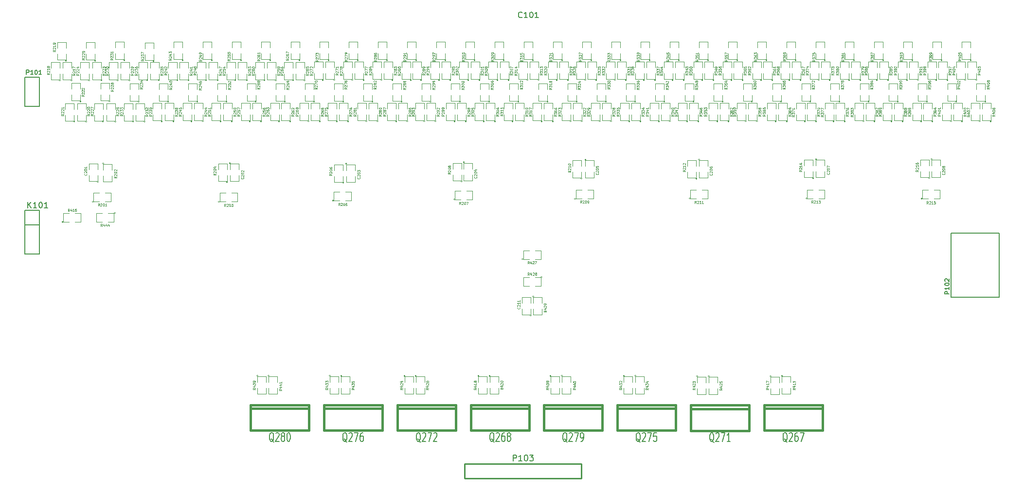
<source format=gto>
G04 (created by PCBNEW (2013-07-07 BZR 4022)-stable) date 07/01/2016 19:49:46*
%MOIN*%
G04 Gerber Fmt 3.4, Leading zero omitted, Abs format*
%FSLAX34Y34*%
G01*
G70*
G90*
G04 APERTURE LIST*
%ADD10C,0.00590551*%
%ADD11C,0.006*%
%ADD12C,0.01*%
%ADD13C,0.015*%
%ADD14C,0.0039*%
%ADD15C,0.008*%
%ADD16C,0.0035*%
G04 APERTURE END LIST*
G54D10*
G54D11*
X63530Y-38540D02*
X62530Y-38540D01*
X62530Y-38540D02*
X62530Y-36540D01*
X62530Y-36540D02*
X63530Y-36540D01*
X63530Y-36540D02*
X63530Y-38540D01*
X62530Y-45690D02*
X63530Y-45690D01*
X63530Y-45690D02*
X63530Y-48690D01*
X63530Y-48690D02*
X62530Y-48690D01*
X62530Y-48690D02*
X62530Y-45690D01*
X63530Y-46690D02*
X62530Y-46690D01*
G54D12*
X92670Y-63100D02*
X100670Y-63100D01*
X92670Y-64100D02*
X100670Y-64100D01*
X100670Y-64100D02*
X100670Y-63100D01*
X92670Y-63100D02*
X92670Y-64100D01*
G54D13*
X88070Y-59300D02*
X88070Y-59050D01*
X88070Y-59050D02*
X92070Y-59050D01*
X92070Y-59050D02*
X92070Y-59300D01*
X88070Y-60800D02*
X88070Y-59300D01*
X88070Y-59300D02*
X92070Y-59300D01*
X92070Y-59300D02*
X92070Y-60800D01*
X92070Y-60800D02*
X88070Y-60800D01*
X113190Y-59300D02*
X113190Y-59050D01*
X113190Y-59050D02*
X117190Y-59050D01*
X117190Y-59050D02*
X117190Y-59300D01*
X113190Y-60800D02*
X113190Y-59300D01*
X113190Y-59300D02*
X117190Y-59300D01*
X117190Y-59300D02*
X117190Y-60800D01*
X117190Y-60800D02*
X113190Y-60800D01*
X98110Y-59300D02*
X98110Y-59050D01*
X98110Y-59050D02*
X102110Y-59050D01*
X102110Y-59050D02*
X102110Y-59300D01*
X98110Y-60800D02*
X98110Y-59300D01*
X98110Y-59300D02*
X102110Y-59300D01*
X102110Y-59300D02*
X102110Y-60800D01*
X102110Y-60800D02*
X98110Y-60800D01*
X83030Y-59300D02*
X83030Y-59050D01*
X83030Y-59050D02*
X87030Y-59050D01*
X87030Y-59050D02*
X87030Y-59300D01*
X83030Y-60800D02*
X83030Y-59300D01*
X83030Y-59300D02*
X87030Y-59300D01*
X87030Y-59300D02*
X87030Y-60800D01*
X87030Y-60800D02*
X83030Y-60800D01*
X108170Y-59310D02*
X108170Y-59060D01*
X108170Y-59060D02*
X112170Y-59060D01*
X112170Y-59060D02*
X112170Y-59310D01*
X108170Y-60810D02*
X108170Y-59310D01*
X108170Y-59310D02*
X112170Y-59310D01*
X112170Y-59310D02*
X112170Y-60810D01*
X112170Y-60810D02*
X108170Y-60810D01*
X78010Y-59300D02*
X78010Y-59050D01*
X78010Y-59050D02*
X82010Y-59050D01*
X82010Y-59050D02*
X82010Y-59300D01*
X78010Y-60800D02*
X78010Y-59300D01*
X78010Y-59300D02*
X82010Y-59300D01*
X82010Y-59300D02*
X82010Y-60800D01*
X82010Y-60800D02*
X78010Y-60800D01*
X93110Y-59300D02*
X93110Y-59050D01*
X93110Y-59050D02*
X97110Y-59050D01*
X97110Y-59050D02*
X97110Y-59300D01*
X93110Y-60800D02*
X93110Y-59300D01*
X93110Y-59300D02*
X97110Y-59300D01*
X97110Y-59300D02*
X97110Y-60800D01*
X97110Y-60800D02*
X93110Y-60800D01*
X103130Y-59300D02*
X103130Y-59050D01*
X103130Y-59050D02*
X107130Y-59050D01*
X107130Y-59050D02*
X107130Y-59300D01*
X103130Y-60800D02*
X103130Y-59300D01*
X103130Y-59300D02*
X107130Y-59300D01*
X107130Y-59300D02*
X107130Y-60800D01*
X107130Y-60800D02*
X103130Y-60800D01*
G54D14*
X67940Y-42460D02*
G75*
G03X67940Y-42460I-50J0D01*
G74*
G01*
X67890Y-42910D02*
X67890Y-42510D01*
X67890Y-42510D02*
X68490Y-42510D01*
X68490Y-42510D02*
X68490Y-42910D01*
X68490Y-43310D02*
X68490Y-43710D01*
X68490Y-43710D02*
X67890Y-43710D01*
X67890Y-43710D02*
X67890Y-43310D01*
X69990Y-39590D02*
G75*
G03X69990Y-39590I-50J0D01*
G74*
G01*
X69940Y-39140D02*
X69940Y-39540D01*
X69940Y-39540D02*
X69340Y-39540D01*
X69340Y-39540D02*
X69340Y-39140D01*
X69340Y-38740D02*
X69340Y-38340D01*
X69340Y-38340D02*
X69940Y-38340D01*
X69940Y-38340D02*
X69940Y-38740D01*
X67580Y-43750D02*
G75*
G03X67580Y-43750I-50J0D01*
G74*
G01*
X67530Y-43300D02*
X67530Y-43700D01*
X67530Y-43700D02*
X66930Y-43700D01*
X66930Y-43700D02*
X66930Y-43300D01*
X66930Y-42900D02*
X66930Y-42500D01*
X66930Y-42500D02*
X67530Y-42500D01*
X67530Y-42500D02*
X67530Y-42900D01*
X71960Y-39580D02*
G75*
G03X71960Y-39580I-50J0D01*
G74*
G01*
X71910Y-39130D02*
X71910Y-39530D01*
X71910Y-39530D02*
X71310Y-39530D01*
X71310Y-39530D02*
X71310Y-39130D01*
X71310Y-38730D02*
X71310Y-38330D01*
X71310Y-38330D02*
X71910Y-38330D01*
X71910Y-38330D02*
X71910Y-38730D01*
X65400Y-35410D02*
G75*
G03X65400Y-35410I-50J0D01*
G74*
G01*
X65350Y-34960D02*
X65350Y-35360D01*
X65350Y-35360D02*
X64750Y-35360D01*
X64750Y-35360D02*
X64750Y-34960D01*
X64750Y-34560D02*
X64750Y-34160D01*
X64750Y-34160D02*
X65350Y-34160D01*
X65350Y-34160D02*
X65350Y-34560D01*
X65780Y-36770D02*
G75*
G03X65780Y-36770I-50J0D01*
G74*
G01*
X65730Y-36320D02*
X65730Y-36720D01*
X65730Y-36720D02*
X65130Y-36720D01*
X65130Y-36720D02*
X65130Y-36320D01*
X65130Y-35920D02*
X65130Y-35520D01*
X65130Y-35520D02*
X65730Y-35520D01*
X65730Y-35520D02*
X65730Y-35920D01*
X64990Y-36770D02*
G75*
G03X64990Y-36770I-50J0D01*
G74*
G01*
X64940Y-36320D02*
X64940Y-36720D01*
X64940Y-36720D02*
X64340Y-36720D01*
X64340Y-36720D02*
X64340Y-36320D01*
X64340Y-35920D02*
X64340Y-35520D01*
X64340Y-35520D02*
X64940Y-35520D01*
X64940Y-35520D02*
X64940Y-35920D01*
X66390Y-38210D02*
G75*
G03X66390Y-38210I-50J0D01*
G74*
G01*
X66340Y-37760D02*
X66340Y-38160D01*
X66340Y-38160D02*
X65740Y-38160D01*
X65740Y-38160D02*
X65740Y-37760D01*
X65740Y-37360D02*
X65740Y-36960D01*
X65740Y-36960D02*
X66340Y-36960D01*
X66340Y-36960D02*
X66340Y-37360D01*
X66780Y-39590D02*
G75*
G03X66780Y-39590I-50J0D01*
G74*
G01*
X66730Y-39140D02*
X66730Y-39540D01*
X66730Y-39540D02*
X66130Y-39540D01*
X66130Y-39540D02*
X66130Y-39140D01*
X66130Y-38740D02*
X66130Y-38340D01*
X66130Y-38340D02*
X66730Y-38340D01*
X66730Y-38340D02*
X66730Y-38740D01*
X65950Y-39590D02*
G75*
G03X65950Y-39590I-50J0D01*
G74*
G01*
X65900Y-39140D02*
X65900Y-39540D01*
X65900Y-39540D02*
X65300Y-39540D01*
X65300Y-39540D02*
X65300Y-39140D01*
X65300Y-38740D02*
X65300Y-38340D01*
X65300Y-38340D02*
X65900Y-38340D01*
X65900Y-38340D02*
X65900Y-38740D01*
X67390Y-35410D02*
G75*
G03X67390Y-35410I-50J0D01*
G74*
G01*
X67340Y-34960D02*
X67340Y-35360D01*
X67340Y-35360D02*
X66740Y-35360D01*
X66740Y-35360D02*
X66740Y-34960D01*
X66740Y-34560D02*
X66740Y-34160D01*
X66740Y-34160D02*
X67340Y-34160D01*
X67340Y-34160D02*
X67340Y-34560D01*
X67820Y-36760D02*
G75*
G03X67820Y-36760I-50J0D01*
G74*
G01*
X67770Y-36310D02*
X67770Y-36710D01*
X67770Y-36710D02*
X67170Y-36710D01*
X67170Y-36710D02*
X67170Y-36310D01*
X67170Y-35910D02*
X67170Y-35510D01*
X67170Y-35510D02*
X67770Y-35510D01*
X67770Y-35510D02*
X67770Y-35910D01*
X66980Y-36760D02*
G75*
G03X66980Y-36760I-50J0D01*
G74*
G01*
X66930Y-36310D02*
X66930Y-36710D01*
X66930Y-36710D02*
X66330Y-36710D01*
X66330Y-36710D02*
X66330Y-36310D01*
X66330Y-35910D02*
X66330Y-35510D01*
X66330Y-35510D02*
X66930Y-35510D01*
X66930Y-35510D02*
X66930Y-35910D01*
X68390Y-38200D02*
G75*
G03X68390Y-38200I-50J0D01*
G74*
G01*
X68340Y-37750D02*
X68340Y-38150D01*
X68340Y-38150D02*
X67740Y-38150D01*
X67740Y-38150D02*
X67740Y-37750D01*
X67740Y-37350D02*
X67740Y-36950D01*
X67740Y-36950D02*
X68340Y-36950D01*
X68340Y-36950D02*
X68340Y-37350D01*
X68780Y-39590D02*
G75*
G03X68780Y-39590I-50J0D01*
G74*
G01*
X68730Y-39140D02*
X68730Y-39540D01*
X68730Y-39540D02*
X68130Y-39540D01*
X68130Y-39540D02*
X68130Y-39140D01*
X68130Y-38740D02*
X68130Y-38340D01*
X68130Y-38340D02*
X68730Y-38340D01*
X68730Y-38340D02*
X68730Y-38740D01*
X67930Y-39590D02*
G75*
G03X67930Y-39590I-50J0D01*
G74*
G01*
X67880Y-39140D02*
X67880Y-39540D01*
X67880Y-39540D02*
X67280Y-39540D01*
X67280Y-39540D02*
X67280Y-39140D01*
X67280Y-38740D02*
X67280Y-38340D01*
X67280Y-38340D02*
X67880Y-38340D01*
X67880Y-38340D02*
X67880Y-38740D01*
X69390Y-35380D02*
G75*
G03X69390Y-35380I-50J0D01*
G74*
G01*
X69340Y-34930D02*
X69340Y-35330D01*
X69340Y-35330D02*
X68740Y-35330D01*
X68740Y-35330D02*
X68740Y-34930D01*
X68740Y-34530D02*
X68740Y-34130D01*
X68740Y-34130D02*
X69340Y-34130D01*
X69340Y-34130D02*
X69340Y-34530D01*
X69760Y-36770D02*
G75*
G03X69760Y-36770I-50J0D01*
G74*
G01*
X69710Y-36320D02*
X69710Y-36720D01*
X69710Y-36720D02*
X69110Y-36720D01*
X69110Y-36720D02*
X69110Y-36320D01*
X69110Y-35920D02*
X69110Y-35520D01*
X69110Y-35520D02*
X69710Y-35520D01*
X69710Y-35520D02*
X69710Y-35920D01*
X68950Y-36770D02*
G75*
G03X68950Y-36770I-50J0D01*
G74*
G01*
X68900Y-36320D02*
X68900Y-36720D01*
X68900Y-36720D02*
X68300Y-36720D01*
X68300Y-36720D02*
X68300Y-36320D01*
X68300Y-35920D02*
X68300Y-35520D01*
X68300Y-35520D02*
X68900Y-35520D01*
X68900Y-35520D02*
X68900Y-35920D01*
X70380Y-38250D02*
G75*
G03X70380Y-38250I-50J0D01*
G74*
G01*
X70330Y-37800D02*
X70330Y-38200D01*
X70330Y-38200D02*
X69730Y-38200D01*
X69730Y-38200D02*
X69730Y-37800D01*
X69730Y-37400D02*
X69730Y-37000D01*
X69730Y-37000D02*
X70330Y-37000D01*
X70330Y-37000D02*
X70330Y-37400D01*
X70780Y-39590D02*
G75*
G03X70780Y-39590I-50J0D01*
G74*
G01*
X70730Y-39140D02*
X70730Y-39540D01*
X70730Y-39540D02*
X70130Y-39540D01*
X70130Y-39540D02*
X70130Y-39140D01*
X70130Y-38740D02*
X70130Y-38340D01*
X70130Y-38340D02*
X70730Y-38340D01*
X70730Y-38340D02*
X70730Y-38740D01*
X71400Y-35450D02*
G75*
G03X71400Y-35450I-50J0D01*
G74*
G01*
X71350Y-35000D02*
X71350Y-35400D01*
X71350Y-35400D02*
X70750Y-35400D01*
X70750Y-35400D02*
X70750Y-35000D01*
X70750Y-34600D02*
X70750Y-34200D01*
X70750Y-34200D02*
X71350Y-34200D01*
X71350Y-34200D02*
X71350Y-34600D01*
X71770Y-36760D02*
G75*
G03X71770Y-36760I-50J0D01*
G74*
G01*
X71720Y-36310D02*
X71720Y-36710D01*
X71720Y-36710D02*
X71120Y-36710D01*
X71120Y-36710D02*
X71120Y-36310D01*
X71120Y-35910D02*
X71120Y-35510D01*
X71120Y-35510D02*
X71720Y-35510D01*
X71720Y-35510D02*
X71720Y-35910D01*
X70970Y-36760D02*
G75*
G03X70970Y-36760I-50J0D01*
G74*
G01*
X70920Y-36310D02*
X70920Y-36710D01*
X70920Y-36710D02*
X70320Y-36710D01*
X70320Y-36710D02*
X70320Y-36310D01*
X70320Y-35910D02*
X70320Y-35510D01*
X70320Y-35510D02*
X70920Y-35510D01*
X70920Y-35510D02*
X70920Y-35910D01*
X72390Y-38230D02*
G75*
G03X72390Y-38230I-50J0D01*
G74*
G01*
X72340Y-37780D02*
X72340Y-38180D01*
X72340Y-38180D02*
X71740Y-38180D01*
X71740Y-38180D02*
X71740Y-37780D01*
X71740Y-37380D02*
X71740Y-36980D01*
X71740Y-36980D02*
X72340Y-36980D01*
X72340Y-36980D02*
X72340Y-37380D01*
X72770Y-39580D02*
G75*
G03X72770Y-39580I-50J0D01*
G74*
G01*
X72720Y-39130D02*
X72720Y-39530D01*
X72720Y-39530D02*
X72120Y-39530D01*
X72120Y-39530D02*
X72120Y-39130D01*
X72120Y-38730D02*
X72120Y-38330D01*
X72120Y-38330D02*
X72720Y-38330D01*
X72720Y-38330D02*
X72720Y-38730D01*
X124020Y-44880D02*
G75*
G03X124020Y-44880I-50J0D01*
G74*
G01*
X124420Y-44880D02*
X124020Y-44880D01*
X124020Y-44880D02*
X124020Y-44280D01*
X124020Y-44280D02*
X124420Y-44280D01*
X124820Y-44280D02*
X125220Y-44280D01*
X125220Y-44280D02*
X125220Y-44880D01*
X125220Y-44880D02*
X124820Y-44880D01*
X84600Y-42490D02*
G75*
G03X84600Y-42490I-50J0D01*
G74*
G01*
X84550Y-42940D02*
X84550Y-42540D01*
X84550Y-42540D02*
X85150Y-42540D01*
X85150Y-42540D02*
X85150Y-42940D01*
X85150Y-43340D02*
X85150Y-43740D01*
X85150Y-43740D02*
X84550Y-43740D01*
X84550Y-43740D02*
X84550Y-43340D01*
X75880Y-45090D02*
G75*
G03X75880Y-45090I-50J0D01*
G74*
G01*
X76280Y-45090D02*
X75880Y-45090D01*
X75880Y-45090D02*
X75880Y-44490D01*
X75880Y-44490D02*
X76280Y-44490D01*
X76680Y-44490D02*
X77080Y-44490D01*
X77080Y-44490D02*
X77080Y-45090D01*
X77080Y-45090D02*
X76680Y-45090D01*
X76640Y-42450D02*
G75*
G03X76640Y-42450I-50J0D01*
G74*
G01*
X76590Y-42900D02*
X76590Y-42500D01*
X76590Y-42500D02*
X77190Y-42500D01*
X77190Y-42500D02*
X77190Y-42900D01*
X77190Y-43300D02*
X77190Y-43700D01*
X77190Y-43700D02*
X76590Y-43700D01*
X76590Y-43700D02*
X76590Y-43300D01*
X83700Y-45030D02*
G75*
G03X83700Y-45030I-50J0D01*
G74*
G01*
X84100Y-45030D02*
X83700Y-45030D01*
X83700Y-45030D02*
X83700Y-44430D01*
X83700Y-44430D02*
X84100Y-44430D01*
X84500Y-44430D02*
X84900Y-44430D01*
X84900Y-44430D02*
X84900Y-45030D01*
X84900Y-45030D02*
X84500Y-45030D01*
X92660Y-42400D02*
G75*
G03X92660Y-42400I-50J0D01*
G74*
G01*
X92610Y-42850D02*
X92610Y-42450D01*
X92610Y-42450D02*
X93210Y-42450D01*
X93210Y-42450D02*
X93210Y-42850D01*
X93210Y-43250D02*
X93210Y-43650D01*
X93210Y-43650D02*
X92610Y-43650D01*
X92610Y-43650D02*
X92610Y-43250D01*
X92000Y-44940D02*
G75*
G03X92000Y-44940I-50J0D01*
G74*
G01*
X92400Y-44940D02*
X92000Y-44940D01*
X92000Y-44940D02*
X92000Y-44340D01*
X92000Y-44340D02*
X92400Y-44340D01*
X92800Y-44340D02*
X93200Y-44340D01*
X93200Y-44340D02*
X93200Y-44940D01*
X93200Y-44940D02*
X92800Y-44940D01*
X67240Y-45100D02*
G75*
G03X67240Y-45100I-50J0D01*
G74*
G01*
X67640Y-45100D02*
X67240Y-45100D01*
X67240Y-45100D02*
X67240Y-44500D01*
X67240Y-44500D02*
X67640Y-44500D01*
X68040Y-44500D02*
X68440Y-44500D01*
X68440Y-44500D02*
X68440Y-45100D01*
X68440Y-45100D02*
X68040Y-45100D01*
X100990Y-42210D02*
G75*
G03X100990Y-42210I-50J0D01*
G74*
G01*
X100940Y-42660D02*
X100940Y-42260D01*
X100940Y-42260D02*
X101540Y-42260D01*
X101540Y-42260D02*
X101540Y-42660D01*
X101540Y-43060D02*
X101540Y-43460D01*
X101540Y-43460D02*
X100940Y-43460D01*
X100940Y-43460D02*
X100940Y-43060D01*
X100280Y-44900D02*
G75*
G03X100280Y-44900I-50J0D01*
G74*
G01*
X100680Y-44900D02*
X100280Y-44900D01*
X100280Y-44900D02*
X100280Y-44300D01*
X100280Y-44300D02*
X100680Y-44300D01*
X101080Y-44300D02*
X101480Y-44300D01*
X101480Y-44300D02*
X101480Y-44900D01*
X101480Y-44900D02*
X101080Y-44900D01*
X108780Y-42210D02*
G75*
G03X108780Y-42210I-50J0D01*
G74*
G01*
X108730Y-42660D02*
X108730Y-42260D01*
X108730Y-42260D02*
X109330Y-42260D01*
X109330Y-42260D02*
X109330Y-42660D01*
X109330Y-43060D02*
X109330Y-43460D01*
X109330Y-43460D02*
X108730Y-43460D01*
X108730Y-43460D02*
X108730Y-43060D01*
X108140Y-44880D02*
G75*
G03X108140Y-44880I-50J0D01*
G74*
G01*
X108540Y-44880D02*
X108140Y-44880D01*
X108140Y-44880D02*
X108140Y-44280D01*
X108140Y-44280D02*
X108540Y-44280D01*
X108940Y-44280D02*
X109340Y-44280D01*
X109340Y-44280D02*
X109340Y-44880D01*
X109340Y-44880D02*
X108940Y-44880D01*
X116790Y-42180D02*
G75*
G03X116790Y-42180I-50J0D01*
G74*
G01*
X116740Y-42630D02*
X116740Y-42230D01*
X116740Y-42230D02*
X117340Y-42230D01*
X117340Y-42230D02*
X117340Y-42630D01*
X117340Y-43030D02*
X117340Y-43430D01*
X117340Y-43430D02*
X116740Y-43430D01*
X116740Y-43430D02*
X116740Y-43030D01*
X116130Y-44870D02*
G75*
G03X116130Y-44870I-50J0D01*
G74*
G01*
X116530Y-44870D02*
X116130Y-44870D01*
X116130Y-44870D02*
X116130Y-44270D01*
X116130Y-44270D02*
X116530Y-44270D01*
X116930Y-44270D02*
X117330Y-44270D01*
X117330Y-44270D02*
X117330Y-44870D01*
X117330Y-44870D02*
X116930Y-44870D01*
X124710Y-42180D02*
G75*
G03X124710Y-42180I-50J0D01*
G74*
G01*
X124660Y-42630D02*
X124660Y-42230D01*
X124660Y-42230D02*
X125260Y-42230D01*
X125260Y-42230D02*
X125260Y-42630D01*
X125260Y-43030D02*
X125260Y-43430D01*
X125260Y-43430D02*
X124660Y-43430D01*
X124660Y-43430D02*
X124660Y-43030D01*
X76440Y-43750D02*
G75*
G03X76440Y-43750I-50J0D01*
G74*
G01*
X76390Y-43300D02*
X76390Y-43700D01*
X76390Y-43700D02*
X75790Y-43700D01*
X75790Y-43700D02*
X75790Y-43300D01*
X75790Y-42900D02*
X75790Y-42500D01*
X75790Y-42500D02*
X76390Y-42500D01*
X76390Y-42500D02*
X76390Y-42900D01*
X84390Y-43790D02*
G75*
G03X84390Y-43790I-50J0D01*
G74*
G01*
X84340Y-43340D02*
X84340Y-43740D01*
X84340Y-43740D02*
X83740Y-43740D01*
X83740Y-43740D02*
X83740Y-43340D01*
X83740Y-42940D02*
X83740Y-42540D01*
X83740Y-42540D02*
X84340Y-42540D01*
X84340Y-42540D02*
X84340Y-42940D01*
X92500Y-43700D02*
G75*
G03X92500Y-43700I-50J0D01*
G74*
G01*
X92450Y-43250D02*
X92450Y-43650D01*
X92450Y-43650D02*
X91850Y-43650D01*
X91850Y-43650D02*
X91850Y-43250D01*
X91850Y-42850D02*
X91850Y-42450D01*
X91850Y-42450D02*
X92450Y-42450D01*
X92450Y-42450D02*
X92450Y-42850D01*
X100710Y-43510D02*
G75*
G03X100710Y-43510I-50J0D01*
G74*
G01*
X100660Y-43060D02*
X100660Y-43460D01*
X100660Y-43460D02*
X100060Y-43460D01*
X100060Y-43460D02*
X100060Y-43060D01*
X100060Y-42660D02*
X100060Y-42260D01*
X100060Y-42260D02*
X100660Y-42260D01*
X100660Y-42260D02*
X100660Y-42660D01*
X108590Y-43510D02*
G75*
G03X108590Y-43510I-50J0D01*
G74*
G01*
X108540Y-43060D02*
X108540Y-43460D01*
X108540Y-43460D02*
X107940Y-43460D01*
X107940Y-43460D02*
X107940Y-43060D01*
X107940Y-42660D02*
X107940Y-42260D01*
X107940Y-42260D02*
X108540Y-42260D01*
X108540Y-42260D02*
X108540Y-42660D01*
X116590Y-43480D02*
G75*
G03X116590Y-43480I-50J0D01*
G74*
G01*
X116540Y-43030D02*
X116540Y-43430D01*
X116540Y-43430D02*
X115940Y-43430D01*
X115940Y-43430D02*
X115940Y-43030D01*
X115940Y-42630D02*
X115940Y-42230D01*
X115940Y-42230D02*
X116540Y-42230D01*
X116540Y-42230D02*
X116540Y-42630D01*
X124550Y-43480D02*
G75*
G03X124550Y-43480I-50J0D01*
G74*
G01*
X124500Y-43030D02*
X124500Y-43430D01*
X124500Y-43430D02*
X123900Y-43430D01*
X123900Y-43430D02*
X123900Y-43030D01*
X123900Y-42630D02*
X123900Y-42230D01*
X123900Y-42230D02*
X124500Y-42230D01*
X124500Y-42230D02*
X124500Y-42630D01*
X77000Y-36760D02*
G75*
G03X77000Y-36760I-50J0D01*
G74*
G01*
X76950Y-36310D02*
X76950Y-36710D01*
X76950Y-36710D02*
X76350Y-36710D01*
X76350Y-36710D02*
X76350Y-36310D01*
X76350Y-35910D02*
X76350Y-35510D01*
X76350Y-35510D02*
X76950Y-35510D01*
X76950Y-35510D02*
X76950Y-35910D01*
X80000Y-39580D02*
G75*
G03X80000Y-39580I-50J0D01*
G74*
G01*
X79950Y-39130D02*
X79950Y-39530D01*
X79950Y-39530D02*
X79350Y-39530D01*
X79350Y-39530D02*
X79350Y-39130D01*
X79350Y-38730D02*
X79350Y-38330D01*
X79350Y-38330D02*
X79950Y-38330D01*
X79950Y-38330D02*
X79950Y-38730D01*
X80760Y-39580D02*
G75*
G03X80760Y-39580I-50J0D01*
G74*
G01*
X80710Y-39130D02*
X80710Y-39530D01*
X80710Y-39530D02*
X80110Y-39530D01*
X80110Y-39530D02*
X80110Y-39130D01*
X80110Y-38730D02*
X80110Y-38330D01*
X80110Y-38330D02*
X80710Y-38330D01*
X80710Y-38330D02*
X80710Y-38730D01*
X80390Y-38230D02*
G75*
G03X80390Y-38230I-50J0D01*
G74*
G01*
X80340Y-37780D02*
X80340Y-38180D01*
X80340Y-38180D02*
X79740Y-38180D01*
X79740Y-38180D02*
X79740Y-37780D01*
X79740Y-37380D02*
X79740Y-36980D01*
X79740Y-36980D02*
X80340Y-36980D01*
X80340Y-36980D02*
X80340Y-37380D01*
X73390Y-35380D02*
G75*
G03X73390Y-35380I-50J0D01*
G74*
G01*
X73340Y-34930D02*
X73340Y-35330D01*
X73340Y-35330D02*
X72740Y-35330D01*
X72740Y-35330D02*
X72740Y-34930D01*
X72740Y-34530D02*
X72740Y-34130D01*
X72740Y-34130D02*
X73340Y-34130D01*
X73340Y-34130D02*
X73340Y-34530D01*
X78990Y-36760D02*
G75*
G03X78990Y-36760I-50J0D01*
G74*
G01*
X78940Y-36310D02*
X78940Y-36710D01*
X78940Y-36710D02*
X78340Y-36710D01*
X78340Y-36710D02*
X78340Y-36310D01*
X78340Y-35910D02*
X78340Y-35510D01*
X78340Y-35510D02*
X78940Y-35510D01*
X78940Y-35510D02*
X78940Y-35910D01*
X79780Y-36760D02*
G75*
G03X79780Y-36760I-50J0D01*
G74*
G01*
X79730Y-36310D02*
X79730Y-36710D01*
X79730Y-36710D02*
X79130Y-36710D01*
X79130Y-36710D02*
X79130Y-36310D01*
X79130Y-35910D02*
X79130Y-35510D01*
X79130Y-35510D02*
X79730Y-35510D01*
X79730Y-35510D02*
X79730Y-35910D01*
X79390Y-35380D02*
G75*
G03X79390Y-35380I-50J0D01*
G74*
G01*
X79340Y-34930D02*
X79340Y-35330D01*
X79340Y-35330D02*
X78740Y-35330D01*
X78740Y-35330D02*
X78740Y-34930D01*
X78740Y-34530D02*
X78740Y-34130D01*
X78740Y-34130D02*
X79340Y-34130D01*
X79340Y-34130D02*
X79340Y-34530D01*
X73790Y-36760D02*
G75*
G03X73790Y-36760I-50J0D01*
G74*
G01*
X73740Y-36310D02*
X73740Y-36710D01*
X73740Y-36710D02*
X73140Y-36710D01*
X73140Y-36710D02*
X73140Y-36310D01*
X73140Y-35910D02*
X73140Y-35510D01*
X73140Y-35510D02*
X73740Y-35510D01*
X73740Y-35510D02*
X73740Y-35910D01*
X78000Y-39580D02*
G75*
G03X78000Y-39580I-50J0D01*
G74*
G01*
X77950Y-39130D02*
X77950Y-39530D01*
X77950Y-39530D02*
X77350Y-39530D01*
X77350Y-39530D02*
X77350Y-39130D01*
X77350Y-38730D02*
X77350Y-38330D01*
X77350Y-38330D02*
X77950Y-38330D01*
X77950Y-38330D02*
X77950Y-38730D01*
X78770Y-39580D02*
G75*
G03X78770Y-39580I-50J0D01*
G74*
G01*
X78720Y-39130D02*
X78720Y-39530D01*
X78720Y-39530D02*
X78120Y-39530D01*
X78120Y-39530D02*
X78120Y-39130D01*
X78120Y-38730D02*
X78120Y-38330D01*
X78120Y-38330D02*
X78720Y-38330D01*
X78720Y-38330D02*
X78720Y-38730D01*
X78400Y-38230D02*
G75*
G03X78400Y-38230I-50J0D01*
G74*
G01*
X78350Y-37780D02*
X78350Y-38180D01*
X78350Y-38180D02*
X77750Y-38180D01*
X77750Y-38180D02*
X77750Y-37780D01*
X77750Y-37380D02*
X77750Y-36980D01*
X77750Y-36980D02*
X78350Y-36980D01*
X78350Y-36980D02*
X78350Y-37380D01*
X73020Y-36760D02*
G75*
G03X73020Y-36760I-50J0D01*
G74*
G01*
X72970Y-36310D02*
X72970Y-36710D01*
X72970Y-36710D02*
X72370Y-36710D01*
X72370Y-36710D02*
X72370Y-36310D01*
X72370Y-35910D02*
X72370Y-35510D01*
X72370Y-35510D02*
X72970Y-35510D01*
X72970Y-35510D02*
X72970Y-35910D01*
X74000Y-39580D02*
G75*
G03X74000Y-39580I-50J0D01*
G74*
G01*
X73950Y-39130D02*
X73950Y-39530D01*
X73950Y-39530D02*
X73350Y-39530D01*
X73350Y-39530D02*
X73350Y-39130D01*
X73350Y-38730D02*
X73350Y-38330D01*
X73350Y-38330D02*
X73950Y-38330D01*
X73950Y-38330D02*
X73950Y-38730D01*
X77790Y-36760D02*
G75*
G03X77790Y-36760I-50J0D01*
G74*
G01*
X77740Y-36310D02*
X77740Y-36710D01*
X77740Y-36710D02*
X77140Y-36710D01*
X77140Y-36710D02*
X77140Y-36310D01*
X77140Y-35910D02*
X77140Y-35510D01*
X77140Y-35510D02*
X77740Y-35510D01*
X77740Y-35510D02*
X77740Y-35910D01*
X77390Y-35380D02*
G75*
G03X77390Y-35380I-50J0D01*
G74*
G01*
X77340Y-34930D02*
X77340Y-35330D01*
X77340Y-35330D02*
X76740Y-35330D01*
X76740Y-35330D02*
X76740Y-34930D01*
X76740Y-34530D02*
X76740Y-34130D01*
X76740Y-34130D02*
X77340Y-34130D01*
X77340Y-34130D02*
X77340Y-34530D01*
X75990Y-39580D02*
G75*
G03X75990Y-39580I-50J0D01*
G74*
G01*
X75940Y-39130D02*
X75940Y-39530D01*
X75940Y-39530D02*
X75340Y-39530D01*
X75340Y-39530D02*
X75340Y-39130D01*
X75340Y-38730D02*
X75340Y-38330D01*
X75340Y-38330D02*
X75940Y-38330D01*
X75940Y-38330D02*
X75940Y-38730D01*
X76770Y-39580D02*
G75*
G03X76770Y-39580I-50J0D01*
G74*
G01*
X76720Y-39130D02*
X76720Y-39530D01*
X76720Y-39530D02*
X76120Y-39530D01*
X76120Y-39530D02*
X76120Y-39130D01*
X76120Y-38730D02*
X76120Y-38330D01*
X76120Y-38330D02*
X76720Y-38330D01*
X76720Y-38330D02*
X76720Y-38730D01*
X76390Y-38230D02*
G75*
G03X76390Y-38230I-50J0D01*
G74*
G01*
X76340Y-37780D02*
X76340Y-38180D01*
X76340Y-38180D02*
X75740Y-38180D01*
X75740Y-38180D02*
X75740Y-37780D01*
X75740Y-37380D02*
X75740Y-36980D01*
X75740Y-36980D02*
X76340Y-36980D01*
X76340Y-36980D02*
X76340Y-37380D01*
X74390Y-38230D02*
G75*
G03X74390Y-38230I-50J0D01*
G74*
G01*
X74340Y-37780D02*
X74340Y-38180D01*
X74340Y-38180D02*
X73740Y-38180D01*
X73740Y-38180D02*
X73740Y-37780D01*
X73740Y-37380D02*
X73740Y-36980D01*
X73740Y-36980D02*
X74340Y-36980D01*
X74340Y-36980D02*
X74340Y-37380D01*
X74990Y-36760D02*
G75*
G03X74990Y-36760I-50J0D01*
G74*
G01*
X74940Y-36310D02*
X74940Y-36710D01*
X74940Y-36710D02*
X74340Y-36710D01*
X74340Y-36710D02*
X74340Y-36310D01*
X74340Y-35910D02*
X74340Y-35510D01*
X74340Y-35510D02*
X74940Y-35510D01*
X74940Y-35510D02*
X74940Y-35910D01*
X75790Y-36760D02*
G75*
G03X75790Y-36760I-50J0D01*
G74*
G01*
X75740Y-36310D02*
X75740Y-36710D01*
X75740Y-36710D02*
X75140Y-36710D01*
X75140Y-36710D02*
X75140Y-36310D01*
X75140Y-35910D02*
X75140Y-35510D01*
X75140Y-35510D02*
X75740Y-35510D01*
X75740Y-35510D02*
X75740Y-35910D01*
X75390Y-35380D02*
G75*
G03X75390Y-35380I-50J0D01*
G74*
G01*
X75340Y-34930D02*
X75340Y-35330D01*
X75340Y-35330D02*
X74740Y-35330D01*
X74740Y-35330D02*
X74740Y-34930D01*
X74740Y-34530D02*
X74740Y-34130D01*
X74740Y-34130D02*
X75340Y-34130D01*
X75340Y-34130D02*
X75340Y-34530D01*
X74780Y-39580D02*
G75*
G03X74780Y-39580I-50J0D01*
G74*
G01*
X74730Y-39130D02*
X74730Y-39530D01*
X74730Y-39530D02*
X74130Y-39530D01*
X74130Y-39530D02*
X74130Y-39130D01*
X74130Y-38730D02*
X74130Y-38330D01*
X74130Y-38330D02*
X74730Y-38330D01*
X74730Y-38330D02*
X74730Y-38730D01*
X85010Y-36750D02*
G75*
G03X85010Y-36750I-50J0D01*
G74*
G01*
X84960Y-36300D02*
X84960Y-36700D01*
X84960Y-36700D02*
X84360Y-36700D01*
X84360Y-36700D02*
X84360Y-36300D01*
X84360Y-35900D02*
X84360Y-35500D01*
X84360Y-35500D02*
X84960Y-35500D01*
X84960Y-35500D02*
X84960Y-35900D01*
X88020Y-39580D02*
G75*
G03X88020Y-39580I-50J0D01*
G74*
G01*
X87970Y-39130D02*
X87970Y-39530D01*
X87970Y-39530D02*
X87370Y-39530D01*
X87370Y-39530D02*
X87370Y-39130D01*
X87370Y-38730D02*
X87370Y-38330D01*
X87370Y-38330D02*
X87970Y-38330D01*
X87970Y-38330D02*
X87970Y-38730D01*
X88780Y-39580D02*
G75*
G03X88780Y-39580I-50J0D01*
G74*
G01*
X88730Y-39130D02*
X88730Y-39530D01*
X88730Y-39530D02*
X88130Y-39530D01*
X88130Y-39530D02*
X88130Y-39130D01*
X88130Y-38730D02*
X88130Y-38330D01*
X88130Y-38330D02*
X88730Y-38330D01*
X88730Y-38330D02*
X88730Y-38730D01*
X88390Y-38230D02*
G75*
G03X88390Y-38230I-50J0D01*
G74*
G01*
X88340Y-37780D02*
X88340Y-38180D01*
X88340Y-38180D02*
X87740Y-38180D01*
X87740Y-38180D02*
X87740Y-37780D01*
X87740Y-37380D02*
X87740Y-36980D01*
X87740Y-36980D02*
X88340Y-36980D01*
X88340Y-36980D02*
X88340Y-37380D01*
X81400Y-35380D02*
G75*
G03X81400Y-35380I-50J0D01*
G74*
G01*
X81350Y-34930D02*
X81350Y-35330D01*
X81350Y-35330D02*
X80750Y-35330D01*
X80750Y-35330D02*
X80750Y-34930D01*
X80750Y-34530D02*
X80750Y-34130D01*
X80750Y-34130D02*
X81350Y-34130D01*
X81350Y-34130D02*
X81350Y-34530D01*
X87010Y-36750D02*
G75*
G03X87010Y-36750I-50J0D01*
G74*
G01*
X86960Y-36300D02*
X86960Y-36700D01*
X86960Y-36700D02*
X86360Y-36700D01*
X86360Y-36700D02*
X86360Y-36300D01*
X86360Y-35900D02*
X86360Y-35500D01*
X86360Y-35500D02*
X86960Y-35500D01*
X86960Y-35500D02*
X86960Y-35900D01*
X87770Y-36750D02*
G75*
G03X87770Y-36750I-50J0D01*
G74*
G01*
X87720Y-36300D02*
X87720Y-36700D01*
X87720Y-36700D02*
X87120Y-36700D01*
X87120Y-36700D02*
X87120Y-36300D01*
X87120Y-35900D02*
X87120Y-35500D01*
X87120Y-35500D02*
X87720Y-35500D01*
X87720Y-35500D02*
X87720Y-35900D01*
X87390Y-35380D02*
G75*
G03X87390Y-35380I-50J0D01*
G74*
G01*
X87340Y-34930D02*
X87340Y-35330D01*
X87340Y-35330D02*
X86740Y-35330D01*
X86740Y-35330D02*
X86740Y-34930D01*
X86740Y-34530D02*
X86740Y-34130D01*
X86740Y-34130D02*
X87340Y-34130D01*
X87340Y-34130D02*
X87340Y-34530D01*
X81750Y-36760D02*
G75*
G03X81750Y-36760I-50J0D01*
G74*
G01*
X81700Y-36310D02*
X81700Y-36710D01*
X81700Y-36710D02*
X81100Y-36710D01*
X81100Y-36710D02*
X81100Y-36310D01*
X81100Y-35910D02*
X81100Y-35510D01*
X81100Y-35510D02*
X81700Y-35510D01*
X81700Y-35510D02*
X81700Y-35910D01*
X85980Y-39580D02*
G75*
G03X85980Y-39580I-50J0D01*
G74*
G01*
X85930Y-39130D02*
X85930Y-39530D01*
X85930Y-39530D02*
X85330Y-39530D01*
X85330Y-39530D02*
X85330Y-39130D01*
X85330Y-38730D02*
X85330Y-38330D01*
X85330Y-38330D02*
X85930Y-38330D01*
X85930Y-38330D02*
X85930Y-38730D01*
X86750Y-39580D02*
G75*
G03X86750Y-39580I-50J0D01*
G74*
G01*
X86700Y-39130D02*
X86700Y-39530D01*
X86700Y-39530D02*
X86100Y-39530D01*
X86100Y-39530D02*
X86100Y-39130D01*
X86100Y-38730D02*
X86100Y-38330D01*
X86100Y-38330D02*
X86700Y-38330D01*
X86700Y-38330D02*
X86700Y-38730D01*
X86390Y-38230D02*
G75*
G03X86390Y-38230I-50J0D01*
G74*
G01*
X86340Y-37780D02*
X86340Y-38180D01*
X86340Y-38180D02*
X85740Y-38180D01*
X85740Y-38180D02*
X85740Y-37780D01*
X85740Y-37380D02*
X85740Y-36980D01*
X85740Y-36980D02*
X86340Y-36980D01*
X86340Y-36980D02*
X86340Y-37380D01*
X80960Y-36760D02*
G75*
G03X80960Y-36760I-50J0D01*
G74*
G01*
X80910Y-36310D02*
X80910Y-36710D01*
X80910Y-36710D02*
X80310Y-36710D01*
X80310Y-36710D02*
X80310Y-36310D01*
X80310Y-35910D02*
X80310Y-35510D01*
X80310Y-35510D02*
X80910Y-35510D01*
X80910Y-35510D02*
X80910Y-35910D01*
X82010Y-39580D02*
G75*
G03X82010Y-39580I-50J0D01*
G74*
G01*
X81960Y-39130D02*
X81960Y-39530D01*
X81960Y-39530D02*
X81360Y-39530D01*
X81360Y-39530D02*
X81360Y-39130D01*
X81360Y-38730D02*
X81360Y-38330D01*
X81360Y-38330D02*
X81960Y-38330D01*
X81960Y-38330D02*
X81960Y-38730D01*
X85790Y-36750D02*
G75*
G03X85790Y-36750I-50J0D01*
G74*
G01*
X85740Y-36300D02*
X85740Y-36700D01*
X85740Y-36700D02*
X85140Y-36700D01*
X85140Y-36700D02*
X85140Y-36300D01*
X85140Y-35900D02*
X85140Y-35500D01*
X85140Y-35500D02*
X85740Y-35500D01*
X85740Y-35500D02*
X85740Y-35900D01*
X85390Y-35380D02*
G75*
G03X85390Y-35380I-50J0D01*
G74*
G01*
X85340Y-34930D02*
X85340Y-35330D01*
X85340Y-35330D02*
X84740Y-35330D01*
X84740Y-35330D02*
X84740Y-34930D01*
X84740Y-34530D02*
X84740Y-34130D01*
X84740Y-34130D02*
X85340Y-34130D01*
X85340Y-34130D02*
X85340Y-34530D01*
X83960Y-39580D02*
G75*
G03X83960Y-39580I-50J0D01*
G74*
G01*
X83910Y-39130D02*
X83910Y-39530D01*
X83910Y-39530D02*
X83310Y-39530D01*
X83310Y-39530D02*
X83310Y-39130D01*
X83310Y-38730D02*
X83310Y-38330D01*
X83310Y-38330D02*
X83910Y-38330D01*
X83910Y-38330D02*
X83910Y-38730D01*
X84720Y-39580D02*
G75*
G03X84720Y-39580I-50J0D01*
G74*
G01*
X84670Y-39130D02*
X84670Y-39530D01*
X84670Y-39530D02*
X84070Y-39530D01*
X84070Y-39530D02*
X84070Y-39130D01*
X84070Y-38730D02*
X84070Y-38330D01*
X84070Y-38330D02*
X84670Y-38330D01*
X84670Y-38330D02*
X84670Y-38730D01*
X84390Y-38230D02*
G75*
G03X84390Y-38230I-50J0D01*
G74*
G01*
X84340Y-37780D02*
X84340Y-38180D01*
X84340Y-38180D02*
X83740Y-38180D01*
X83740Y-38180D02*
X83740Y-37780D01*
X83740Y-37380D02*
X83740Y-36980D01*
X83740Y-36980D02*
X84340Y-36980D01*
X84340Y-36980D02*
X84340Y-37380D01*
X82390Y-38230D02*
G75*
G03X82390Y-38230I-50J0D01*
G74*
G01*
X82340Y-37780D02*
X82340Y-38180D01*
X82340Y-38180D02*
X81740Y-38180D01*
X81740Y-38180D02*
X81740Y-37780D01*
X81740Y-37380D02*
X81740Y-36980D01*
X81740Y-36980D02*
X82340Y-36980D01*
X82340Y-36980D02*
X82340Y-37380D01*
X83000Y-36750D02*
G75*
G03X83000Y-36750I-50J0D01*
G74*
G01*
X82950Y-36300D02*
X82950Y-36700D01*
X82950Y-36700D02*
X82350Y-36700D01*
X82350Y-36700D02*
X82350Y-36300D01*
X82350Y-35900D02*
X82350Y-35500D01*
X82350Y-35500D02*
X82950Y-35500D01*
X82950Y-35500D02*
X82950Y-35900D01*
X83780Y-36750D02*
G75*
G03X83780Y-36750I-50J0D01*
G74*
G01*
X83730Y-36300D02*
X83730Y-36700D01*
X83730Y-36700D02*
X83130Y-36700D01*
X83130Y-36700D02*
X83130Y-36300D01*
X83130Y-35900D02*
X83130Y-35500D01*
X83130Y-35500D02*
X83730Y-35500D01*
X83730Y-35500D02*
X83730Y-35900D01*
X83390Y-35380D02*
G75*
G03X83390Y-35380I-50J0D01*
G74*
G01*
X83340Y-34930D02*
X83340Y-35330D01*
X83340Y-35330D02*
X82740Y-35330D01*
X82740Y-35330D02*
X82740Y-34930D01*
X82740Y-34530D02*
X82740Y-34130D01*
X82740Y-34130D02*
X83340Y-34130D01*
X83340Y-34130D02*
X83340Y-34530D01*
X82790Y-39580D02*
G75*
G03X82790Y-39580I-50J0D01*
G74*
G01*
X82740Y-39130D02*
X82740Y-39530D01*
X82740Y-39530D02*
X82140Y-39530D01*
X82140Y-39530D02*
X82140Y-39130D01*
X82140Y-38730D02*
X82140Y-38330D01*
X82140Y-38330D02*
X82740Y-38330D01*
X82740Y-38330D02*
X82740Y-38730D01*
X92950Y-36750D02*
G75*
G03X92950Y-36750I-50J0D01*
G74*
G01*
X92900Y-36300D02*
X92900Y-36700D01*
X92900Y-36700D02*
X92300Y-36700D01*
X92300Y-36700D02*
X92300Y-36300D01*
X92300Y-35900D02*
X92300Y-35500D01*
X92300Y-35500D02*
X92900Y-35500D01*
X92900Y-35500D02*
X92900Y-35900D01*
X96000Y-39580D02*
G75*
G03X96000Y-39580I-50J0D01*
G74*
G01*
X95950Y-39130D02*
X95950Y-39530D01*
X95950Y-39530D02*
X95350Y-39530D01*
X95350Y-39530D02*
X95350Y-39130D01*
X95350Y-38730D02*
X95350Y-38330D01*
X95350Y-38330D02*
X95950Y-38330D01*
X95950Y-38330D02*
X95950Y-38730D01*
X96780Y-39580D02*
G75*
G03X96780Y-39580I-50J0D01*
G74*
G01*
X96730Y-39130D02*
X96730Y-39530D01*
X96730Y-39530D02*
X96130Y-39530D01*
X96130Y-39530D02*
X96130Y-39130D01*
X96130Y-38730D02*
X96130Y-38330D01*
X96130Y-38330D02*
X96730Y-38330D01*
X96730Y-38330D02*
X96730Y-38730D01*
X96390Y-38230D02*
G75*
G03X96390Y-38230I-50J0D01*
G74*
G01*
X96340Y-37780D02*
X96340Y-38180D01*
X96340Y-38180D02*
X95740Y-38180D01*
X95740Y-38180D02*
X95740Y-37780D01*
X95740Y-37380D02*
X95740Y-36980D01*
X95740Y-36980D02*
X96340Y-36980D01*
X96340Y-36980D02*
X96340Y-37380D01*
X89390Y-35380D02*
G75*
G03X89390Y-35380I-50J0D01*
G74*
G01*
X89340Y-34930D02*
X89340Y-35330D01*
X89340Y-35330D02*
X88740Y-35330D01*
X88740Y-35330D02*
X88740Y-34930D01*
X88740Y-34530D02*
X88740Y-34130D01*
X88740Y-34130D02*
X89340Y-34130D01*
X89340Y-34130D02*
X89340Y-34530D01*
X94960Y-36750D02*
G75*
G03X94960Y-36750I-50J0D01*
G74*
G01*
X94910Y-36300D02*
X94910Y-36700D01*
X94910Y-36700D02*
X94310Y-36700D01*
X94310Y-36700D02*
X94310Y-36300D01*
X94310Y-35900D02*
X94310Y-35500D01*
X94310Y-35500D02*
X94910Y-35500D01*
X94910Y-35500D02*
X94910Y-35900D01*
X95730Y-36750D02*
G75*
G03X95730Y-36750I-50J0D01*
G74*
G01*
X95680Y-36300D02*
X95680Y-36700D01*
X95680Y-36700D02*
X95080Y-36700D01*
X95080Y-36700D02*
X95080Y-36300D01*
X95080Y-35900D02*
X95080Y-35500D01*
X95080Y-35500D02*
X95680Y-35500D01*
X95680Y-35500D02*
X95680Y-35900D01*
X95390Y-35380D02*
G75*
G03X95390Y-35380I-50J0D01*
G74*
G01*
X95340Y-34930D02*
X95340Y-35330D01*
X95340Y-35330D02*
X94740Y-35330D01*
X94740Y-35330D02*
X94740Y-34930D01*
X94740Y-34530D02*
X94740Y-34130D01*
X94740Y-34130D02*
X95340Y-34130D01*
X95340Y-34130D02*
X95340Y-34530D01*
X89730Y-36750D02*
G75*
G03X89730Y-36750I-50J0D01*
G74*
G01*
X89680Y-36300D02*
X89680Y-36700D01*
X89680Y-36700D02*
X89080Y-36700D01*
X89080Y-36700D02*
X89080Y-36300D01*
X89080Y-35900D02*
X89080Y-35500D01*
X89080Y-35500D02*
X89680Y-35500D01*
X89680Y-35500D02*
X89680Y-35900D01*
X94020Y-39580D02*
G75*
G03X94020Y-39580I-50J0D01*
G74*
G01*
X93970Y-39130D02*
X93970Y-39530D01*
X93970Y-39530D02*
X93370Y-39530D01*
X93370Y-39530D02*
X93370Y-39130D01*
X93370Y-38730D02*
X93370Y-38330D01*
X93370Y-38330D02*
X93970Y-38330D01*
X93970Y-38330D02*
X93970Y-38730D01*
X94790Y-39580D02*
G75*
G03X94790Y-39580I-50J0D01*
G74*
G01*
X94740Y-39130D02*
X94740Y-39530D01*
X94740Y-39530D02*
X94140Y-39530D01*
X94140Y-39530D02*
X94140Y-39130D01*
X94140Y-38730D02*
X94140Y-38330D01*
X94140Y-38330D02*
X94740Y-38330D01*
X94740Y-38330D02*
X94740Y-38730D01*
X94390Y-38230D02*
G75*
G03X94390Y-38230I-50J0D01*
G74*
G01*
X94340Y-37780D02*
X94340Y-38180D01*
X94340Y-38180D02*
X93740Y-38180D01*
X93740Y-38180D02*
X93740Y-37780D01*
X93740Y-37380D02*
X93740Y-36980D01*
X93740Y-36980D02*
X94340Y-36980D01*
X94340Y-36980D02*
X94340Y-37380D01*
X89020Y-36750D02*
G75*
G03X89020Y-36750I-50J0D01*
G74*
G01*
X88970Y-36300D02*
X88970Y-36700D01*
X88970Y-36700D02*
X88370Y-36700D01*
X88370Y-36700D02*
X88370Y-36300D01*
X88370Y-35900D02*
X88370Y-35500D01*
X88370Y-35500D02*
X88970Y-35500D01*
X88970Y-35500D02*
X88970Y-35900D01*
X89940Y-39580D02*
G75*
G03X89940Y-39580I-50J0D01*
G74*
G01*
X89890Y-39130D02*
X89890Y-39530D01*
X89890Y-39530D02*
X89290Y-39530D01*
X89290Y-39530D02*
X89290Y-39130D01*
X89290Y-38730D02*
X89290Y-38330D01*
X89290Y-38330D02*
X89890Y-38330D01*
X89890Y-38330D02*
X89890Y-38730D01*
X93730Y-36750D02*
G75*
G03X93730Y-36750I-50J0D01*
G74*
G01*
X93680Y-36300D02*
X93680Y-36700D01*
X93680Y-36700D02*
X93080Y-36700D01*
X93080Y-36700D02*
X93080Y-36300D01*
X93080Y-35900D02*
X93080Y-35500D01*
X93080Y-35500D02*
X93680Y-35500D01*
X93680Y-35500D02*
X93680Y-35900D01*
X93390Y-35380D02*
G75*
G03X93390Y-35380I-50J0D01*
G74*
G01*
X93340Y-34930D02*
X93340Y-35330D01*
X93340Y-35330D02*
X92740Y-35330D01*
X92740Y-35330D02*
X92740Y-34930D01*
X92740Y-34530D02*
X92740Y-34130D01*
X92740Y-34130D02*
X93340Y-34130D01*
X93340Y-34130D02*
X93340Y-34530D01*
X92030Y-39580D02*
G75*
G03X92030Y-39580I-50J0D01*
G74*
G01*
X91980Y-39130D02*
X91980Y-39530D01*
X91980Y-39530D02*
X91380Y-39530D01*
X91380Y-39530D02*
X91380Y-39130D01*
X91380Y-38730D02*
X91380Y-38330D01*
X91380Y-38330D02*
X91980Y-38330D01*
X91980Y-38330D02*
X91980Y-38730D01*
X92800Y-39580D02*
G75*
G03X92800Y-39580I-50J0D01*
G74*
G01*
X92750Y-39130D02*
X92750Y-39530D01*
X92750Y-39530D02*
X92150Y-39530D01*
X92150Y-39530D02*
X92150Y-39130D01*
X92150Y-38730D02*
X92150Y-38330D01*
X92150Y-38330D02*
X92750Y-38330D01*
X92750Y-38330D02*
X92750Y-38730D01*
X92390Y-38230D02*
G75*
G03X92390Y-38230I-50J0D01*
G74*
G01*
X92340Y-37780D02*
X92340Y-38180D01*
X92340Y-38180D02*
X91740Y-38180D01*
X91740Y-38180D02*
X91740Y-37780D01*
X91740Y-37380D02*
X91740Y-36980D01*
X91740Y-36980D02*
X92340Y-36980D01*
X92340Y-36980D02*
X92340Y-37380D01*
X90380Y-38230D02*
G75*
G03X90380Y-38230I-50J0D01*
G74*
G01*
X90330Y-37780D02*
X90330Y-38180D01*
X90330Y-38180D02*
X89730Y-38180D01*
X89730Y-38180D02*
X89730Y-37780D01*
X89730Y-37380D02*
X89730Y-36980D01*
X89730Y-36980D02*
X90330Y-36980D01*
X90330Y-36980D02*
X90330Y-37380D01*
X90970Y-36750D02*
G75*
G03X90970Y-36750I-50J0D01*
G74*
G01*
X90920Y-36300D02*
X90920Y-36700D01*
X90920Y-36700D02*
X90320Y-36700D01*
X90320Y-36700D02*
X90320Y-36300D01*
X90320Y-35900D02*
X90320Y-35500D01*
X90320Y-35500D02*
X90920Y-35500D01*
X90920Y-35500D02*
X90920Y-35900D01*
X91740Y-36750D02*
G75*
G03X91740Y-36750I-50J0D01*
G74*
G01*
X91690Y-36300D02*
X91690Y-36700D01*
X91690Y-36700D02*
X91090Y-36700D01*
X91090Y-36700D02*
X91090Y-36300D01*
X91090Y-35900D02*
X91090Y-35500D01*
X91090Y-35500D02*
X91690Y-35500D01*
X91690Y-35500D02*
X91690Y-35900D01*
X91390Y-35380D02*
G75*
G03X91390Y-35380I-50J0D01*
G74*
G01*
X91340Y-34930D02*
X91340Y-35330D01*
X91340Y-35330D02*
X90740Y-35330D01*
X90740Y-35330D02*
X90740Y-34930D01*
X90740Y-34530D02*
X90740Y-34130D01*
X90740Y-34130D02*
X91340Y-34130D01*
X91340Y-34130D02*
X91340Y-34530D01*
X90710Y-39580D02*
G75*
G03X90710Y-39580I-50J0D01*
G74*
G01*
X90660Y-39130D02*
X90660Y-39530D01*
X90660Y-39530D02*
X90060Y-39530D01*
X90060Y-39530D02*
X90060Y-39130D01*
X90060Y-38730D02*
X90060Y-38330D01*
X90060Y-38330D02*
X90660Y-38330D01*
X90660Y-38330D02*
X90660Y-38730D01*
X100980Y-36750D02*
G75*
G03X100980Y-36750I-50J0D01*
G74*
G01*
X100930Y-36300D02*
X100930Y-36700D01*
X100930Y-36700D02*
X100330Y-36700D01*
X100330Y-36700D02*
X100330Y-36300D01*
X100330Y-35900D02*
X100330Y-35500D01*
X100330Y-35500D02*
X100930Y-35500D01*
X100930Y-35500D02*
X100930Y-35900D01*
X103990Y-39580D02*
G75*
G03X103990Y-39580I-50J0D01*
G74*
G01*
X103940Y-39130D02*
X103940Y-39530D01*
X103940Y-39530D02*
X103340Y-39530D01*
X103340Y-39530D02*
X103340Y-39130D01*
X103340Y-38730D02*
X103340Y-38330D01*
X103340Y-38330D02*
X103940Y-38330D01*
X103940Y-38330D02*
X103940Y-38730D01*
X104760Y-39580D02*
G75*
G03X104760Y-39580I-50J0D01*
G74*
G01*
X104710Y-39130D02*
X104710Y-39530D01*
X104710Y-39530D02*
X104110Y-39530D01*
X104110Y-39530D02*
X104110Y-39130D01*
X104110Y-38730D02*
X104110Y-38330D01*
X104110Y-38330D02*
X104710Y-38330D01*
X104710Y-38330D02*
X104710Y-38730D01*
X104390Y-38230D02*
G75*
G03X104390Y-38230I-50J0D01*
G74*
G01*
X104340Y-37780D02*
X104340Y-38180D01*
X104340Y-38180D02*
X103740Y-38180D01*
X103740Y-38180D02*
X103740Y-37780D01*
X103740Y-37380D02*
X103740Y-36980D01*
X103740Y-36980D02*
X104340Y-36980D01*
X104340Y-36980D02*
X104340Y-37380D01*
X97390Y-35380D02*
G75*
G03X97390Y-35380I-50J0D01*
G74*
G01*
X97340Y-34930D02*
X97340Y-35330D01*
X97340Y-35330D02*
X96740Y-35330D01*
X96740Y-35330D02*
X96740Y-34930D01*
X96740Y-34530D02*
X96740Y-34130D01*
X96740Y-34130D02*
X97340Y-34130D01*
X97340Y-34130D02*
X97340Y-34530D01*
X103010Y-36750D02*
G75*
G03X103010Y-36750I-50J0D01*
G74*
G01*
X102960Y-36300D02*
X102960Y-36700D01*
X102960Y-36700D02*
X102360Y-36700D01*
X102360Y-36700D02*
X102360Y-36300D01*
X102360Y-35900D02*
X102360Y-35500D01*
X102360Y-35500D02*
X102960Y-35500D01*
X102960Y-35500D02*
X102960Y-35900D01*
X103770Y-36750D02*
G75*
G03X103770Y-36750I-50J0D01*
G74*
G01*
X103720Y-36300D02*
X103720Y-36700D01*
X103720Y-36700D02*
X103120Y-36700D01*
X103120Y-36700D02*
X103120Y-36300D01*
X103120Y-35900D02*
X103120Y-35500D01*
X103120Y-35500D02*
X103720Y-35500D01*
X103720Y-35500D02*
X103720Y-35900D01*
X103390Y-35380D02*
G75*
G03X103390Y-35380I-50J0D01*
G74*
G01*
X103340Y-34930D02*
X103340Y-35330D01*
X103340Y-35330D02*
X102740Y-35330D01*
X102740Y-35330D02*
X102740Y-34930D01*
X102740Y-34530D02*
X102740Y-34130D01*
X102740Y-34130D02*
X103340Y-34130D01*
X103340Y-34130D02*
X103340Y-34530D01*
X97780Y-36750D02*
G75*
G03X97780Y-36750I-50J0D01*
G74*
G01*
X97730Y-36300D02*
X97730Y-36700D01*
X97730Y-36700D02*
X97130Y-36700D01*
X97130Y-36700D02*
X97130Y-36300D01*
X97130Y-35900D02*
X97130Y-35500D01*
X97130Y-35500D02*
X97730Y-35500D01*
X97730Y-35500D02*
X97730Y-35900D01*
X101980Y-39580D02*
G75*
G03X101980Y-39580I-50J0D01*
G74*
G01*
X101930Y-39130D02*
X101930Y-39530D01*
X101930Y-39530D02*
X101330Y-39530D01*
X101330Y-39530D02*
X101330Y-39130D01*
X101330Y-38730D02*
X101330Y-38330D01*
X101330Y-38330D02*
X101930Y-38330D01*
X101930Y-38330D02*
X101930Y-38730D01*
X102750Y-39580D02*
G75*
G03X102750Y-39580I-50J0D01*
G74*
G01*
X102700Y-39130D02*
X102700Y-39530D01*
X102700Y-39530D02*
X102100Y-39530D01*
X102100Y-39530D02*
X102100Y-39130D01*
X102100Y-38730D02*
X102100Y-38330D01*
X102100Y-38330D02*
X102700Y-38330D01*
X102700Y-38330D02*
X102700Y-38730D01*
X102390Y-38230D02*
G75*
G03X102390Y-38230I-50J0D01*
G74*
G01*
X102340Y-37780D02*
X102340Y-38180D01*
X102340Y-38180D02*
X101740Y-38180D01*
X101740Y-38180D02*
X101740Y-37780D01*
X101740Y-37380D02*
X101740Y-36980D01*
X101740Y-36980D02*
X102340Y-36980D01*
X102340Y-36980D02*
X102340Y-37380D01*
X97010Y-36750D02*
G75*
G03X97010Y-36750I-50J0D01*
G74*
G01*
X96960Y-36300D02*
X96960Y-36700D01*
X96960Y-36700D02*
X96360Y-36700D01*
X96360Y-36700D02*
X96360Y-36300D01*
X96360Y-35900D02*
X96360Y-35500D01*
X96360Y-35500D02*
X96960Y-35500D01*
X96960Y-35500D02*
X96960Y-35900D01*
X97990Y-39580D02*
G75*
G03X97990Y-39580I-50J0D01*
G74*
G01*
X97940Y-39130D02*
X97940Y-39530D01*
X97940Y-39530D02*
X97340Y-39530D01*
X97340Y-39530D02*
X97340Y-39130D01*
X97340Y-38730D02*
X97340Y-38330D01*
X97340Y-38330D02*
X97940Y-38330D01*
X97940Y-38330D02*
X97940Y-38730D01*
X101740Y-36750D02*
G75*
G03X101740Y-36750I-50J0D01*
G74*
G01*
X101690Y-36300D02*
X101690Y-36700D01*
X101690Y-36700D02*
X101090Y-36700D01*
X101090Y-36700D02*
X101090Y-36300D01*
X101090Y-35900D02*
X101090Y-35500D01*
X101090Y-35500D02*
X101690Y-35500D01*
X101690Y-35500D02*
X101690Y-35900D01*
X101390Y-35380D02*
G75*
G03X101390Y-35380I-50J0D01*
G74*
G01*
X101340Y-34930D02*
X101340Y-35330D01*
X101340Y-35330D02*
X100740Y-35330D01*
X100740Y-35330D02*
X100740Y-34930D01*
X100740Y-34530D02*
X100740Y-34130D01*
X100740Y-34130D02*
X101340Y-34130D01*
X101340Y-34130D02*
X101340Y-34530D01*
X99980Y-39580D02*
G75*
G03X99980Y-39580I-50J0D01*
G74*
G01*
X99930Y-39130D02*
X99930Y-39530D01*
X99930Y-39530D02*
X99330Y-39530D01*
X99330Y-39530D02*
X99330Y-39130D01*
X99330Y-38730D02*
X99330Y-38330D01*
X99330Y-38330D02*
X99930Y-38330D01*
X99930Y-38330D02*
X99930Y-38730D01*
X100740Y-39580D02*
G75*
G03X100740Y-39580I-50J0D01*
G74*
G01*
X100690Y-39130D02*
X100690Y-39530D01*
X100690Y-39530D02*
X100090Y-39530D01*
X100090Y-39530D02*
X100090Y-39130D01*
X100090Y-38730D02*
X100090Y-38330D01*
X100090Y-38330D02*
X100690Y-38330D01*
X100690Y-38330D02*
X100690Y-38730D01*
X100390Y-38230D02*
G75*
G03X100390Y-38230I-50J0D01*
G74*
G01*
X100340Y-37780D02*
X100340Y-38180D01*
X100340Y-38180D02*
X99740Y-38180D01*
X99740Y-38180D02*
X99740Y-37780D01*
X99740Y-37380D02*
X99740Y-36980D01*
X99740Y-36980D02*
X100340Y-36980D01*
X100340Y-36980D02*
X100340Y-37380D01*
X98390Y-38230D02*
G75*
G03X98390Y-38230I-50J0D01*
G74*
G01*
X98340Y-37780D02*
X98340Y-38180D01*
X98340Y-38180D02*
X97740Y-38180D01*
X97740Y-38180D02*
X97740Y-37780D01*
X97740Y-37380D02*
X97740Y-36980D01*
X97740Y-36980D02*
X98340Y-36980D01*
X98340Y-36980D02*
X98340Y-37380D01*
X99040Y-36750D02*
G75*
G03X99040Y-36750I-50J0D01*
G74*
G01*
X98990Y-36300D02*
X98990Y-36700D01*
X98990Y-36700D02*
X98390Y-36700D01*
X98390Y-36700D02*
X98390Y-36300D01*
X98390Y-35900D02*
X98390Y-35500D01*
X98390Y-35500D02*
X98990Y-35500D01*
X98990Y-35500D02*
X98990Y-35900D01*
X99800Y-36750D02*
G75*
G03X99800Y-36750I-50J0D01*
G74*
G01*
X99750Y-36300D02*
X99750Y-36700D01*
X99750Y-36700D02*
X99150Y-36700D01*
X99150Y-36700D02*
X99150Y-36300D01*
X99150Y-35900D02*
X99150Y-35500D01*
X99150Y-35500D02*
X99750Y-35500D01*
X99750Y-35500D02*
X99750Y-35900D01*
X99390Y-35380D02*
G75*
G03X99390Y-35380I-50J0D01*
G74*
G01*
X99340Y-34930D02*
X99340Y-35330D01*
X99340Y-35330D02*
X98740Y-35330D01*
X98740Y-35330D02*
X98740Y-34930D01*
X98740Y-34530D02*
X98740Y-34130D01*
X98740Y-34130D02*
X99340Y-34130D01*
X99340Y-34130D02*
X99340Y-34530D01*
X98760Y-39580D02*
G75*
G03X98760Y-39580I-50J0D01*
G74*
G01*
X98710Y-39130D02*
X98710Y-39530D01*
X98710Y-39530D02*
X98110Y-39530D01*
X98110Y-39530D02*
X98110Y-39130D01*
X98110Y-38730D02*
X98110Y-38330D01*
X98110Y-38330D02*
X98710Y-38330D01*
X98710Y-38330D02*
X98710Y-38730D01*
X109000Y-36750D02*
G75*
G03X109000Y-36750I-50J0D01*
G74*
G01*
X108950Y-36300D02*
X108950Y-36700D01*
X108950Y-36700D02*
X108350Y-36700D01*
X108350Y-36700D02*
X108350Y-36300D01*
X108350Y-35900D02*
X108350Y-35500D01*
X108350Y-35500D02*
X108950Y-35500D01*
X108950Y-35500D02*
X108950Y-35900D01*
X111980Y-39580D02*
G75*
G03X111980Y-39580I-50J0D01*
G74*
G01*
X111930Y-39130D02*
X111930Y-39530D01*
X111930Y-39530D02*
X111330Y-39530D01*
X111330Y-39530D02*
X111330Y-39130D01*
X111330Y-38730D02*
X111330Y-38330D01*
X111330Y-38330D02*
X111930Y-38330D01*
X111930Y-38330D02*
X111930Y-38730D01*
X112750Y-39580D02*
G75*
G03X112750Y-39580I-50J0D01*
G74*
G01*
X112700Y-39130D02*
X112700Y-39530D01*
X112700Y-39530D02*
X112100Y-39530D01*
X112100Y-39530D02*
X112100Y-39130D01*
X112100Y-38730D02*
X112100Y-38330D01*
X112100Y-38330D02*
X112700Y-38330D01*
X112700Y-38330D02*
X112700Y-38730D01*
X112400Y-38230D02*
G75*
G03X112400Y-38230I-50J0D01*
G74*
G01*
X112350Y-37780D02*
X112350Y-38180D01*
X112350Y-38180D02*
X111750Y-38180D01*
X111750Y-38180D02*
X111750Y-37780D01*
X111750Y-37380D02*
X111750Y-36980D01*
X111750Y-36980D02*
X112350Y-36980D01*
X112350Y-36980D02*
X112350Y-37380D01*
X105390Y-35380D02*
G75*
G03X105390Y-35380I-50J0D01*
G74*
G01*
X105340Y-34930D02*
X105340Y-35330D01*
X105340Y-35330D02*
X104740Y-35330D01*
X104740Y-35330D02*
X104740Y-34930D01*
X104740Y-34530D02*
X104740Y-34130D01*
X104740Y-34130D02*
X105340Y-34130D01*
X105340Y-34130D02*
X105340Y-34530D01*
X111000Y-36750D02*
G75*
G03X111000Y-36750I-50J0D01*
G74*
G01*
X110950Y-36300D02*
X110950Y-36700D01*
X110950Y-36700D02*
X110350Y-36700D01*
X110350Y-36700D02*
X110350Y-36300D01*
X110350Y-35900D02*
X110350Y-35500D01*
X110350Y-35500D02*
X110950Y-35500D01*
X110950Y-35500D02*
X110950Y-35900D01*
X111760Y-36750D02*
G75*
G03X111760Y-36750I-50J0D01*
G74*
G01*
X111710Y-36300D02*
X111710Y-36700D01*
X111710Y-36700D02*
X111110Y-36700D01*
X111110Y-36700D02*
X111110Y-36300D01*
X111110Y-35900D02*
X111110Y-35500D01*
X111110Y-35500D02*
X111710Y-35500D01*
X111710Y-35500D02*
X111710Y-35900D01*
X111390Y-35380D02*
G75*
G03X111390Y-35380I-50J0D01*
G74*
G01*
X111340Y-34930D02*
X111340Y-35330D01*
X111340Y-35330D02*
X110740Y-35330D01*
X110740Y-35330D02*
X110740Y-34930D01*
X110740Y-34530D02*
X110740Y-34130D01*
X110740Y-34130D02*
X111340Y-34130D01*
X111340Y-34130D02*
X111340Y-34530D01*
X105770Y-36750D02*
G75*
G03X105770Y-36750I-50J0D01*
G74*
G01*
X105720Y-36300D02*
X105720Y-36700D01*
X105720Y-36700D02*
X105120Y-36700D01*
X105120Y-36700D02*
X105120Y-36300D01*
X105120Y-35900D02*
X105120Y-35500D01*
X105120Y-35500D02*
X105720Y-35500D01*
X105720Y-35500D02*
X105720Y-35900D01*
X110030Y-39580D02*
G75*
G03X110030Y-39580I-50J0D01*
G74*
G01*
X109980Y-39130D02*
X109980Y-39530D01*
X109980Y-39530D02*
X109380Y-39530D01*
X109380Y-39530D02*
X109380Y-39130D01*
X109380Y-38730D02*
X109380Y-38330D01*
X109380Y-38330D02*
X109980Y-38330D01*
X109980Y-38330D02*
X109980Y-38730D01*
X110800Y-39580D02*
G75*
G03X110800Y-39580I-50J0D01*
G74*
G01*
X110750Y-39130D02*
X110750Y-39530D01*
X110750Y-39530D02*
X110150Y-39530D01*
X110150Y-39530D02*
X110150Y-39130D01*
X110150Y-38730D02*
X110150Y-38330D01*
X110150Y-38330D02*
X110750Y-38330D01*
X110750Y-38330D02*
X110750Y-38730D01*
X110390Y-38230D02*
G75*
G03X110390Y-38230I-50J0D01*
G74*
G01*
X110340Y-37780D02*
X110340Y-38180D01*
X110340Y-38180D02*
X109740Y-38180D01*
X109740Y-38180D02*
X109740Y-37780D01*
X109740Y-37380D02*
X109740Y-36980D01*
X109740Y-36980D02*
X110340Y-36980D01*
X110340Y-36980D02*
X110340Y-37380D01*
X105000Y-36750D02*
G75*
G03X105000Y-36750I-50J0D01*
G74*
G01*
X104950Y-36300D02*
X104950Y-36700D01*
X104950Y-36700D02*
X104350Y-36700D01*
X104350Y-36700D02*
X104350Y-36300D01*
X104350Y-35900D02*
X104350Y-35500D01*
X104350Y-35500D02*
X104950Y-35500D01*
X104950Y-35500D02*
X104950Y-35900D01*
X106020Y-39580D02*
G75*
G03X106020Y-39580I-50J0D01*
G74*
G01*
X105970Y-39130D02*
X105970Y-39530D01*
X105970Y-39530D02*
X105370Y-39530D01*
X105370Y-39530D02*
X105370Y-39130D01*
X105370Y-38730D02*
X105370Y-38330D01*
X105370Y-38330D02*
X105970Y-38330D01*
X105970Y-38330D02*
X105970Y-38730D01*
X109760Y-36750D02*
G75*
G03X109760Y-36750I-50J0D01*
G74*
G01*
X109710Y-36300D02*
X109710Y-36700D01*
X109710Y-36700D02*
X109110Y-36700D01*
X109110Y-36700D02*
X109110Y-36300D01*
X109110Y-35900D02*
X109110Y-35500D01*
X109110Y-35500D02*
X109710Y-35500D01*
X109710Y-35500D02*
X109710Y-35900D01*
X109390Y-35380D02*
G75*
G03X109390Y-35380I-50J0D01*
G74*
G01*
X109340Y-34930D02*
X109340Y-35330D01*
X109340Y-35330D02*
X108740Y-35330D01*
X108740Y-35330D02*
X108740Y-34930D01*
X108740Y-34530D02*
X108740Y-34130D01*
X108740Y-34130D02*
X109340Y-34130D01*
X109340Y-34130D02*
X109340Y-34530D01*
X107960Y-39580D02*
G75*
G03X107960Y-39580I-50J0D01*
G74*
G01*
X107910Y-39130D02*
X107910Y-39530D01*
X107910Y-39530D02*
X107310Y-39530D01*
X107310Y-39530D02*
X107310Y-39130D01*
X107310Y-38730D02*
X107310Y-38330D01*
X107310Y-38330D02*
X107910Y-38330D01*
X107910Y-38330D02*
X107910Y-38730D01*
X108720Y-39580D02*
G75*
G03X108720Y-39580I-50J0D01*
G74*
G01*
X108670Y-39130D02*
X108670Y-39530D01*
X108670Y-39530D02*
X108070Y-39530D01*
X108070Y-39530D02*
X108070Y-39130D01*
X108070Y-38730D02*
X108070Y-38330D01*
X108070Y-38330D02*
X108670Y-38330D01*
X108670Y-38330D02*
X108670Y-38730D01*
X108400Y-38230D02*
G75*
G03X108400Y-38230I-50J0D01*
G74*
G01*
X108350Y-37780D02*
X108350Y-38180D01*
X108350Y-38180D02*
X107750Y-38180D01*
X107750Y-38180D02*
X107750Y-37780D01*
X107750Y-37380D02*
X107750Y-36980D01*
X107750Y-36980D02*
X108350Y-36980D01*
X108350Y-36980D02*
X108350Y-37380D01*
X106390Y-38230D02*
G75*
G03X106390Y-38230I-50J0D01*
G74*
G01*
X106340Y-37780D02*
X106340Y-38180D01*
X106340Y-38180D02*
X105740Y-38180D01*
X105740Y-38180D02*
X105740Y-37780D01*
X105740Y-37380D02*
X105740Y-36980D01*
X105740Y-36980D02*
X106340Y-36980D01*
X106340Y-36980D02*
X106340Y-37380D01*
X106970Y-36750D02*
G75*
G03X106970Y-36750I-50J0D01*
G74*
G01*
X106920Y-36300D02*
X106920Y-36700D01*
X106920Y-36700D02*
X106320Y-36700D01*
X106320Y-36700D02*
X106320Y-36300D01*
X106320Y-35900D02*
X106320Y-35500D01*
X106320Y-35500D02*
X106920Y-35500D01*
X106920Y-35500D02*
X106920Y-35900D01*
X107740Y-36750D02*
G75*
G03X107740Y-36750I-50J0D01*
G74*
G01*
X107690Y-36300D02*
X107690Y-36700D01*
X107690Y-36700D02*
X107090Y-36700D01*
X107090Y-36700D02*
X107090Y-36300D01*
X107090Y-35900D02*
X107090Y-35500D01*
X107090Y-35500D02*
X107690Y-35500D01*
X107690Y-35500D02*
X107690Y-35900D01*
X107390Y-35380D02*
G75*
G03X107390Y-35380I-50J0D01*
G74*
G01*
X107340Y-34930D02*
X107340Y-35330D01*
X107340Y-35330D02*
X106740Y-35330D01*
X106740Y-35330D02*
X106740Y-34930D01*
X106740Y-34530D02*
X106740Y-34130D01*
X106740Y-34130D02*
X107340Y-34130D01*
X107340Y-34130D02*
X107340Y-34530D01*
X106780Y-39580D02*
G75*
G03X106780Y-39580I-50J0D01*
G74*
G01*
X106730Y-39130D02*
X106730Y-39530D01*
X106730Y-39530D02*
X106130Y-39530D01*
X106130Y-39530D02*
X106130Y-39130D01*
X106130Y-38730D02*
X106130Y-38330D01*
X106130Y-38330D02*
X106730Y-38330D01*
X106730Y-38330D02*
X106730Y-38730D01*
X116980Y-36750D02*
G75*
G03X116980Y-36750I-50J0D01*
G74*
G01*
X116930Y-36300D02*
X116930Y-36700D01*
X116930Y-36700D02*
X116330Y-36700D01*
X116330Y-36700D02*
X116330Y-36300D01*
X116330Y-35900D02*
X116330Y-35500D01*
X116330Y-35500D02*
X116930Y-35500D01*
X116930Y-35500D02*
X116930Y-35900D01*
X120040Y-39580D02*
G75*
G03X120040Y-39580I-50J0D01*
G74*
G01*
X119990Y-39130D02*
X119990Y-39530D01*
X119990Y-39530D02*
X119390Y-39530D01*
X119390Y-39530D02*
X119390Y-39130D01*
X119390Y-38730D02*
X119390Y-38330D01*
X119390Y-38330D02*
X119990Y-38330D01*
X119990Y-38330D02*
X119990Y-38730D01*
X120800Y-39580D02*
G75*
G03X120800Y-39580I-50J0D01*
G74*
G01*
X120750Y-39130D02*
X120750Y-39530D01*
X120750Y-39530D02*
X120150Y-39530D01*
X120150Y-39530D02*
X120150Y-39130D01*
X120150Y-38730D02*
X120150Y-38330D01*
X120150Y-38330D02*
X120750Y-38330D01*
X120750Y-38330D02*
X120750Y-38730D01*
X120400Y-38230D02*
G75*
G03X120400Y-38230I-50J0D01*
G74*
G01*
X120350Y-37780D02*
X120350Y-38180D01*
X120350Y-38180D02*
X119750Y-38180D01*
X119750Y-38180D02*
X119750Y-37780D01*
X119750Y-37380D02*
X119750Y-36980D01*
X119750Y-36980D02*
X120350Y-36980D01*
X120350Y-36980D02*
X120350Y-37380D01*
X113390Y-35380D02*
G75*
G03X113390Y-35380I-50J0D01*
G74*
G01*
X113340Y-34930D02*
X113340Y-35330D01*
X113340Y-35330D02*
X112740Y-35330D01*
X112740Y-35330D02*
X112740Y-34930D01*
X112740Y-34530D02*
X112740Y-34130D01*
X112740Y-34130D02*
X113340Y-34130D01*
X113340Y-34130D02*
X113340Y-34530D01*
X119060Y-36750D02*
G75*
G03X119060Y-36750I-50J0D01*
G74*
G01*
X119010Y-36300D02*
X119010Y-36700D01*
X119010Y-36700D02*
X118410Y-36700D01*
X118410Y-36700D02*
X118410Y-36300D01*
X118410Y-35900D02*
X118410Y-35500D01*
X118410Y-35500D02*
X119010Y-35500D01*
X119010Y-35500D02*
X119010Y-35900D01*
X119820Y-36750D02*
G75*
G03X119820Y-36750I-50J0D01*
G74*
G01*
X119770Y-36300D02*
X119770Y-36700D01*
X119770Y-36700D02*
X119170Y-36700D01*
X119170Y-36700D02*
X119170Y-36300D01*
X119170Y-35900D02*
X119170Y-35500D01*
X119170Y-35500D02*
X119770Y-35500D01*
X119770Y-35500D02*
X119770Y-35900D01*
X119390Y-35380D02*
G75*
G03X119390Y-35380I-50J0D01*
G74*
G01*
X119340Y-34930D02*
X119340Y-35330D01*
X119340Y-35330D02*
X118740Y-35330D01*
X118740Y-35330D02*
X118740Y-34930D01*
X118740Y-34530D02*
X118740Y-34130D01*
X118740Y-34130D02*
X119340Y-34130D01*
X119340Y-34130D02*
X119340Y-34530D01*
X113790Y-36750D02*
G75*
G03X113790Y-36750I-50J0D01*
G74*
G01*
X113740Y-36300D02*
X113740Y-36700D01*
X113740Y-36700D02*
X113140Y-36700D01*
X113140Y-36700D02*
X113140Y-36300D01*
X113140Y-35900D02*
X113140Y-35500D01*
X113140Y-35500D02*
X113740Y-35500D01*
X113740Y-35500D02*
X113740Y-35900D01*
X118000Y-39580D02*
G75*
G03X118000Y-39580I-50J0D01*
G74*
G01*
X117950Y-39130D02*
X117950Y-39530D01*
X117950Y-39530D02*
X117350Y-39530D01*
X117350Y-39530D02*
X117350Y-39130D01*
X117350Y-38730D02*
X117350Y-38330D01*
X117350Y-38330D02*
X117950Y-38330D01*
X117950Y-38330D02*
X117950Y-38730D01*
X118760Y-39580D02*
G75*
G03X118760Y-39580I-50J0D01*
G74*
G01*
X118710Y-39130D02*
X118710Y-39530D01*
X118710Y-39530D02*
X118110Y-39530D01*
X118110Y-39530D02*
X118110Y-39130D01*
X118110Y-38730D02*
X118110Y-38330D01*
X118110Y-38330D02*
X118710Y-38330D01*
X118710Y-38330D02*
X118710Y-38730D01*
X118390Y-38230D02*
G75*
G03X118390Y-38230I-50J0D01*
G74*
G01*
X118340Y-37780D02*
X118340Y-38180D01*
X118340Y-38180D02*
X117740Y-38180D01*
X117740Y-38180D02*
X117740Y-37780D01*
X117740Y-37380D02*
X117740Y-36980D01*
X117740Y-36980D02*
X118340Y-36980D01*
X118340Y-36980D02*
X118340Y-37380D01*
X113030Y-36750D02*
G75*
G03X113030Y-36750I-50J0D01*
G74*
G01*
X112980Y-36300D02*
X112980Y-36700D01*
X112980Y-36700D02*
X112380Y-36700D01*
X112380Y-36700D02*
X112380Y-36300D01*
X112380Y-35900D02*
X112380Y-35500D01*
X112380Y-35500D02*
X112980Y-35500D01*
X112980Y-35500D02*
X112980Y-35900D01*
X114030Y-39580D02*
G75*
G03X114030Y-39580I-50J0D01*
G74*
G01*
X113980Y-39130D02*
X113980Y-39530D01*
X113980Y-39530D02*
X113380Y-39530D01*
X113380Y-39530D02*
X113380Y-39130D01*
X113380Y-38730D02*
X113380Y-38330D01*
X113380Y-38330D02*
X113980Y-38330D01*
X113980Y-38330D02*
X113980Y-38730D01*
X117740Y-36750D02*
G75*
G03X117740Y-36750I-50J0D01*
G74*
G01*
X117690Y-36300D02*
X117690Y-36700D01*
X117690Y-36700D02*
X117090Y-36700D01*
X117090Y-36700D02*
X117090Y-36300D01*
X117090Y-35900D02*
X117090Y-35500D01*
X117090Y-35500D02*
X117690Y-35500D01*
X117690Y-35500D02*
X117690Y-35900D01*
X117390Y-35380D02*
G75*
G03X117390Y-35380I-50J0D01*
G74*
G01*
X117340Y-34930D02*
X117340Y-35330D01*
X117340Y-35330D02*
X116740Y-35330D01*
X116740Y-35330D02*
X116740Y-34930D01*
X116740Y-34530D02*
X116740Y-34130D01*
X116740Y-34130D02*
X117340Y-34130D01*
X117340Y-34130D02*
X117340Y-34530D01*
X116030Y-39580D02*
G75*
G03X116030Y-39580I-50J0D01*
G74*
G01*
X115980Y-39130D02*
X115980Y-39530D01*
X115980Y-39530D02*
X115380Y-39530D01*
X115380Y-39530D02*
X115380Y-39130D01*
X115380Y-38730D02*
X115380Y-38330D01*
X115380Y-38330D02*
X115980Y-38330D01*
X115980Y-38330D02*
X115980Y-38730D01*
X116790Y-39580D02*
G75*
G03X116790Y-39580I-50J0D01*
G74*
G01*
X116740Y-39130D02*
X116740Y-39530D01*
X116740Y-39530D02*
X116140Y-39530D01*
X116140Y-39530D02*
X116140Y-39130D01*
X116140Y-38730D02*
X116140Y-38330D01*
X116140Y-38330D02*
X116740Y-38330D01*
X116740Y-38330D02*
X116740Y-38730D01*
X116400Y-38230D02*
G75*
G03X116400Y-38230I-50J0D01*
G74*
G01*
X116350Y-37780D02*
X116350Y-38180D01*
X116350Y-38180D02*
X115750Y-38180D01*
X115750Y-38180D02*
X115750Y-37780D01*
X115750Y-37380D02*
X115750Y-36980D01*
X115750Y-36980D02*
X116350Y-36980D01*
X116350Y-36980D02*
X116350Y-37380D01*
X114400Y-38230D02*
G75*
G03X114400Y-38230I-50J0D01*
G74*
G01*
X114350Y-37780D02*
X114350Y-38180D01*
X114350Y-38180D02*
X113750Y-38180D01*
X113750Y-38180D02*
X113750Y-37780D01*
X113750Y-37380D02*
X113750Y-36980D01*
X113750Y-36980D02*
X114350Y-36980D01*
X114350Y-36980D02*
X114350Y-37380D01*
X114970Y-36750D02*
G75*
G03X114970Y-36750I-50J0D01*
G74*
G01*
X114920Y-36300D02*
X114920Y-36700D01*
X114920Y-36700D02*
X114320Y-36700D01*
X114320Y-36700D02*
X114320Y-36300D01*
X114320Y-35900D02*
X114320Y-35500D01*
X114320Y-35500D02*
X114920Y-35500D01*
X114920Y-35500D02*
X114920Y-35900D01*
X115730Y-36750D02*
G75*
G03X115730Y-36750I-50J0D01*
G74*
G01*
X115680Y-36300D02*
X115680Y-36700D01*
X115680Y-36700D02*
X115080Y-36700D01*
X115080Y-36700D02*
X115080Y-36300D01*
X115080Y-35900D02*
X115080Y-35500D01*
X115080Y-35500D02*
X115680Y-35500D01*
X115680Y-35500D02*
X115680Y-35900D01*
X115390Y-35380D02*
G75*
G03X115390Y-35380I-50J0D01*
G74*
G01*
X115340Y-34930D02*
X115340Y-35330D01*
X115340Y-35330D02*
X114740Y-35330D01*
X114740Y-35330D02*
X114740Y-34930D01*
X114740Y-34530D02*
X114740Y-34130D01*
X114740Y-34130D02*
X115340Y-34130D01*
X115340Y-34130D02*
X115340Y-34530D01*
X114800Y-39580D02*
G75*
G03X114800Y-39580I-50J0D01*
G74*
G01*
X114750Y-39130D02*
X114750Y-39530D01*
X114750Y-39530D02*
X114150Y-39530D01*
X114150Y-39530D02*
X114150Y-39130D01*
X114150Y-38730D02*
X114150Y-38330D01*
X114150Y-38330D02*
X114750Y-38330D01*
X114750Y-38330D02*
X114750Y-38730D01*
X125030Y-36750D02*
G75*
G03X125030Y-36750I-50J0D01*
G74*
G01*
X124980Y-36300D02*
X124980Y-36700D01*
X124980Y-36700D02*
X124380Y-36700D01*
X124380Y-36700D02*
X124380Y-36300D01*
X124380Y-35900D02*
X124380Y-35500D01*
X124380Y-35500D02*
X124980Y-35500D01*
X124980Y-35500D02*
X124980Y-35900D01*
X128010Y-39580D02*
G75*
G03X128010Y-39580I-50J0D01*
G74*
G01*
X127960Y-39130D02*
X127960Y-39530D01*
X127960Y-39530D02*
X127360Y-39530D01*
X127360Y-39530D02*
X127360Y-39130D01*
X127360Y-38730D02*
X127360Y-38330D01*
X127360Y-38330D02*
X127960Y-38330D01*
X127960Y-38330D02*
X127960Y-38730D01*
X128770Y-39580D02*
G75*
G03X128770Y-39580I-50J0D01*
G74*
G01*
X128720Y-39130D02*
X128720Y-39530D01*
X128720Y-39530D02*
X128120Y-39530D01*
X128120Y-39530D02*
X128120Y-39130D01*
X128120Y-38730D02*
X128120Y-38330D01*
X128120Y-38330D02*
X128720Y-38330D01*
X128720Y-38330D02*
X128720Y-38730D01*
X128390Y-38230D02*
G75*
G03X128390Y-38230I-50J0D01*
G74*
G01*
X128340Y-37780D02*
X128340Y-38180D01*
X128340Y-38180D02*
X127740Y-38180D01*
X127740Y-38180D02*
X127740Y-37780D01*
X127740Y-37380D02*
X127740Y-36980D01*
X127740Y-36980D02*
X128340Y-36980D01*
X128340Y-36980D02*
X128340Y-37380D01*
X121390Y-35380D02*
G75*
G03X121390Y-35380I-50J0D01*
G74*
G01*
X121340Y-34930D02*
X121340Y-35330D01*
X121340Y-35330D02*
X120740Y-35330D01*
X120740Y-35330D02*
X120740Y-34930D01*
X120740Y-34530D02*
X120740Y-34130D01*
X120740Y-34130D02*
X121340Y-34130D01*
X121340Y-34130D02*
X121340Y-34530D01*
X127010Y-36750D02*
G75*
G03X127010Y-36750I-50J0D01*
G74*
G01*
X126960Y-36300D02*
X126960Y-36700D01*
X126960Y-36700D02*
X126360Y-36700D01*
X126360Y-36700D02*
X126360Y-36300D01*
X126360Y-35900D02*
X126360Y-35500D01*
X126360Y-35500D02*
X126960Y-35500D01*
X126960Y-35500D02*
X126960Y-35900D01*
X127780Y-36750D02*
G75*
G03X127780Y-36750I-50J0D01*
G74*
G01*
X127730Y-36300D02*
X127730Y-36700D01*
X127730Y-36700D02*
X127130Y-36700D01*
X127130Y-36700D02*
X127130Y-36300D01*
X127130Y-35900D02*
X127130Y-35500D01*
X127130Y-35500D02*
X127730Y-35500D01*
X127730Y-35500D02*
X127730Y-35900D01*
X127390Y-35380D02*
G75*
G03X127390Y-35380I-50J0D01*
G74*
G01*
X127340Y-34930D02*
X127340Y-35330D01*
X127340Y-35330D02*
X126740Y-35330D01*
X126740Y-35330D02*
X126740Y-34930D01*
X126740Y-34530D02*
X126740Y-34130D01*
X126740Y-34130D02*
X127340Y-34130D01*
X127340Y-34130D02*
X127340Y-34530D01*
X121730Y-36750D02*
G75*
G03X121730Y-36750I-50J0D01*
G74*
G01*
X121680Y-36300D02*
X121680Y-36700D01*
X121680Y-36700D02*
X121080Y-36700D01*
X121080Y-36700D02*
X121080Y-36300D01*
X121080Y-35900D02*
X121080Y-35500D01*
X121080Y-35500D02*
X121680Y-35500D01*
X121680Y-35500D02*
X121680Y-35900D01*
X126040Y-39580D02*
G75*
G03X126040Y-39580I-50J0D01*
G74*
G01*
X125990Y-39130D02*
X125990Y-39530D01*
X125990Y-39530D02*
X125390Y-39530D01*
X125390Y-39530D02*
X125390Y-39130D01*
X125390Y-38730D02*
X125390Y-38330D01*
X125390Y-38330D02*
X125990Y-38330D01*
X125990Y-38330D02*
X125990Y-38730D01*
X126800Y-39580D02*
G75*
G03X126800Y-39580I-50J0D01*
G74*
G01*
X126750Y-39130D02*
X126750Y-39530D01*
X126750Y-39530D02*
X126150Y-39530D01*
X126150Y-39530D02*
X126150Y-39130D01*
X126150Y-38730D02*
X126150Y-38330D01*
X126150Y-38330D02*
X126750Y-38330D01*
X126750Y-38330D02*
X126750Y-38730D01*
X126400Y-38230D02*
G75*
G03X126400Y-38230I-50J0D01*
G74*
G01*
X126350Y-37780D02*
X126350Y-38180D01*
X126350Y-38180D02*
X125750Y-38180D01*
X125750Y-38180D02*
X125750Y-37780D01*
X125750Y-37380D02*
X125750Y-36980D01*
X125750Y-36980D02*
X126350Y-36980D01*
X126350Y-36980D02*
X126350Y-37380D01*
X120970Y-36750D02*
G75*
G03X120970Y-36750I-50J0D01*
G74*
G01*
X120920Y-36300D02*
X120920Y-36700D01*
X120920Y-36700D02*
X120320Y-36700D01*
X120320Y-36700D02*
X120320Y-36300D01*
X120320Y-35900D02*
X120320Y-35500D01*
X120320Y-35500D02*
X120920Y-35500D01*
X120920Y-35500D02*
X120920Y-35900D01*
X121970Y-39580D02*
G75*
G03X121970Y-39580I-50J0D01*
G74*
G01*
X121920Y-39130D02*
X121920Y-39530D01*
X121920Y-39530D02*
X121320Y-39530D01*
X121320Y-39530D02*
X121320Y-39130D01*
X121320Y-38730D02*
X121320Y-38330D01*
X121320Y-38330D02*
X121920Y-38330D01*
X121920Y-38330D02*
X121920Y-38730D01*
X125790Y-36750D02*
G75*
G03X125790Y-36750I-50J0D01*
G74*
G01*
X125740Y-36300D02*
X125740Y-36700D01*
X125740Y-36700D02*
X125140Y-36700D01*
X125140Y-36700D02*
X125140Y-36300D01*
X125140Y-35900D02*
X125140Y-35500D01*
X125140Y-35500D02*
X125740Y-35500D01*
X125740Y-35500D02*
X125740Y-35900D01*
X125390Y-35380D02*
G75*
G03X125390Y-35380I-50J0D01*
G74*
G01*
X125340Y-34930D02*
X125340Y-35330D01*
X125340Y-35330D02*
X124740Y-35330D01*
X124740Y-35330D02*
X124740Y-34930D01*
X124740Y-34530D02*
X124740Y-34130D01*
X124740Y-34130D02*
X125340Y-34130D01*
X125340Y-34130D02*
X125340Y-34530D01*
X124000Y-39580D02*
G75*
G03X124000Y-39580I-50J0D01*
G74*
G01*
X123950Y-39130D02*
X123950Y-39530D01*
X123950Y-39530D02*
X123350Y-39530D01*
X123350Y-39530D02*
X123350Y-39130D01*
X123350Y-38730D02*
X123350Y-38330D01*
X123350Y-38330D02*
X123950Y-38330D01*
X123950Y-38330D02*
X123950Y-38730D01*
X124760Y-39580D02*
G75*
G03X124760Y-39580I-50J0D01*
G74*
G01*
X124710Y-39130D02*
X124710Y-39530D01*
X124710Y-39530D02*
X124110Y-39530D01*
X124110Y-39530D02*
X124110Y-39130D01*
X124110Y-38730D02*
X124110Y-38330D01*
X124110Y-38330D02*
X124710Y-38330D01*
X124710Y-38330D02*
X124710Y-38730D01*
X124390Y-38230D02*
G75*
G03X124390Y-38230I-50J0D01*
G74*
G01*
X124340Y-37780D02*
X124340Y-38180D01*
X124340Y-38180D02*
X123740Y-38180D01*
X123740Y-38180D02*
X123740Y-37780D01*
X123740Y-37380D02*
X123740Y-36980D01*
X123740Y-36980D02*
X124340Y-36980D01*
X124340Y-36980D02*
X124340Y-37380D01*
X122390Y-38230D02*
G75*
G03X122390Y-38230I-50J0D01*
G74*
G01*
X122340Y-37780D02*
X122340Y-38180D01*
X122340Y-38180D02*
X121740Y-38180D01*
X121740Y-38180D02*
X121740Y-37780D01*
X121740Y-37380D02*
X121740Y-36980D01*
X121740Y-36980D02*
X122340Y-36980D01*
X122340Y-36980D02*
X122340Y-37380D01*
X123020Y-36750D02*
G75*
G03X123020Y-36750I-50J0D01*
G74*
G01*
X122970Y-36300D02*
X122970Y-36700D01*
X122970Y-36700D02*
X122370Y-36700D01*
X122370Y-36700D02*
X122370Y-36300D01*
X122370Y-35900D02*
X122370Y-35500D01*
X122370Y-35500D02*
X122970Y-35500D01*
X122970Y-35500D02*
X122970Y-35900D01*
X123780Y-36750D02*
G75*
G03X123780Y-36750I-50J0D01*
G74*
G01*
X123730Y-36300D02*
X123730Y-36700D01*
X123730Y-36700D02*
X123130Y-36700D01*
X123130Y-36700D02*
X123130Y-36300D01*
X123130Y-35900D02*
X123130Y-35500D01*
X123130Y-35500D02*
X123730Y-35500D01*
X123730Y-35500D02*
X123730Y-35900D01*
X123390Y-35380D02*
G75*
G03X123390Y-35380I-50J0D01*
G74*
G01*
X123340Y-34930D02*
X123340Y-35330D01*
X123340Y-35330D02*
X122740Y-35330D01*
X122740Y-35330D02*
X122740Y-34930D01*
X122740Y-34530D02*
X122740Y-34130D01*
X122740Y-34130D02*
X123340Y-34130D01*
X123340Y-34130D02*
X123340Y-34530D01*
X122730Y-39580D02*
G75*
G03X122730Y-39580I-50J0D01*
G74*
G01*
X122680Y-39130D02*
X122680Y-39530D01*
X122680Y-39530D02*
X122080Y-39530D01*
X122080Y-39530D02*
X122080Y-39130D01*
X122080Y-38730D02*
X122080Y-38330D01*
X122080Y-38330D02*
X122680Y-38330D01*
X122680Y-38330D02*
X122680Y-38730D01*
X65170Y-46490D02*
G75*
G03X65170Y-46490I-50J0D01*
G74*
G01*
X65570Y-46490D02*
X65170Y-46490D01*
X65170Y-46490D02*
X65170Y-45890D01*
X65170Y-45890D02*
X65570Y-45890D01*
X65970Y-45890D02*
X66370Y-45890D01*
X66370Y-45890D02*
X66370Y-46490D01*
X66370Y-46490D02*
X65970Y-46490D01*
X83480Y-57050D02*
G75*
G03X83480Y-57050I-50J0D01*
G74*
G01*
X83430Y-57500D02*
X83430Y-57100D01*
X83430Y-57100D02*
X84030Y-57100D01*
X84030Y-57100D02*
X84030Y-57500D01*
X84030Y-57900D02*
X84030Y-58300D01*
X84030Y-58300D02*
X83430Y-58300D01*
X83430Y-58300D02*
X83430Y-57900D01*
X84250Y-57050D02*
G75*
G03X84250Y-57050I-50J0D01*
G74*
G01*
X84200Y-57500D02*
X84200Y-57100D01*
X84200Y-57100D02*
X84800Y-57100D01*
X84800Y-57100D02*
X84800Y-57500D01*
X84800Y-57900D02*
X84800Y-58300D01*
X84800Y-58300D02*
X84200Y-58300D01*
X84200Y-58300D02*
X84200Y-57900D01*
X89370Y-57050D02*
G75*
G03X89370Y-57050I-50J0D01*
G74*
G01*
X89320Y-57500D02*
X89320Y-57100D01*
X89320Y-57100D02*
X89920Y-57100D01*
X89920Y-57100D02*
X89920Y-57500D01*
X89920Y-57900D02*
X89920Y-58300D01*
X89920Y-58300D02*
X89320Y-58300D01*
X89320Y-58300D02*
X89320Y-57900D01*
X78510Y-57050D02*
G75*
G03X78510Y-57050I-50J0D01*
G74*
G01*
X78460Y-57500D02*
X78460Y-57100D01*
X78460Y-57100D02*
X79060Y-57100D01*
X79060Y-57100D02*
X79060Y-57500D01*
X79060Y-57900D02*
X79060Y-58300D01*
X79060Y-58300D02*
X78460Y-58300D01*
X78460Y-58300D02*
X78460Y-57900D01*
X79280Y-57050D02*
G75*
G03X79280Y-57050I-50J0D01*
G74*
G01*
X79230Y-57500D02*
X79230Y-57100D01*
X79230Y-57100D02*
X79830Y-57100D01*
X79830Y-57100D02*
X79830Y-57500D01*
X79830Y-57900D02*
X79830Y-58300D01*
X79830Y-58300D02*
X79230Y-58300D01*
X79230Y-58300D02*
X79230Y-57900D01*
X88600Y-57050D02*
G75*
G03X88600Y-57050I-50J0D01*
G74*
G01*
X88550Y-57500D02*
X88550Y-57100D01*
X88550Y-57100D02*
X89150Y-57100D01*
X89150Y-57100D02*
X89150Y-57500D01*
X89150Y-57900D02*
X89150Y-58300D01*
X89150Y-58300D02*
X88550Y-58300D01*
X88550Y-58300D02*
X88550Y-57900D01*
X68730Y-45870D02*
G75*
G03X68730Y-45870I-50J0D01*
G74*
G01*
X68230Y-45870D02*
X68630Y-45870D01*
X68630Y-45870D02*
X68630Y-46470D01*
X68630Y-46470D02*
X68230Y-46470D01*
X67830Y-46470D02*
X67430Y-46470D01*
X67430Y-46470D02*
X67430Y-45870D01*
X67430Y-45870D02*
X67830Y-45870D01*
X99380Y-57050D02*
G75*
G03X99380Y-57050I-50J0D01*
G74*
G01*
X99330Y-57500D02*
X99330Y-57100D01*
X99330Y-57100D02*
X99930Y-57100D01*
X99930Y-57100D02*
X99930Y-57500D01*
X99930Y-57900D02*
X99930Y-58300D01*
X99930Y-58300D02*
X99330Y-58300D01*
X99330Y-58300D02*
X99330Y-57900D01*
X109430Y-57070D02*
G75*
G03X109430Y-57070I-50J0D01*
G74*
G01*
X109380Y-57520D02*
X109380Y-57120D01*
X109380Y-57120D02*
X109980Y-57120D01*
X109980Y-57120D02*
X109980Y-57520D01*
X109980Y-57920D02*
X109980Y-58320D01*
X109980Y-58320D02*
X109380Y-58320D01*
X109380Y-58320D02*
X109380Y-57920D01*
X97240Y-52900D02*
G75*
G03X97240Y-52900I-50J0D01*
G74*
G01*
X97190Y-52450D02*
X97190Y-52850D01*
X97190Y-52850D02*
X96590Y-52850D01*
X96590Y-52850D02*
X96590Y-52450D01*
X96590Y-52050D02*
X96590Y-51650D01*
X96590Y-51650D02*
X97190Y-51650D01*
X97190Y-51650D02*
X97190Y-52050D01*
X97980Y-50270D02*
G75*
G03X97980Y-50270I-50J0D01*
G74*
G01*
X97480Y-50270D02*
X97880Y-50270D01*
X97880Y-50270D02*
X97880Y-50870D01*
X97880Y-50870D02*
X97480Y-50870D01*
X97080Y-50870D02*
X96680Y-50870D01*
X96680Y-50870D02*
X96680Y-50270D01*
X96680Y-50270D02*
X97080Y-50270D01*
X97420Y-51600D02*
G75*
G03X97420Y-51600I-50J0D01*
G74*
G01*
X97370Y-52050D02*
X97370Y-51650D01*
X97370Y-51650D02*
X97970Y-51650D01*
X97970Y-51650D02*
X97970Y-52050D01*
X97970Y-52450D02*
X97970Y-52850D01*
X97970Y-52850D02*
X97370Y-52850D01*
X97370Y-52850D02*
X97370Y-52450D01*
X96680Y-49050D02*
G75*
G03X96680Y-49050I-50J0D01*
G74*
G01*
X97080Y-49050D02*
X96680Y-49050D01*
X96680Y-49050D02*
X96680Y-48450D01*
X96680Y-48450D02*
X97080Y-48450D01*
X97480Y-48450D02*
X97880Y-48450D01*
X97880Y-48450D02*
X97880Y-49050D01*
X97880Y-49050D02*
X97480Y-49050D01*
X113680Y-57060D02*
G75*
G03X113680Y-57060I-50J0D01*
G74*
G01*
X113630Y-57510D02*
X113630Y-57110D01*
X113630Y-57110D02*
X114230Y-57110D01*
X114230Y-57110D02*
X114230Y-57510D01*
X114230Y-57910D02*
X114230Y-58310D01*
X114230Y-58310D02*
X113630Y-58310D01*
X113630Y-58310D02*
X113630Y-57910D01*
X114460Y-57050D02*
G75*
G03X114460Y-57050I-50J0D01*
G74*
G01*
X114410Y-57500D02*
X114410Y-57100D01*
X114410Y-57100D02*
X115010Y-57100D01*
X115010Y-57100D02*
X115010Y-57500D01*
X115010Y-57900D02*
X115010Y-58300D01*
X115010Y-58300D02*
X114410Y-58300D01*
X114410Y-58300D02*
X114410Y-57900D01*
X108640Y-57070D02*
G75*
G03X108640Y-57070I-50J0D01*
G74*
G01*
X108590Y-57520D02*
X108590Y-57120D01*
X108590Y-57120D02*
X109190Y-57120D01*
X109190Y-57120D02*
X109190Y-57520D01*
X109190Y-57920D02*
X109190Y-58320D01*
X109190Y-58320D02*
X108590Y-58320D01*
X108590Y-58320D02*
X108590Y-57920D01*
X94440Y-57050D02*
G75*
G03X94440Y-57050I-50J0D01*
G74*
G01*
X94390Y-57500D02*
X94390Y-57100D01*
X94390Y-57100D02*
X94990Y-57100D01*
X94990Y-57100D02*
X94990Y-57500D01*
X94990Y-57900D02*
X94990Y-58300D01*
X94990Y-58300D02*
X94390Y-58300D01*
X94390Y-58300D02*
X94390Y-57900D01*
X103620Y-57050D02*
G75*
G03X103620Y-57050I-50J0D01*
G74*
G01*
X103570Y-57500D02*
X103570Y-57100D01*
X103570Y-57100D02*
X104170Y-57100D01*
X104170Y-57100D02*
X104170Y-57500D01*
X104170Y-57900D02*
X104170Y-58300D01*
X104170Y-58300D02*
X103570Y-58300D01*
X103570Y-58300D02*
X103570Y-57900D01*
X104410Y-57050D02*
G75*
G03X104410Y-57050I-50J0D01*
G74*
G01*
X104360Y-57500D02*
X104360Y-57100D01*
X104360Y-57100D02*
X104960Y-57100D01*
X104960Y-57100D02*
X104960Y-57500D01*
X104960Y-57900D02*
X104960Y-58300D01*
X104960Y-58300D02*
X104360Y-58300D01*
X104360Y-58300D02*
X104360Y-57900D01*
X98600Y-57050D02*
G75*
G03X98600Y-57050I-50J0D01*
G74*
G01*
X98550Y-57500D02*
X98550Y-57100D01*
X98550Y-57100D02*
X99150Y-57100D01*
X99150Y-57100D02*
X99150Y-57500D01*
X99150Y-57900D02*
X99150Y-58300D01*
X99150Y-58300D02*
X98550Y-58300D01*
X98550Y-58300D02*
X98550Y-57900D01*
X93660Y-57050D02*
G75*
G03X93660Y-57050I-50J0D01*
G74*
G01*
X93610Y-57500D02*
X93610Y-57100D01*
X93610Y-57100D02*
X94210Y-57100D01*
X94210Y-57100D02*
X94210Y-57500D01*
X94210Y-57900D02*
X94210Y-58300D01*
X94210Y-58300D02*
X93610Y-58300D01*
X93610Y-58300D02*
X93610Y-57900D01*
G54D11*
X129300Y-51660D02*
X126000Y-51660D01*
X126000Y-51660D02*
X126000Y-47260D01*
X126000Y-47260D02*
X129300Y-47260D01*
X129300Y-47260D02*
X129300Y-51660D01*
X62642Y-36361D02*
X62642Y-36061D01*
X62757Y-36061D01*
X62785Y-36075D01*
X62800Y-36090D01*
X62814Y-36118D01*
X62814Y-36161D01*
X62800Y-36190D01*
X62785Y-36204D01*
X62757Y-36218D01*
X62642Y-36218D01*
X63100Y-36361D02*
X62928Y-36361D01*
X63014Y-36361D02*
X63014Y-36061D01*
X62985Y-36104D01*
X62957Y-36132D01*
X62928Y-36147D01*
X63285Y-36061D02*
X63314Y-36061D01*
X63342Y-36075D01*
X63357Y-36090D01*
X63371Y-36118D01*
X63385Y-36175D01*
X63385Y-36247D01*
X63371Y-36304D01*
X63357Y-36332D01*
X63342Y-36347D01*
X63314Y-36361D01*
X63285Y-36361D01*
X63257Y-36347D01*
X63242Y-36332D01*
X63228Y-36304D01*
X63214Y-36247D01*
X63214Y-36175D01*
X63228Y-36118D01*
X63242Y-36090D01*
X63257Y-36075D01*
X63285Y-36061D01*
X63671Y-36361D02*
X63500Y-36361D01*
X63585Y-36361D02*
X63585Y-36061D01*
X63557Y-36104D01*
X63528Y-36132D01*
X63500Y-36147D01*
G54D10*
X96599Y-32431D02*
X96580Y-32450D01*
X96524Y-32469D01*
X96486Y-32469D01*
X96430Y-32450D01*
X96393Y-32413D01*
X96374Y-32375D01*
X96355Y-32300D01*
X96355Y-32244D01*
X96374Y-32169D01*
X96393Y-32131D01*
X96430Y-32094D01*
X96486Y-32075D01*
X96524Y-32075D01*
X96580Y-32094D01*
X96599Y-32113D01*
X96974Y-32469D02*
X96749Y-32469D01*
X96861Y-32469D02*
X96861Y-32075D01*
X96824Y-32131D01*
X96786Y-32169D01*
X96749Y-32188D01*
X97218Y-32075D02*
X97255Y-32075D01*
X97293Y-32094D01*
X97311Y-32113D01*
X97330Y-32150D01*
X97349Y-32225D01*
X97349Y-32319D01*
X97330Y-32394D01*
X97311Y-32431D01*
X97293Y-32450D01*
X97255Y-32469D01*
X97218Y-32469D01*
X97180Y-32450D01*
X97161Y-32431D01*
X97143Y-32394D01*
X97124Y-32319D01*
X97124Y-32225D01*
X97143Y-32150D01*
X97161Y-32113D01*
X97180Y-32094D01*
X97218Y-32075D01*
X97724Y-32469D02*
X97499Y-32469D01*
X97611Y-32469D02*
X97611Y-32075D01*
X97574Y-32131D01*
X97536Y-32169D01*
X97499Y-32188D01*
G54D11*
X62733Y-45521D02*
X62733Y-45121D01*
X62962Y-45521D02*
X62790Y-45293D01*
X62962Y-45121D02*
X62733Y-45350D01*
X63343Y-45521D02*
X63114Y-45521D01*
X63229Y-45521D02*
X63229Y-45121D01*
X63190Y-45179D01*
X63152Y-45217D01*
X63114Y-45236D01*
X63590Y-45121D02*
X63629Y-45121D01*
X63667Y-45140D01*
X63686Y-45160D01*
X63705Y-45198D01*
X63724Y-45274D01*
X63724Y-45369D01*
X63705Y-45445D01*
X63686Y-45483D01*
X63667Y-45502D01*
X63629Y-45521D01*
X63590Y-45521D01*
X63552Y-45502D01*
X63533Y-45483D01*
X63514Y-45445D01*
X63495Y-45369D01*
X63495Y-45274D01*
X63514Y-45198D01*
X63533Y-45160D01*
X63552Y-45140D01*
X63590Y-45121D01*
X64105Y-45521D02*
X63876Y-45521D01*
X63990Y-45521D02*
X63990Y-45121D01*
X63952Y-45179D01*
X63914Y-45217D01*
X63876Y-45236D01*
G54D15*
X95993Y-62881D02*
X95993Y-62481D01*
X96146Y-62481D01*
X96184Y-62500D01*
X96203Y-62520D01*
X96222Y-62558D01*
X96222Y-62615D01*
X96203Y-62653D01*
X96184Y-62672D01*
X96146Y-62691D01*
X95993Y-62691D01*
X96603Y-62881D02*
X96374Y-62881D01*
X96489Y-62881D02*
X96489Y-62481D01*
X96450Y-62539D01*
X96412Y-62577D01*
X96374Y-62596D01*
X96850Y-62481D02*
X96889Y-62481D01*
X96927Y-62500D01*
X96946Y-62520D01*
X96965Y-62558D01*
X96984Y-62634D01*
X96984Y-62729D01*
X96965Y-62805D01*
X96946Y-62843D01*
X96927Y-62862D01*
X96889Y-62881D01*
X96850Y-62881D01*
X96812Y-62862D01*
X96793Y-62843D01*
X96774Y-62805D01*
X96755Y-62729D01*
X96755Y-62634D01*
X96774Y-62558D01*
X96793Y-62520D01*
X96812Y-62500D01*
X96850Y-62481D01*
X97117Y-62481D02*
X97365Y-62481D01*
X97231Y-62634D01*
X97289Y-62634D01*
X97327Y-62653D01*
X97346Y-62672D01*
X97365Y-62710D01*
X97365Y-62805D01*
X97346Y-62843D01*
X97327Y-62862D01*
X97289Y-62881D01*
X97174Y-62881D01*
X97136Y-62862D01*
X97117Y-62843D01*
X89650Y-61600D02*
X89612Y-61571D01*
X89574Y-61514D01*
X89517Y-61428D01*
X89479Y-61400D01*
X89441Y-61400D01*
X89460Y-61542D02*
X89422Y-61514D01*
X89384Y-61457D01*
X89365Y-61342D01*
X89365Y-61142D01*
X89384Y-61028D01*
X89422Y-60971D01*
X89460Y-60942D01*
X89536Y-60942D01*
X89574Y-60971D01*
X89612Y-61028D01*
X89631Y-61142D01*
X89631Y-61342D01*
X89612Y-61457D01*
X89574Y-61514D01*
X89536Y-61542D01*
X89460Y-61542D01*
X89784Y-61000D02*
X89803Y-60971D01*
X89841Y-60942D01*
X89936Y-60942D01*
X89974Y-60971D01*
X89993Y-61000D01*
X90012Y-61057D01*
X90012Y-61114D01*
X89993Y-61200D01*
X89765Y-61542D01*
X90012Y-61542D01*
X90146Y-60942D02*
X90412Y-60942D01*
X90241Y-61542D01*
X90546Y-61000D02*
X90565Y-60971D01*
X90603Y-60942D01*
X90698Y-60942D01*
X90736Y-60971D01*
X90755Y-61000D01*
X90774Y-61057D01*
X90774Y-61114D01*
X90755Y-61200D01*
X90527Y-61542D01*
X90774Y-61542D01*
X114770Y-61600D02*
X114732Y-61571D01*
X114694Y-61514D01*
X114637Y-61428D01*
X114599Y-61400D01*
X114561Y-61400D01*
X114580Y-61542D02*
X114542Y-61514D01*
X114504Y-61457D01*
X114485Y-61342D01*
X114485Y-61142D01*
X114504Y-61028D01*
X114542Y-60971D01*
X114580Y-60942D01*
X114656Y-60942D01*
X114694Y-60971D01*
X114732Y-61028D01*
X114751Y-61142D01*
X114751Y-61342D01*
X114732Y-61457D01*
X114694Y-61514D01*
X114656Y-61542D01*
X114580Y-61542D01*
X114904Y-61000D02*
X114923Y-60971D01*
X114961Y-60942D01*
X115056Y-60942D01*
X115094Y-60971D01*
X115113Y-61000D01*
X115132Y-61057D01*
X115132Y-61114D01*
X115113Y-61200D01*
X114885Y-61542D01*
X115132Y-61542D01*
X115475Y-60942D02*
X115399Y-60942D01*
X115361Y-60971D01*
X115342Y-61000D01*
X115304Y-61085D01*
X115285Y-61200D01*
X115285Y-61428D01*
X115304Y-61485D01*
X115323Y-61514D01*
X115361Y-61542D01*
X115437Y-61542D01*
X115475Y-61514D01*
X115494Y-61485D01*
X115513Y-61428D01*
X115513Y-61285D01*
X115494Y-61228D01*
X115475Y-61200D01*
X115437Y-61171D01*
X115361Y-61171D01*
X115323Y-61200D01*
X115304Y-61228D01*
X115285Y-61285D01*
X115647Y-60942D02*
X115913Y-60942D01*
X115742Y-61542D01*
X99690Y-61600D02*
X99652Y-61571D01*
X99614Y-61514D01*
X99557Y-61428D01*
X99519Y-61400D01*
X99481Y-61400D01*
X99500Y-61542D02*
X99462Y-61514D01*
X99424Y-61457D01*
X99405Y-61342D01*
X99405Y-61142D01*
X99424Y-61028D01*
X99462Y-60971D01*
X99500Y-60942D01*
X99576Y-60942D01*
X99614Y-60971D01*
X99652Y-61028D01*
X99671Y-61142D01*
X99671Y-61342D01*
X99652Y-61457D01*
X99614Y-61514D01*
X99576Y-61542D01*
X99500Y-61542D01*
X99824Y-61000D02*
X99843Y-60971D01*
X99881Y-60942D01*
X99976Y-60942D01*
X100014Y-60971D01*
X100033Y-61000D01*
X100052Y-61057D01*
X100052Y-61114D01*
X100033Y-61200D01*
X99805Y-61542D01*
X100052Y-61542D01*
X100186Y-60942D02*
X100452Y-60942D01*
X100281Y-61542D01*
X100624Y-61542D02*
X100700Y-61542D01*
X100738Y-61514D01*
X100757Y-61485D01*
X100795Y-61400D01*
X100814Y-61285D01*
X100814Y-61057D01*
X100795Y-61000D01*
X100776Y-60971D01*
X100738Y-60942D01*
X100662Y-60942D01*
X100624Y-60971D01*
X100605Y-61000D01*
X100586Y-61057D01*
X100586Y-61200D01*
X100605Y-61257D01*
X100624Y-61285D01*
X100662Y-61314D01*
X100738Y-61314D01*
X100776Y-61285D01*
X100795Y-61257D01*
X100814Y-61200D01*
X84610Y-61600D02*
X84572Y-61571D01*
X84534Y-61514D01*
X84477Y-61428D01*
X84439Y-61400D01*
X84401Y-61400D01*
X84420Y-61542D02*
X84382Y-61514D01*
X84344Y-61457D01*
X84325Y-61342D01*
X84325Y-61142D01*
X84344Y-61028D01*
X84382Y-60971D01*
X84420Y-60942D01*
X84496Y-60942D01*
X84534Y-60971D01*
X84572Y-61028D01*
X84591Y-61142D01*
X84591Y-61342D01*
X84572Y-61457D01*
X84534Y-61514D01*
X84496Y-61542D01*
X84420Y-61542D01*
X84744Y-61000D02*
X84763Y-60971D01*
X84801Y-60942D01*
X84896Y-60942D01*
X84934Y-60971D01*
X84953Y-61000D01*
X84972Y-61057D01*
X84972Y-61114D01*
X84953Y-61200D01*
X84725Y-61542D01*
X84972Y-61542D01*
X85106Y-60942D02*
X85372Y-60942D01*
X85201Y-61542D01*
X85696Y-60942D02*
X85620Y-60942D01*
X85582Y-60971D01*
X85563Y-61000D01*
X85525Y-61085D01*
X85506Y-61200D01*
X85506Y-61428D01*
X85525Y-61485D01*
X85544Y-61514D01*
X85582Y-61542D01*
X85658Y-61542D01*
X85696Y-61514D01*
X85715Y-61485D01*
X85734Y-61428D01*
X85734Y-61285D01*
X85715Y-61228D01*
X85696Y-61200D01*
X85658Y-61171D01*
X85582Y-61171D01*
X85544Y-61200D01*
X85525Y-61228D01*
X85506Y-61285D01*
X109750Y-61610D02*
X109712Y-61581D01*
X109674Y-61524D01*
X109617Y-61438D01*
X109579Y-61410D01*
X109541Y-61410D01*
X109560Y-61552D02*
X109522Y-61524D01*
X109484Y-61467D01*
X109465Y-61352D01*
X109465Y-61152D01*
X109484Y-61038D01*
X109522Y-60981D01*
X109560Y-60952D01*
X109636Y-60952D01*
X109674Y-60981D01*
X109712Y-61038D01*
X109731Y-61152D01*
X109731Y-61352D01*
X109712Y-61467D01*
X109674Y-61524D01*
X109636Y-61552D01*
X109560Y-61552D01*
X109884Y-61010D02*
X109903Y-60981D01*
X109941Y-60952D01*
X110036Y-60952D01*
X110074Y-60981D01*
X110093Y-61010D01*
X110112Y-61067D01*
X110112Y-61124D01*
X110093Y-61210D01*
X109865Y-61552D01*
X110112Y-61552D01*
X110246Y-60952D02*
X110512Y-60952D01*
X110341Y-61552D01*
X110874Y-61552D02*
X110646Y-61552D01*
X110760Y-61552D02*
X110760Y-60952D01*
X110722Y-61038D01*
X110684Y-61095D01*
X110646Y-61124D01*
X79590Y-61600D02*
X79552Y-61571D01*
X79514Y-61514D01*
X79457Y-61428D01*
X79419Y-61400D01*
X79381Y-61400D01*
X79400Y-61542D02*
X79362Y-61514D01*
X79324Y-61457D01*
X79305Y-61342D01*
X79305Y-61142D01*
X79324Y-61028D01*
X79362Y-60971D01*
X79400Y-60942D01*
X79476Y-60942D01*
X79514Y-60971D01*
X79552Y-61028D01*
X79571Y-61142D01*
X79571Y-61342D01*
X79552Y-61457D01*
X79514Y-61514D01*
X79476Y-61542D01*
X79400Y-61542D01*
X79724Y-61000D02*
X79743Y-60971D01*
X79781Y-60942D01*
X79876Y-60942D01*
X79914Y-60971D01*
X79933Y-61000D01*
X79952Y-61057D01*
X79952Y-61114D01*
X79933Y-61200D01*
X79705Y-61542D01*
X79952Y-61542D01*
X80181Y-61200D02*
X80143Y-61171D01*
X80124Y-61142D01*
X80105Y-61085D01*
X80105Y-61057D01*
X80124Y-61000D01*
X80143Y-60971D01*
X80181Y-60942D01*
X80257Y-60942D01*
X80295Y-60971D01*
X80314Y-61000D01*
X80333Y-61057D01*
X80333Y-61085D01*
X80314Y-61142D01*
X80295Y-61171D01*
X80257Y-61200D01*
X80181Y-61200D01*
X80143Y-61228D01*
X80124Y-61257D01*
X80105Y-61314D01*
X80105Y-61428D01*
X80124Y-61485D01*
X80143Y-61514D01*
X80181Y-61542D01*
X80257Y-61542D01*
X80295Y-61514D01*
X80314Y-61485D01*
X80333Y-61428D01*
X80333Y-61314D01*
X80314Y-61257D01*
X80295Y-61228D01*
X80257Y-61200D01*
X80581Y-60942D02*
X80619Y-60942D01*
X80657Y-60971D01*
X80676Y-61000D01*
X80695Y-61057D01*
X80714Y-61171D01*
X80714Y-61314D01*
X80695Y-61428D01*
X80676Y-61485D01*
X80657Y-61514D01*
X80619Y-61542D01*
X80581Y-61542D01*
X80543Y-61514D01*
X80524Y-61485D01*
X80505Y-61428D01*
X80486Y-61314D01*
X80486Y-61171D01*
X80505Y-61057D01*
X80524Y-61000D01*
X80543Y-60971D01*
X80581Y-60942D01*
X94690Y-61600D02*
X94652Y-61571D01*
X94614Y-61514D01*
X94557Y-61428D01*
X94519Y-61400D01*
X94481Y-61400D01*
X94500Y-61542D02*
X94462Y-61514D01*
X94424Y-61457D01*
X94405Y-61342D01*
X94405Y-61142D01*
X94424Y-61028D01*
X94462Y-60971D01*
X94500Y-60942D01*
X94576Y-60942D01*
X94614Y-60971D01*
X94652Y-61028D01*
X94671Y-61142D01*
X94671Y-61342D01*
X94652Y-61457D01*
X94614Y-61514D01*
X94576Y-61542D01*
X94500Y-61542D01*
X94824Y-61000D02*
X94843Y-60971D01*
X94881Y-60942D01*
X94976Y-60942D01*
X95014Y-60971D01*
X95033Y-61000D01*
X95052Y-61057D01*
X95052Y-61114D01*
X95033Y-61200D01*
X94805Y-61542D01*
X95052Y-61542D01*
X95395Y-60942D02*
X95319Y-60942D01*
X95281Y-60971D01*
X95262Y-61000D01*
X95224Y-61085D01*
X95205Y-61200D01*
X95205Y-61428D01*
X95224Y-61485D01*
X95243Y-61514D01*
X95281Y-61542D01*
X95357Y-61542D01*
X95395Y-61514D01*
X95414Y-61485D01*
X95433Y-61428D01*
X95433Y-61285D01*
X95414Y-61228D01*
X95395Y-61200D01*
X95357Y-61171D01*
X95281Y-61171D01*
X95243Y-61200D01*
X95224Y-61228D01*
X95205Y-61285D01*
X95662Y-61200D02*
X95624Y-61171D01*
X95605Y-61142D01*
X95586Y-61085D01*
X95586Y-61057D01*
X95605Y-61000D01*
X95624Y-60971D01*
X95662Y-60942D01*
X95738Y-60942D01*
X95776Y-60971D01*
X95795Y-61000D01*
X95814Y-61057D01*
X95814Y-61085D01*
X95795Y-61142D01*
X95776Y-61171D01*
X95738Y-61200D01*
X95662Y-61200D01*
X95624Y-61228D01*
X95605Y-61257D01*
X95586Y-61314D01*
X95586Y-61428D01*
X95605Y-61485D01*
X95624Y-61514D01*
X95662Y-61542D01*
X95738Y-61542D01*
X95776Y-61514D01*
X95795Y-61485D01*
X95814Y-61428D01*
X95814Y-61314D01*
X95795Y-61257D01*
X95776Y-61228D01*
X95738Y-61200D01*
X104710Y-61600D02*
X104672Y-61571D01*
X104634Y-61514D01*
X104577Y-61428D01*
X104539Y-61400D01*
X104501Y-61400D01*
X104520Y-61542D02*
X104482Y-61514D01*
X104444Y-61457D01*
X104425Y-61342D01*
X104425Y-61142D01*
X104444Y-61028D01*
X104482Y-60971D01*
X104520Y-60942D01*
X104596Y-60942D01*
X104634Y-60971D01*
X104672Y-61028D01*
X104691Y-61142D01*
X104691Y-61342D01*
X104672Y-61457D01*
X104634Y-61514D01*
X104596Y-61542D01*
X104520Y-61542D01*
X104844Y-61000D02*
X104863Y-60971D01*
X104901Y-60942D01*
X104996Y-60942D01*
X105034Y-60971D01*
X105053Y-61000D01*
X105072Y-61057D01*
X105072Y-61114D01*
X105053Y-61200D01*
X104825Y-61542D01*
X105072Y-61542D01*
X105206Y-60942D02*
X105472Y-60942D01*
X105301Y-61542D01*
X105815Y-60942D02*
X105625Y-60942D01*
X105606Y-61228D01*
X105625Y-61200D01*
X105663Y-61171D01*
X105758Y-61171D01*
X105796Y-61200D01*
X105815Y-61228D01*
X105834Y-61285D01*
X105834Y-61428D01*
X105815Y-61485D01*
X105796Y-61514D01*
X105758Y-61542D01*
X105663Y-61542D01*
X105625Y-61514D01*
X105606Y-61485D01*
G54D16*
X68818Y-43370D02*
X68737Y-43426D01*
X68818Y-43467D02*
X68648Y-43467D01*
X68648Y-43402D01*
X68656Y-43386D01*
X68665Y-43378D01*
X68681Y-43370D01*
X68705Y-43370D01*
X68721Y-43378D01*
X68729Y-43386D01*
X68737Y-43402D01*
X68737Y-43467D01*
X68665Y-43305D02*
X68656Y-43297D01*
X68648Y-43281D01*
X68648Y-43240D01*
X68656Y-43224D01*
X68665Y-43216D01*
X68681Y-43208D01*
X68697Y-43208D01*
X68721Y-43216D01*
X68818Y-43313D01*
X68818Y-43208D01*
X68648Y-43103D02*
X68648Y-43086D01*
X68656Y-43070D01*
X68665Y-43062D01*
X68681Y-43054D01*
X68713Y-43046D01*
X68754Y-43046D01*
X68786Y-43054D01*
X68802Y-43062D01*
X68810Y-43070D01*
X68818Y-43086D01*
X68818Y-43103D01*
X68810Y-43119D01*
X68802Y-43127D01*
X68786Y-43135D01*
X68754Y-43143D01*
X68713Y-43143D01*
X68681Y-43135D01*
X68665Y-43127D01*
X68656Y-43119D01*
X68648Y-43103D01*
X68665Y-42981D02*
X68656Y-42973D01*
X68648Y-42957D01*
X68648Y-42916D01*
X68656Y-42900D01*
X68665Y-42892D01*
X68681Y-42884D01*
X68697Y-42884D01*
X68721Y-42892D01*
X68818Y-42989D01*
X68818Y-42884D01*
X69248Y-39100D02*
X69167Y-39156D01*
X69248Y-39197D02*
X69078Y-39197D01*
X69078Y-39132D01*
X69086Y-39116D01*
X69095Y-39108D01*
X69111Y-39100D01*
X69135Y-39100D01*
X69151Y-39108D01*
X69159Y-39116D01*
X69167Y-39132D01*
X69167Y-39197D01*
X69095Y-39035D02*
X69086Y-39027D01*
X69078Y-39011D01*
X69078Y-38970D01*
X69086Y-38954D01*
X69095Y-38946D01*
X69111Y-38938D01*
X69127Y-38938D01*
X69151Y-38946D01*
X69248Y-39043D01*
X69248Y-38938D01*
X69078Y-38881D02*
X69078Y-38776D01*
X69143Y-38833D01*
X69143Y-38808D01*
X69151Y-38792D01*
X69159Y-38784D01*
X69175Y-38776D01*
X69216Y-38776D01*
X69232Y-38784D01*
X69240Y-38792D01*
X69248Y-38808D01*
X69248Y-38857D01*
X69240Y-38873D01*
X69232Y-38881D01*
X69078Y-38719D02*
X69078Y-38614D01*
X69143Y-38671D01*
X69143Y-38646D01*
X69151Y-38630D01*
X69159Y-38622D01*
X69175Y-38614D01*
X69216Y-38614D01*
X69232Y-38622D01*
X69240Y-38630D01*
X69248Y-38646D01*
X69248Y-38695D01*
X69240Y-38711D01*
X69232Y-38719D01*
X66762Y-43180D02*
X66770Y-43188D01*
X66778Y-43212D01*
X66778Y-43228D01*
X66770Y-43253D01*
X66754Y-43269D01*
X66738Y-43277D01*
X66705Y-43285D01*
X66681Y-43285D01*
X66649Y-43277D01*
X66633Y-43269D01*
X66616Y-43253D01*
X66608Y-43228D01*
X66608Y-43212D01*
X66616Y-43188D01*
X66625Y-43180D01*
X66625Y-43115D02*
X66616Y-43107D01*
X66608Y-43091D01*
X66608Y-43050D01*
X66616Y-43034D01*
X66625Y-43026D01*
X66641Y-43018D01*
X66657Y-43018D01*
X66681Y-43026D01*
X66778Y-43123D01*
X66778Y-43018D01*
X66608Y-42913D02*
X66608Y-42896D01*
X66616Y-42880D01*
X66625Y-42872D01*
X66641Y-42864D01*
X66673Y-42856D01*
X66714Y-42856D01*
X66746Y-42864D01*
X66762Y-42872D01*
X66770Y-42880D01*
X66778Y-42896D01*
X66778Y-42913D01*
X66770Y-42929D01*
X66762Y-42937D01*
X66746Y-42945D01*
X66714Y-42953D01*
X66673Y-42953D01*
X66641Y-42945D01*
X66625Y-42937D01*
X66616Y-42929D01*
X66608Y-42913D01*
X66778Y-42694D02*
X66778Y-42791D01*
X66778Y-42743D02*
X66608Y-42743D01*
X66633Y-42759D01*
X66649Y-42775D01*
X66657Y-42791D01*
X71228Y-39120D02*
X71147Y-39176D01*
X71228Y-39217D02*
X71058Y-39217D01*
X71058Y-39152D01*
X71066Y-39136D01*
X71075Y-39128D01*
X71091Y-39120D01*
X71115Y-39120D01*
X71131Y-39128D01*
X71139Y-39136D01*
X71147Y-39152D01*
X71147Y-39217D01*
X71075Y-39055D02*
X71066Y-39047D01*
X71058Y-39031D01*
X71058Y-38990D01*
X71066Y-38974D01*
X71075Y-38966D01*
X71091Y-38958D01*
X71107Y-38958D01*
X71131Y-38966D01*
X71228Y-39063D01*
X71228Y-38958D01*
X71058Y-38901D02*
X71058Y-38796D01*
X71123Y-38853D01*
X71123Y-38828D01*
X71131Y-38812D01*
X71139Y-38804D01*
X71155Y-38796D01*
X71196Y-38796D01*
X71212Y-38804D01*
X71220Y-38812D01*
X71228Y-38828D01*
X71228Y-38877D01*
X71220Y-38893D01*
X71212Y-38901D01*
X71228Y-38715D02*
X71228Y-38683D01*
X71220Y-38666D01*
X71212Y-38658D01*
X71188Y-38642D01*
X71155Y-38634D01*
X71091Y-38634D01*
X71075Y-38642D01*
X71066Y-38650D01*
X71058Y-38666D01*
X71058Y-38699D01*
X71066Y-38715D01*
X71075Y-38723D01*
X71091Y-38731D01*
X71131Y-38731D01*
X71147Y-38723D01*
X71155Y-38715D01*
X71164Y-38699D01*
X71164Y-38666D01*
X71155Y-38650D01*
X71147Y-38642D01*
X71131Y-38634D01*
X64628Y-34680D02*
X64547Y-34736D01*
X64628Y-34777D02*
X64458Y-34777D01*
X64458Y-34712D01*
X64466Y-34696D01*
X64475Y-34688D01*
X64491Y-34680D01*
X64515Y-34680D01*
X64531Y-34688D01*
X64539Y-34696D01*
X64547Y-34712D01*
X64547Y-34777D01*
X64475Y-34615D02*
X64466Y-34607D01*
X64458Y-34591D01*
X64458Y-34550D01*
X64466Y-34534D01*
X64475Y-34526D01*
X64491Y-34518D01*
X64507Y-34518D01*
X64531Y-34526D01*
X64628Y-34623D01*
X64628Y-34518D01*
X64628Y-34356D02*
X64628Y-34453D01*
X64628Y-34405D02*
X64458Y-34405D01*
X64483Y-34421D01*
X64499Y-34437D01*
X64507Y-34453D01*
X64628Y-34275D02*
X64628Y-34243D01*
X64620Y-34226D01*
X64612Y-34218D01*
X64588Y-34202D01*
X64555Y-34194D01*
X64491Y-34194D01*
X64475Y-34202D01*
X64466Y-34210D01*
X64458Y-34226D01*
X64458Y-34259D01*
X64466Y-34275D01*
X64475Y-34283D01*
X64491Y-34291D01*
X64531Y-34291D01*
X64547Y-34283D01*
X64555Y-34275D01*
X64564Y-34259D01*
X64564Y-34226D01*
X64555Y-34210D01*
X64547Y-34202D01*
X64531Y-34194D01*
X65978Y-36310D02*
X65897Y-36366D01*
X65978Y-36407D02*
X65808Y-36407D01*
X65808Y-36342D01*
X65816Y-36326D01*
X65825Y-36318D01*
X65841Y-36310D01*
X65865Y-36310D01*
X65881Y-36318D01*
X65889Y-36326D01*
X65897Y-36342D01*
X65897Y-36407D01*
X65825Y-36245D02*
X65816Y-36237D01*
X65808Y-36221D01*
X65808Y-36180D01*
X65816Y-36164D01*
X65825Y-36156D01*
X65841Y-36148D01*
X65857Y-36148D01*
X65881Y-36156D01*
X65978Y-36253D01*
X65978Y-36148D01*
X65978Y-35986D02*
X65978Y-36083D01*
X65978Y-36035D02*
X65808Y-36035D01*
X65833Y-36051D01*
X65849Y-36067D01*
X65857Y-36083D01*
X65808Y-35929D02*
X65808Y-35816D01*
X65978Y-35889D01*
X64218Y-36270D02*
X64137Y-36326D01*
X64218Y-36367D02*
X64048Y-36367D01*
X64048Y-36302D01*
X64056Y-36286D01*
X64065Y-36278D01*
X64081Y-36270D01*
X64105Y-36270D01*
X64121Y-36278D01*
X64129Y-36286D01*
X64137Y-36302D01*
X64137Y-36367D01*
X64065Y-36205D02*
X64056Y-36197D01*
X64048Y-36181D01*
X64048Y-36140D01*
X64056Y-36124D01*
X64065Y-36116D01*
X64081Y-36108D01*
X64097Y-36108D01*
X64121Y-36116D01*
X64218Y-36213D01*
X64218Y-36108D01*
X64218Y-35946D02*
X64218Y-36043D01*
X64218Y-35995D02*
X64048Y-35995D01*
X64073Y-36011D01*
X64089Y-36027D01*
X64097Y-36043D01*
X64121Y-35849D02*
X64113Y-35865D01*
X64105Y-35873D01*
X64089Y-35881D01*
X64081Y-35881D01*
X64065Y-35873D01*
X64056Y-35865D01*
X64048Y-35849D01*
X64048Y-35816D01*
X64056Y-35800D01*
X64065Y-35792D01*
X64081Y-35784D01*
X64089Y-35784D01*
X64105Y-35792D01*
X64113Y-35800D01*
X64121Y-35816D01*
X64121Y-35849D01*
X64129Y-35865D01*
X64137Y-35873D01*
X64154Y-35881D01*
X64186Y-35881D01*
X64202Y-35873D01*
X64210Y-35865D01*
X64218Y-35849D01*
X64218Y-35816D01*
X64210Y-35800D01*
X64202Y-35792D01*
X64186Y-35784D01*
X64154Y-35784D01*
X64137Y-35792D01*
X64129Y-35800D01*
X64121Y-35816D01*
X66608Y-37760D02*
X66527Y-37816D01*
X66608Y-37857D02*
X66438Y-37857D01*
X66438Y-37792D01*
X66446Y-37776D01*
X66455Y-37768D01*
X66471Y-37760D01*
X66495Y-37760D01*
X66511Y-37768D01*
X66519Y-37776D01*
X66527Y-37792D01*
X66527Y-37857D01*
X66455Y-37695D02*
X66446Y-37687D01*
X66438Y-37671D01*
X66438Y-37630D01*
X66446Y-37614D01*
X66455Y-37606D01*
X66471Y-37598D01*
X66487Y-37598D01*
X66511Y-37606D01*
X66608Y-37703D01*
X66608Y-37598D01*
X66455Y-37533D02*
X66446Y-37525D01*
X66438Y-37509D01*
X66438Y-37468D01*
X66446Y-37452D01*
X66455Y-37444D01*
X66471Y-37436D01*
X66487Y-37436D01*
X66511Y-37444D01*
X66608Y-37541D01*
X66608Y-37436D01*
X66455Y-37371D02*
X66446Y-37363D01*
X66438Y-37347D01*
X66438Y-37306D01*
X66446Y-37290D01*
X66455Y-37282D01*
X66471Y-37274D01*
X66487Y-37274D01*
X66511Y-37282D01*
X66608Y-37379D01*
X66608Y-37274D01*
X66978Y-39080D02*
X66897Y-39136D01*
X66978Y-39177D02*
X66808Y-39177D01*
X66808Y-39112D01*
X66816Y-39096D01*
X66825Y-39088D01*
X66841Y-39080D01*
X66865Y-39080D01*
X66881Y-39088D01*
X66889Y-39096D01*
X66897Y-39112D01*
X66897Y-39177D01*
X66825Y-39015D02*
X66816Y-39007D01*
X66808Y-38991D01*
X66808Y-38950D01*
X66816Y-38934D01*
X66825Y-38926D01*
X66841Y-38918D01*
X66857Y-38918D01*
X66881Y-38926D01*
X66978Y-39023D01*
X66978Y-38918D01*
X66825Y-38853D02*
X66816Y-38845D01*
X66808Y-38829D01*
X66808Y-38788D01*
X66816Y-38772D01*
X66825Y-38764D01*
X66841Y-38756D01*
X66857Y-38756D01*
X66881Y-38764D01*
X66978Y-38861D01*
X66978Y-38756D01*
X66808Y-38651D02*
X66808Y-38635D01*
X66816Y-38618D01*
X66825Y-38610D01*
X66841Y-38602D01*
X66873Y-38594D01*
X66914Y-38594D01*
X66946Y-38602D01*
X66962Y-38610D01*
X66970Y-38618D01*
X66978Y-38635D01*
X66978Y-38651D01*
X66970Y-38667D01*
X66962Y-38675D01*
X66946Y-38683D01*
X66914Y-38691D01*
X66873Y-38691D01*
X66841Y-38683D01*
X66825Y-38675D01*
X66816Y-38667D01*
X66808Y-38651D01*
X65198Y-39080D02*
X65117Y-39136D01*
X65198Y-39177D02*
X65028Y-39177D01*
X65028Y-39112D01*
X65036Y-39096D01*
X65045Y-39088D01*
X65061Y-39080D01*
X65085Y-39080D01*
X65101Y-39088D01*
X65109Y-39096D01*
X65117Y-39112D01*
X65117Y-39177D01*
X65045Y-39015D02*
X65036Y-39007D01*
X65028Y-38991D01*
X65028Y-38950D01*
X65036Y-38934D01*
X65045Y-38926D01*
X65061Y-38918D01*
X65077Y-38918D01*
X65101Y-38926D01*
X65198Y-39023D01*
X65198Y-38918D01*
X65045Y-38853D02*
X65036Y-38845D01*
X65028Y-38829D01*
X65028Y-38788D01*
X65036Y-38772D01*
X65045Y-38764D01*
X65061Y-38756D01*
X65077Y-38756D01*
X65101Y-38764D01*
X65198Y-38861D01*
X65198Y-38756D01*
X65198Y-38594D02*
X65198Y-38691D01*
X65198Y-38643D02*
X65028Y-38643D01*
X65053Y-38659D01*
X65069Y-38675D01*
X65077Y-38691D01*
X66618Y-35240D02*
X66537Y-35296D01*
X66618Y-35337D02*
X66448Y-35337D01*
X66448Y-35272D01*
X66456Y-35256D01*
X66465Y-35248D01*
X66481Y-35240D01*
X66505Y-35240D01*
X66521Y-35248D01*
X66529Y-35256D01*
X66537Y-35272D01*
X66537Y-35337D01*
X66465Y-35175D02*
X66456Y-35167D01*
X66448Y-35151D01*
X66448Y-35110D01*
X66456Y-35094D01*
X66465Y-35086D01*
X66481Y-35078D01*
X66497Y-35078D01*
X66521Y-35086D01*
X66618Y-35183D01*
X66618Y-35078D01*
X66465Y-35013D02*
X66456Y-35005D01*
X66448Y-34989D01*
X66448Y-34948D01*
X66456Y-34932D01*
X66465Y-34924D01*
X66481Y-34916D01*
X66497Y-34916D01*
X66521Y-34924D01*
X66618Y-35021D01*
X66618Y-34916D01*
X66448Y-34762D02*
X66448Y-34843D01*
X66529Y-34851D01*
X66521Y-34843D01*
X66513Y-34827D01*
X66513Y-34786D01*
X66521Y-34770D01*
X66529Y-34762D01*
X66545Y-34754D01*
X66586Y-34754D01*
X66602Y-34762D01*
X66610Y-34770D01*
X66618Y-34786D01*
X66618Y-34827D01*
X66610Y-34843D01*
X66602Y-34851D01*
X68018Y-36310D02*
X67937Y-36366D01*
X68018Y-36407D02*
X67848Y-36407D01*
X67848Y-36342D01*
X67856Y-36326D01*
X67865Y-36318D01*
X67881Y-36310D01*
X67905Y-36310D01*
X67921Y-36318D01*
X67929Y-36326D01*
X67937Y-36342D01*
X67937Y-36407D01*
X67865Y-36245D02*
X67856Y-36237D01*
X67848Y-36221D01*
X67848Y-36180D01*
X67856Y-36164D01*
X67865Y-36156D01*
X67881Y-36148D01*
X67897Y-36148D01*
X67921Y-36156D01*
X68018Y-36253D01*
X68018Y-36148D01*
X67865Y-36083D02*
X67856Y-36075D01*
X67848Y-36059D01*
X67848Y-36018D01*
X67856Y-36002D01*
X67865Y-35994D01*
X67881Y-35986D01*
X67897Y-35986D01*
X67921Y-35994D01*
X68018Y-36091D01*
X68018Y-35986D01*
X67848Y-35929D02*
X67848Y-35824D01*
X67913Y-35881D01*
X67913Y-35856D01*
X67921Y-35840D01*
X67929Y-35832D01*
X67945Y-35824D01*
X67986Y-35824D01*
X68002Y-35832D01*
X68010Y-35840D01*
X68018Y-35856D01*
X68018Y-35905D01*
X68010Y-35921D01*
X68002Y-35929D01*
X66228Y-36320D02*
X66147Y-36376D01*
X66228Y-36417D02*
X66058Y-36417D01*
X66058Y-36352D01*
X66066Y-36336D01*
X66075Y-36328D01*
X66091Y-36320D01*
X66115Y-36320D01*
X66131Y-36328D01*
X66139Y-36336D01*
X66147Y-36352D01*
X66147Y-36417D01*
X66075Y-36255D02*
X66066Y-36247D01*
X66058Y-36231D01*
X66058Y-36190D01*
X66066Y-36174D01*
X66075Y-36166D01*
X66091Y-36158D01*
X66107Y-36158D01*
X66131Y-36166D01*
X66228Y-36263D01*
X66228Y-36158D01*
X66075Y-36093D02*
X66066Y-36085D01*
X66058Y-36069D01*
X66058Y-36028D01*
X66066Y-36012D01*
X66075Y-36004D01*
X66091Y-35996D01*
X66107Y-35996D01*
X66131Y-36004D01*
X66228Y-36101D01*
X66228Y-35996D01*
X66115Y-35850D02*
X66228Y-35850D01*
X66050Y-35891D02*
X66172Y-35931D01*
X66172Y-35826D01*
X68608Y-37420D02*
X68527Y-37476D01*
X68608Y-37517D02*
X68438Y-37517D01*
X68438Y-37452D01*
X68446Y-37436D01*
X68455Y-37428D01*
X68471Y-37420D01*
X68495Y-37420D01*
X68511Y-37428D01*
X68519Y-37436D01*
X68527Y-37452D01*
X68527Y-37517D01*
X68455Y-37355D02*
X68446Y-37347D01*
X68438Y-37331D01*
X68438Y-37290D01*
X68446Y-37274D01*
X68455Y-37266D01*
X68471Y-37258D01*
X68487Y-37258D01*
X68511Y-37266D01*
X68608Y-37363D01*
X68608Y-37258D01*
X68455Y-37193D02*
X68446Y-37185D01*
X68438Y-37169D01*
X68438Y-37128D01*
X68446Y-37112D01*
X68455Y-37104D01*
X68471Y-37096D01*
X68487Y-37096D01*
X68511Y-37104D01*
X68608Y-37201D01*
X68608Y-37096D01*
X68511Y-36999D02*
X68503Y-37015D01*
X68495Y-37023D01*
X68479Y-37031D01*
X68471Y-37031D01*
X68455Y-37023D01*
X68446Y-37015D01*
X68438Y-36999D01*
X68438Y-36966D01*
X68446Y-36950D01*
X68455Y-36942D01*
X68471Y-36934D01*
X68479Y-36934D01*
X68495Y-36942D01*
X68503Y-36950D01*
X68511Y-36966D01*
X68511Y-36999D01*
X68519Y-37015D01*
X68527Y-37023D01*
X68544Y-37031D01*
X68576Y-37031D01*
X68592Y-37023D01*
X68600Y-37015D01*
X68608Y-36999D01*
X68608Y-36966D01*
X68600Y-36950D01*
X68592Y-36942D01*
X68576Y-36934D01*
X68544Y-36934D01*
X68527Y-36942D01*
X68519Y-36950D01*
X68511Y-36966D01*
X68958Y-39100D02*
X68877Y-39156D01*
X68958Y-39197D02*
X68788Y-39197D01*
X68788Y-39132D01*
X68796Y-39116D01*
X68805Y-39108D01*
X68821Y-39100D01*
X68845Y-39100D01*
X68861Y-39108D01*
X68869Y-39116D01*
X68877Y-39132D01*
X68877Y-39197D01*
X68805Y-39035D02*
X68796Y-39027D01*
X68788Y-39011D01*
X68788Y-38970D01*
X68796Y-38954D01*
X68805Y-38946D01*
X68821Y-38938D01*
X68837Y-38938D01*
X68861Y-38946D01*
X68958Y-39043D01*
X68958Y-38938D01*
X68805Y-38873D02*
X68796Y-38865D01*
X68788Y-38849D01*
X68788Y-38808D01*
X68796Y-38792D01*
X68805Y-38784D01*
X68821Y-38776D01*
X68837Y-38776D01*
X68861Y-38784D01*
X68958Y-38881D01*
X68958Y-38776D01*
X68788Y-38630D02*
X68788Y-38663D01*
X68796Y-38679D01*
X68805Y-38687D01*
X68829Y-38703D01*
X68861Y-38711D01*
X68926Y-38711D01*
X68942Y-38703D01*
X68950Y-38695D01*
X68958Y-38679D01*
X68958Y-38646D01*
X68950Y-38630D01*
X68942Y-38622D01*
X68926Y-38614D01*
X68885Y-38614D01*
X68869Y-38622D01*
X68861Y-38630D01*
X68853Y-38646D01*
X68853Y-38679D01*
X68861Y-38695D01*
X68869Y-38703D01*
X68885Y-38711D01*
X67218Y-39080D02*
X67137Y-39136D01*
X67218Y-39177D02*
X67048Y-39177D01*
X67048Y-39112D01*
X67056Y-39096D01*
X67065Y-39088D01*
X67081Y-39080D01*
X67105Y-39080D01*
X67121Y-39088D01*
X67129Y-39096D01*
X67137Y-39112D01*
X67137Y-39177D01*
X67065Y-39015D02*
X67056Y-39007D01*
X67048Y-38991D01*
X67048Y-38950D01*
X67056Y-38934D01*
X67065Y-38926D01*
X67081Y-38918D01*
X67097Y-38918D01*
X67121Y-38926D01*
X67218Y-39023D01*
X67218Y-38918D01*
X67065Y-38853D02*
X67056Y-38845D01*
X67048Y-38829D01*
X67048Y-38788D01*
X67056Y-38772D01*
X67065Y-38764D01*
X67081Y-38756D01*
X67097Y-38756D01*
X67121Y-38764D01*
X67218Y-38861D01*
X67218Y-38756D01*
X67048Y-38699D02*
X67048Y-38586D01*
X67218Y-38659D01*
X68568Y-35260D02*
X68487Y-35316D01*
X68568Y-35357D02*
X68398Y-35357D01*
X68398Y-35292D01*
X68406Y-35276D01*
X68415Y-35268D01*
X68431Y-35260D01*
X68455Y-35260D01*
X68471Y-35268D01*
X68479Y-35276D01*
X68487Y-35292D01*
X68487Y-35357D01*
X68415Y-35195D02*
X68406Y-35187D01*
X68398Y-35171D01*
X68398Y-35130D01*
X68406Y-35114D01*
X68415Y-35106D01*
X68431Y-35098D01*
X68447Y-35098D01*
X68471Y-35106D01*
X68568Y-35203D01*
X68568Y-35098D01*
X68398Y-35041D02*
X68398Y-34936D01*
X68463Y-34993D01*
X68463Y-34968D01*
X68471Y-34952D01*
X68479Y-34944D01*
X68495Y-34936D01*
X68536Y-34936D01*
X68552Y-34944D01*
X68560Y-34952D01*
X68568Y-34968D01*
X68568Y-35017D01*
X68560Y-35033D01*
X68552Y-35041D01*
X68568Y-34774D02*
X68568Y-34871D01*
X68568Y-34823D02*
X68398Y-34823D01*
X68423Y-34839D01*
X68439Y-34855D01*
X68447Y-34871D01*
X69978Y-36320D02*
X69897Y-36376D01*
X69978Y-36417D02*
X69808Y-36417D01*
X69808Y-36352D01*
X69816Y-36336D01*
X69825Y-36328D01*
X69841Y-36320D01*
X69865Y-36320D01*
X69881Y-36328D01*
X69889Y-36336D01*
X69897Y-36352D01*
X69897Y-36417D01*
X69825Y-36255D02*
X69816Y-36247D01*
X69808Y-36231D01*
X69808Y-36190D01*
X69816Y-36174D01*
X69825Y-36166D01*
X69841Y-36158D01*
X69857Y-36158D01*
X69881Y-36166D01*
X69978Y-36263D01*
X69978Y-36158D01*
X69825Y-36093D02*
X69816Y-36085D01*
X69808Y-36069D01*
X69808Y-36028D01*
X69816Y-36012D01*
X69825Y-36004D01*
X69841Y-35996D01*
X69857Y-35996D01*
X69881Y-36004D01*
X69978Y-36101D01*
X69978Y-35996D01*
X69978Y-35915D02*
X69978Y-35883D01*
X69970Y-35866D01*
X69962Y-35858D01*
X69938Y-35842D01*
X69905Y-35834D01*
X69841Y-35834D01*
X69825Y-35842D01*
X69816Y-35850D01*
X69808Y-35866D01*
X69808Y-35899D01*
X69816Y-35915D01*
X69825Y-35923D01*
X69841Y-35931D01*
X69881Y-35931D01*
X69897Y-35923D01*
X69905Y-35915D01*
X69914Y-35899D01*
X69914Y-35866D01*
X69905Y-35850D01*
X69897Y-35842D01*
X69881Y-35834D01*
X68248Y-36310D02*
X68167Y-36366D01*
X68248Y-36407D02*
X68078Y-36407D01*
X68078Y-36342D01*
X68086Y-36326D01*
X68095Y-36318D01*
X68111Y-36310D01*
X68135Y-36310D01*
X68151Y-36318D01*
X68159Y-36326D01*
X68167Y-36342D01*
X68167Y-36407D01*
X68095Y-36245D02*
X68086Y-36237D01*
X68078Y-36221D01*
X68078Y-36180D01*
X68086Y-36164D01*
X68095Y-36156D01*
X68111Y-36148D01*
X68127Y-36148D01*
X68151Y-36156D01*
X68248Y-36253D01*
X68248Y-36148D01*
X68078Y-36091D02*
X68078Y-35986D01*
X68143Y-36043D01*
X68143Y-36018D01*
X68151Y-36002D01*
X68159Y-35994D01*
X68175Y-35986D01*
X68216Y-35986D01*
X68232Y-35994D01*
X68240Y-36002D01*
X68248Y-36018D01*
X68248Y-36067D01*
X68240Y-36083D01*
X68232Y-36091D01*
X68078Y-35881D02*
X68078Y-35865D01*
X68086Y-35848D01*
X68095Y-35840D01*
X68111Y-35832D01*
X68143Y-35824D01*
X68184Y-35824D01*
X68216Y-35832D01*
X68232Y-35840D01*
X68240Y-35848D01*
X68248Y-35865D01*
X68248Y-35881D01*
X68240Y-35897D01*
X68232Y-35905D01*
X68216Y-35913D01*
X68184Y-35921D01*
X68143Y-35921D01*
X68111Y-35913D01*
X68095Y-35905D01*
X68086Y-35897D01*
X68078Y-35881D01*
X70598Y-37260D02*
X70517Y-37316D01*
X70598Y-37357D02*
X70428Y-37357D01*
X70428Y-37292D01*
X70436Y-37276D01*
X70445Y-37268D01*
X70461Y-37260D01*
X70485Y-37260D01*
X70501Y-37268D01*
X70509Y-37276D01*
X70517Y-37292D01*
X70517Y-37357D01*
X70445Y-37195D02*
X70436Y-37187D01*
X70428Y-37171D01*
X70428Y-37130D01*
X70436Y-37114D01*
X70445Y-37106D01*
X70461Y-37098D01*
X70477Y-37098D01*
X70501Y-37106D01*
X70598Y-37203D01*
X70598Y-37098D01*
X70428Y-37041D02*
X70428Y-36936D01*
X70493Y-36993D01*
X70493Y-36968D01*
X70501Y-36952D01*
X70509Y-36944D01*
X70525Y-36936D01*
X70566Y-36936D01*
X70582Y-36944D01*
X70590Y-36952D01*
X70598Y-36968D01*
X70598Y-37017D01*
X70590Y-37033D01*
X70582Y-37041D01*
X70485Y-36790D02*
X70598Y-36790D01*
X70420Y-36831D02*
X70542Y-36871D01*
X70542Y-36766D01*
X70978Y-39120D02*
X70897Y-39176D01*
X70978Y-39217D02*
X70808Y-39217D01*
X70808Y-39152D01*
X70816Y-39136D01*
X70825Y-39128D01*
X70841Y-39120D01*
X70865Y-39120D01*
X70881Y-39128D01*
X70889Y-39136D01*
X70897Y-39152D01*
X70897Y-39217D01*
X70825Y-39055D02*
X70816Y-39047D01*
X70808Y-39031D01*
X70808Y-38990D01*
X70816Y-38974D01*
X70825Y-38966D01*
X70841Y-38958D01*
X70857Y-38958D01*
X70881Y-38966D01*
X70978Y-39063D01*
X70978Y-38958D01*
X70808Y-38901D02*
X70808Y-38796D01*
X70873Y-38853D01*
X70873Y-38828D01*
X70881Y-38812D01*
X70889Y-38804D01*
X70905Y-38796D01*
X70946Y-38796D01*
X70962Y-38804D01*
X70970Y-38812D01*
X70978Y-38828D01*
X70978Y-38877D01*
X70970Y-38893D01*
X70962Y-38901D01*
X70825Y-38731D02*
X70816Y-38723D01*
X70808Y-38707D01*
X70808Y-38666D01*
X70816Y-38650D01*
X70825Y-38642D01*
X70841Y-38634D01*
X70857Y-38634D01*
X70881Y-38642D01*
X70978Y-38739D01*
X70978Y-38634D01*
X70678Y-35310D02*
X70597Y-35366D01*
X70678Y-35407D02*
X70508Y-35407D01*
X70508Y-35342D01*
X70516Y-35326D01*
X70525Y-35318D01*
X70541Y-35310D01*
X70565Y-35310D01*
X70581Y-35318D01*
X70589Y-35326D01*
X70597Y-35342D01*
X70597Y-35407D01*
X70525Y-35245D02*
X70516Y-35237D01*
X70508Y-35221D01*
X70508Y-35180D01*
X70516Y-35164D01*
X70525Y-35156D01*
X70541Y-35148D01*
X70557Y-35148D01*
X70581Y-35156D01*
X70678Y-35253D01*
X70678Y-35148D01*
X70508Y-35091D02*
X70508Y-34986D01*
X70573Y-35043D01*
X70573Y-35018D01*
X70581Y-35002D01*
X70589Y-34994D01*
X70605Y-34986D01*
X70646Y-34986D01*
X70662Y-34994D01*
X70670Y-35002D01*
X70678Y-35018D01*
X70678Y-35067D01*
X70670Y-35083D01*
X70662Y-35091D01*
X70508Y-34929D02*
X70508Y-34816D01*
X70678Y-34889D01*
X71988Y-36310D02*
X71907Y-36366D01*
X71988Y-36407D02*
X71818Y-36407D01*
X71818Y-36342D01*
X71826Y-36326D01*
X71835Y-36318D01*
X71851Y-36310D01*
X71875Y-36310D01*
X71891Y-36318D01*
X71899Y-36326D01*
X71907Y-36342D01*
X71907Y-36407D01*
X71835Y-36245D02*
X71826Y-36237D01*
X71818Y-36221D01*
X71818Y-36180D01*
X71826Y-36164D01*
X71835Y-36156D01*
X71851Y-36148D01*
X71867Y-36148D01*
X71891Y-36156D01*
X71988Y-36253D01*
X71988Y-36148D01*
X71818Y-36091D02*
X71818Y-35986D01*
X71883Y-36043D01*
X71883Y-36018D01*
X71891Y-36002D01*
X71899Y-35994D01*
X71915Y-35986D01*
X71956Y-35986D01*
X71972Y-35994D01*
X71980Y-36002D01*
X71988Y-36018D01*
X71988Y-36067D01*
X71980Y-36083D01*
X71972Y-36091D01*
X71818Y-35832D02*
X71818Y-35913D01*
X71899Y-35921D01*
X71891Y-35913D01*
X71883Y-35897D01*
X71883Y-35856D01*
X71891Y-35840D01*
X71899Y-35832D01*
X71915Y-35824D01*
X71956Y-35824D01*
X71972Y-35832D01*
X71980Y-35840D01*
X71988Y-35856D01*
X71988Y-35897D01*
X71980Y-35913D01*
X71972Y-35921D01*
X70248Y-36310D02*
X70167Y-36366D01*
X70248Y-36407D02*
X70078Y-36407D01*
X70078Y-36342D01*
X70086Y-36326D01*
X70095Y-36318D01*
X70111Y-36310D01*
X70135Y-36310D01*
X70151Y-36318D01*
X70159Y-36326D01*
X70167Y-36342D01*
X70167Y-36407D01*
X70095Y-36245D02*
X70086Y-36237D01*
X70078Y-36221D01*
X70078Y-36180D01*
X70086Y-36164D01*
X70095Y-36156D01*
X70111Y-36148D01*
X70127Y-36148D01*
X70151Y-36156D01*
X70248Y-36253D01*
X70248Y-36148D01*
X70078Y-36091D02*
X70078Y-35986D01*
X70143Y-36043D01*
X70143Y-36018D01*
X70151Y-36002D01*
X70159Y-35994D01*
X70175Y-35986D01*
X70216Y-35986D01*
X70232Y-35994D01*
X70240Y-36002D01*
X70248Y-36018D01*
X70248Y-36067D01*
X70240Y-36083D01*
X70232Y-36091D01*
X70078Y-35840D02*
X70078Y-35873D01*
X70086Y-35889D01*
X70095Y-35897D01*
X70119Y-35913D01*
X70151Y-35921D01*
X70216Y-35921D01*
X70232Y-35913D01*
X70240Y-35905D01*
X70248Y-35889D01*
X70248Y-35856D01*
X70240Y-35840D01*
X70232Y-35832D01*
X70216Y-35824D01*
X70175Y-35824D01*
X70159Y-35832D01*
X70151Y-35840D01*
X70143Y-35856D01*
X70143Y-35889D01*
X70151Y-35905D01*
X70159Y-35913D01*
X70175Y-35921D01*
X72608Y-37280D02*
X72527Y-37336D01*
X72608Y-37377D02*
X72438Y-37377D01*
X72438Y-37312D01*
X72446Y-37296D01*
X72455Y-37288D01*
X72471Y-37280D01*
X72495Y-37280D01*
X72511Y-37288D01*
X72519Y-37296D01*
X72527Y-37312D01*
X72527Y-37377D01*
X72455Y-37215D02*
X72446Y-37207D01*
X72438Y-37191D01*
X72438Y-37150D01*
X72446Y-37134D01*
X72455Y-37126D01*
X72471Y-37118D01*
X72487Y-37118D01*
X72511Y-37126D01*
X72608Y-37223D01*
X72608Y-37118D01*
X72495Y-36972D02*
X72608Y-36972D01*
X72430Y-37013D02*
X72552Y-37053D01*
X72552Y-36948D01*
X72438Y-36851D02*
X72438Y-36835D01*
X72446Y-36818D01*
X72455Y-36810D01*
X72471Y-36802D01*
X72503Y-36794D01*
X72544Y-36794D01*
X72576Y-36802D01*
X72592Y-36810D01*
X72600Y-36818D01*
X72608Y-36835D01*
X72608Y-36851D01*
X72600Y-36867D01*
X72592Y-36875D01*
X72576Y-36883D01*
X72544Y-36891D01*
X72503Y-36891D01*
X72471Y-36883D01*
X72455Y-36875D01*
X72446Y-36867D01*
X72438Y-36851D01*
X72988Y-39130D02*
X72907Y-39186D01*
X72988Y-39227D02*
X72818Y-39227D01*
X72818Y-39162D01*
X72826Y-39146D01*
X72835Y-39138D01*
X72851Y-39130D01*
X72875Y-39130D01*
X72891Y-39138D01*
X72899Y-39146D01*
X72907Y-39162D01*
X72907Y-39227D01*
X72835Y-39065D02*
X72826Y-39057D01*
X72818Y-39041D01*
X72818Y-39000D01*
X72826Y-38984D01*
X72835Y-38976D01*
X72851Y-38968D01*
X72867Y-38968D01*
X72891Y-38976D01*
X72988Y-39073D01*
X72988Y-38968D01*
X72818Y-38911D02*
X72818Y-38806D01*
X72883Y-38863D01*
X72883Y-38838D01*
X72891Y-38822D01*
X72899Y-38814D01*
X72915Y-38806D01*
X72956Y-38806D01*
X72972Y-38814D01*
X72980Y-38822D01*
X72988Y-38838D01*
X72988Y-38887D01*
X72980Y-38903D01*
X72972Y-38911D01*
X72891Y-38709D02*
X72883Y-38725D01*
X72875Y-38733D01*
X72859Y-38741D01*
X72851Y-38741D01*
X72835Y-38733D01*
X72826Y-38725D01*
X72818Y-38709D01*
X72818Y-38676D01*
X72826Y-38660D01*
X72835Y-38652D01*
X72851Y-38644D01*
X72859Y-38644D01*
X72875Y-38652D01*
X72883Y-38660D01*
X72891Y-38676D01*
X72891Y-38709D01*
X72899Y-38725D01*
X72907Y-38733D01*
X72924Y-38741D01*
X72956Y-38741D01*
X72972Y-38733D01*
X72980Y-38725D01*
X72988Y-38709D01*
X72988Y-38676D01*
X72980Y-38660D01*
X72972Y-38652D01*
X72956Y-38644D01*
X72924Y-38644D01*
X72907Y-38652D01*
X72899Y-38660D01*
X72891Y-38676D01*
X124429Y-45238D02*
X124373Y-45157D01*
X124332Y-45238D02*
X124332Y-45068D01*
X124397Y-45068D01*
X124413Y-45076D01*
X124421Y-45085D01*
X124429Y-45101D01*
X124429Y-45125D01*
X124421Y-45141D01*
X124413Y-45149D01*
X124397Y-45157D01*
X124332Y-45157D01*
X124494Y-45085D02*
X124502Y-45076D01*
X124518Y-45068D01*
X124559Y-45068D01*
X124575Y-45076D01*
X124583Y-45085D01*
X124591Y-45101D01*
X124591Y-45117D01*
X124583Y-45141D01*
X124486Y-45238D01*
X124591Y-45238D01*
X124753Y-45238D02*
X124656Y-45238D01*
X124705Y-45238D02*
X124705Y-45068D01*
X124688Y-45093D01*
X124672Y-45109D01*
X124656Y-45117D01*
X124907Y-45068D02*
X124826Y-45068D01*
X124818Y-45149D01*
X124826Y-45141D01*
X124842Y-45133D01*
X124883Y-45133D01*
X124899Y-45141D01*
X124907Y-45149D01*
X124915Y-45165D01*
X124915Y-45206D01*
X124907Y-45222D01*
X124899Y-45230D01*
X124883Y-45238D01*
X124842Y-45238D01*
X124826Y-45230D01*
X124818Y-45222D01*
X83578Y-43200D02*
X83497Y-43256D01*
X83578Y-43297D02*
X83408Y-43297D01*
X83408Y-43232D01*
X83416Y-43216D01*
X83425Y-43208D01*
X83441Y-43200D01*
X83465Y-43200D01*
X83481Y-43208D01*
X83489Y-43216D01*
X83497Y-43232D01*
X83497Y-43297D01*
X83425Y-43135D02*
X83416Y-43127D01*
X83408Y-43111D01*
X83408Y-43070D01*
X83416Y-43054D01*
X83425Y-43046D01*
X83441Y-43038D01*
X83457Y-43038D01*
X83481Y-43046D01*
X83578Y-43143D01*
X83578Y-43038D01*
X83408Y-42933D02*
X83408Y-42916D01*
X83416Y-42900D01*
X83425Y-42892D01*
X83441Y-42884D01*
X83473Y-42876D01*
X83514Y-42876D01*
X83546Y-42884D01*
X83562Y-42892D01*
X83570Y-42900D01*
X83578Y-42916D01*
X83578Y-42933D01*
X83570Y-42949D01*
X83562Y-42957D01*
X83546Y-42965D01*
X83514Y-42973D01*
X83473Y-42973D01*
X83441Y-42965D01*
X83425Y-42957D01*
X83416Y-42949D01*
X83408Y-42933D01*
X83408Y-42730D02*
X83408Y-42763D01*
X83416Y-42779D01*
X83425Y-42787D01*
X83449Y-42803D01*
X83481Y-42811D01*
X83546Y-42811D01*
X83562Y-42803D01*
X83570Y-42795D01*
X83578Y-42779D01*
X83578Y-42746D01*
X83570Y-42730D01*
X83562Y-42722D01*
X83546Y-42714D01*
X83505Y-42714D01*
X83489Y-42722D01*
X83481Y-42730D01*
X83473Y-42746D01*
X83473Y-42779D01*
X83481Y-42795D01*
X83489Y-42803D01*
X83505Y-42811D01*
X76299Y-45418D02*
X76243Y-45337D01*
X76202Y-45418D02*
X76202Y-45248D01*
X76267Y-45248D01*
X76283Y-45256D01*
X76291Y-45265D01*
X76299Y-45281D01*
X76299Y-45305D01*
X76291Y-45321D01*
X76283Y-45329D01*
X76267Y-45337D01*
X76202Y-45337D01*
X76364Y-45265D02*
X76372Y-45256D01*
X76388Y-45248D01*
X76429Y-45248D01*
X76445Y-45256D01*
X76453Y-45265D01*
X76461Y-45281D01*
X76461Y-45297D01*
X76453Y-45321D01*
X76356Y-45418D01*
X76461Y-45418D01*
X76566Y-45248D02*
X76583Y-45248D01*
X76599Y-45256D01*
X76607Y-45265D01*
X76615Y-45281D01*
X76623Y-45313D01*
X76623Y-45354D01*
X76615Y-45386D01*
X76607Y-45402D01*
X76599Y-45410D01*
X76583Y-45418D01*
X76566Y-45418D01*
X76550Y-45410D01*
X76542Y-45402D01*
X76534Y-45386D01*
X76526Y-45354D01*
X76526Y-45313D01*
X76534Y-45281D01*
X76542Y-45265D01*
X76550Y-45256D01*
X76566Y-45248D01*
X76680Y-45248D02*
X76785Y-45248D01*
X76728Y-45313D01*
X76753Y-45313D01*
X76769Y-45321D01*
X76777Y-45329D01*
X76785Y-45345D01*
X76785Y-45386D01*
X76777Y-45402D01*
X76769Y-45410D01*
X76753Y-45418D01*
X76704Y-45418D01*
X76688Y-45410D01*
X76680Y-45402D01*
X75618Y-43170D02*
X75537Y-43226D01*
X75618Y-43267D02*
X75448Y-43267D01*
X75448Y-43202D01*
X75456Y-43186D01*
X75465Y-43178D01*
X75481Y-43170D01*
X75505Y-43170D01*
X75521Y-43178D01*
X75529Y-43186D01*
X75537Y-43202D01*
X75537Y-43267D01*
X75465Y-43105D02*
X75456Y-43097D01*
X75448Y-43081D01*
X75448Y-43040D01*
X75456Y-43024D01*
X75465Y-43016D01*
X75481Y-43008D01*
X75497Y-43008D01*
X75521Y-43016D01*
X75618Y-43113D01*
X75618Y-43008D01*
X75448Y-42903D02*
X75448Y-42886D01*
X75456Y-42870D01*
X75465Y-42862D01*
X75481Y-42854D01*
X75513Y-42846D01*
X75554Y-42846D01*
X75586Y-42854D01*
X75602Y-42862D01*
X75610Y-42870D01*
X75618Y-42886D01*
X75618Y-42903D01*
X75610Y-42919D01*
X75602Y-42927D01*
X75586Y-42935D01*
X75554Y-42943D01*
X75513Y-42943D01*
X75481Y-42935D01*
X75465Y-42927D01*
X75456Y-42919D01*
X75448Y-42903D01*
X75505Y-42700D02*
X75618Y-42700D01*
X75440Y-42741D02*
X75562Y-42781D01*
X75562Y-42676D01*
X84119Y-45368D02*
X84063Y-45287D01*
X84022Y-45368D02*
X84022Y-45198D01*
X84087Y-45198D01*
X84103Y-45206D01*
X84111Y-45215D01*
X84119Y-45231D01*
X84119Y-45255D01*
X84111Y-45271D01*
X84103Y-45279D01*
X84087Y-45287D01*
X84022Y-45287D01*
X84184Y-45215D02*
X84192Y-45206D01*
X84208Y-45198D01*
X84249Y-45198D01*
X84265Y-45206D01*
X84273Y-45215D01*
X84281Y-45231D01*
X84281Y-45247D01*
X84273Y-45271D01*
X84176Y-45368D01*
X84281Y-45368D01*
X84386Y-45198D02*
X84403Y-45198D01*
X84419Y-45206D01*
X84427Y-45215D01*
X84435Y-45231D01*
X84443Y-45263D01*
X84443Y-45304D01*
X84435Y-45336D01*
X84427Y-45352D01*
X84419Y-45360D01*
X84403Y-45368D01*
X84386Y-45368D01*
X84370Y-45360D01*
X84362Y-45352D01*
X84354Y-45336D01*
X84346Y-45304D01*
X84346Y-45263D01*
X84354Y-45231D01*
X84362Y-45215D01*
X84370Y-45206D01*
X84386Y-45198D01*
X84597Y-45198D02*
X84516Y-45198D01*
X84508Y-45279D01*
X84516Y-45271D01*
X84532Y-45263D01*
X84573Y-45263D01*
X84589Y-45271D01*
X84597Y-45279D01*
X84605Y-45295D01*
X84605Y-45336D01*
X84597Y-45352D01*
X84589Y-45360D01*
X84573Y-45368D01*
X84532Y-45368D01*
X84516Y-45360D01*
X84508Y-45352D01*
X91708Y-43100D02*
X91627Y-43156D01*
X91708Y-43197D02*
X91538Y-43197D01*
X91538Y-43132D01*
X91546Y-43116D01*
X91555Y-43108D01*
X91571Y-43100D01*
X91595Y-43100D01*
X91611Y-43108D01*
X91619Y-43116D01*
X91627Y-43132D01*
X91627Y-43197D01*
X91555Y-43035D02*
X91546Y-43027D01*
X91538Y-43011D01*
X91538Y-42970D01*
X91546Y-42954D01*
X91555Y-42946D01*
X91571Y-42938D01*
X91587Y-42938D01*
X91611Y-42946D01*
X91708Y-43043D01*
X91708Y-42938D01*
X91538Y-42833D02*
X91538Y-42816D01*
X91546Y-42800D01*
X91555Y-42792D01*
X91571Y-42784D01*
X91603Y-42776D01*
X91644Y-42776D01*
X91676Y-42784D01*
X91692Y-42792D01*
X91700Y-42800D01*
X91708Y-42816D01*
X91708Y-42833D01*
X91700Y-42849D01*
X91692Y-42857D01*
X91676Y-42865D01*
X91644Y-42873D01*
X91603Y-42873D01*
X91571Y-42865D01*
X91555Y-42857D01*
X91546Y-42849D01*
X91538Y-42833D01*
X91611Y-42679D02*
X91603Y-42695D01*
X91595Y-42703D01*
X91579Y-42711D01*
X91571Y-42711D01*
X91555Y-42703D01*
X91546Y-42695D01*
X91538Y-42679D01*
X91538Y-42646D01*
X91546Y-42630D01*
X91555Y-42622D01*
X91571Y-42614D01*
X91579Y-42614D01*
X91595Y-42622D01*
X91603Y-42630D01*
X91611Y-42646D01*
X91611Y-42679D01*
X91619Y-42695D01*
X91627Y-42703D01*
X91644Y-42711D01*
X91676Y-42711D01*
X91692Y-42703D01*
X91700Y-42695D01*
X91708Y-42679D01*
X91708Y-42646D01*
X91700Y-42630D01*
X91692Y-42622D01*
X91676Y-42614D01*
X91644Y-42614D01*
X91627Y-42622D01*
X91619Y-42630D01*
X91611Y-42646D01*
X92409Y-45278D02*
X92353Y-45197D01*
X92312Y-45278D02*
X92312Y-45108D01*
X92377Y-45108D01*
X92393Y-45116D01*
X92401Y-45125D01*
X92409Y-45141D01*
X92409Y-45165D01*
X92401Y-45181D01*
X92393Y-45189D01*
X92377Y-45197D01*
X92312Y-45197D01*
X92474Y-45125D02*
X92482Y-45116D01*
X92498Y-45108D01*
X92539Y-45108D01*
X92555Y-45116D01*
X92563Y-45125D01*
X92571Y-45141D01*
X92571Y-45157D01*
X92563Y-45181D01*
X92466Y-45278D01*
X92571Y-45278D01*
X92676Y-45108D02*
X92693Y-45108D01*
X92709Y-45116D01*
X92717Y-45125D01*
X92725Y-45141D01*
X92733Y-45173D01*
X92733Y-45214D01*
X92725Y-45246D01*
X92717Y-45262D01*
X92709Y-45270D01*
X92693Y-45278D01*
X92676Y-45278D01*
X92660Y-45270D01*
X92652Y-45262D01*
X92644Y-45246D01*
X92636Y-45214D01*
X92636Y-45173D01*
X92644Y-45141D01*
X92652Y-45125D01*
X92660Y-45116D01*
X92676Y-45108D01*
X92790Y-45108D02*
X92903Y-45108D01*
X92830Y-45278D01*
X67649Y-45398D02*
X67593Y-45317D01*
X67552Y-45398D02*
X67552Y-45228D01*
X67617Y-45228D01*
X67633Y-45236D01*
X67641Y-45245D01*
X67649Y-45261D01*
X67649Y-45285D01*
X67641Y-45301D01*
X67633Y-45309D01*
X67617Y-45317D01*
X67552Y-45317D01*
X67714Y-45245D02*
X67722Y-45236D01*
X67738Y-45228D01*
X67779Y-45228D01*
X67795Y-45236D01*
X67803Y-45245D01*
X67811Y-45261D01*
X67811Y-45277D01*
X67803Y-45301D01*
X67706Y-45398D01*
X67811Y-45398D01*
X67916Y-45228D02*
X67933Y-45228D01*
X67949Y-45236D01*
X67957Y-45245D01*
X67965Y-45261D01*
X67973Y-45293D01*
X67973Y-45334D01*
X67965Y-45366D01*
X67957Y-45382D01*
X67949Y-45390D01*
X67933Y-45398D01*
X67916Y-45398D01*
X67900Y-45390D01*
X67892Y-45382D01*
X67884Y-45366D01*
X67876Y-45334D01*
X67876Y-45293D01*
X67884Y-45261D01*
X67892Y-45245D01*
X67900Y-45236D01*
X67916Y-45228D01*
X68135Y-45398D02*
X68038Y-45398D01*
X68086Y-45398D02*
X68086Y-45228D01*
X68070Y-45253D01*
X68054Y-45269D01*
X68038Y-45277D01*
X99928Y-42970D02*
X99847Y-43026D01*
X99928Y-43067D02*
X99758Y-43067D01*
X99758Y-43002D01*
X99766Y-42986D01*
X99775Y-42978D01*
X99791Y-42970D01*
X99815Y-42970D01*
X99831Y-42978D01*
X99839Y-42986D01*
X99847Y-43002D01*
X99847Y-43067D01*
X99775Y-42905D02*
X99766Y-42897D01*
X99758Y-42881D01*
X99758Y-42840D01*
X99766Y-42824D01*
X99775Y-42816D01*
X99791Y-42808D01*
X99807Y-42808D01*
X99831Y-42816D01*
X99928Y-42913D01*
X99928Y-42808D01*
X99928Y-42646D02*
X99928Y-42743D01*
X99928Y-42695D02*
X99758Y-42695D01*
X99783Y-42711D01*
X99799Y-42727D01*
X99807Y-42743D01*
X99758Y-42541D02*
X99758Y-42525D01*
X99766Y-42508D01*
X99775Y-42500D01*
X99791Y-42492D01*
X99823Y-42484D01*
X99864Y-42484D01*
X99896Y-42492D01*
X99912Y-42500D01*
X99920Y-42508D01*
X99928Y-42525D01*
X99928Y-42541D01*
X99920Y-42557D01*
X99912Y-42565D01*
X99896Y-42573D01*
X99864Y-42581D01*
X99823Y-42581D01*
X99791Y-42573D01*
X99775Y-42565D01*
X99766Y-42557D01*
X99758Y-42541D01*
X100689Y-45188D02*
X100633Y-45107D01*
X100592Y-45188D02*
X100592Y-45018D01*
X100657Y-45018D01*
X100673Y-45026D01*
X100681Y-45035D01*
X100689Y-45051D01*
X100689Y-45075D01*
X100681Y-45091D01*
X100673Y-45099D01*
X100657Y-45107D01*
X100592Y-45107D01*
X100754Y-45035D02*
X100762Y-45026D01*
X100778Y-45018D01*
X100819Y-45018D01*
X100835Y-45026D01*
X100843Y-45035D01*
X100851Y-45051D01*
X100851Y-45067D01*
X100843Y-45091D01*
X100746Y-45188D01*
X100851Y-45188D01*
X100956Y-45018D02*
X100973Y-45018D01*
X100989Y-45026D01*
X100997Y-45035D01*
X101005Y-45051D01*
X101013Y-45083D01*
X101013Y-45124D01*
X101005Y-45156D01*
X100997Y-45172D01*
X100989Y-45180D01*
X100973Y-45188D01*
X100956Y-45188D01*
X100940Y-45180D01*
X100932Y-45172D01*
X100924Y-45156D01*
X100916Y-45124D01*
X100916Y-45083D01*
X100924Y-45051D01*
X100932Y-45035D01*
X100940Y-45026D01*
X100956Y-45018D01*
X101094Y-45188D02*
X101126Y-45188D01*
X101143Y-45180D01*
X101151Y-45172D01*
X101167Y-45148D01*
X101175Y-45115D01*
X101175Y-45051D01*
X101167Y-45035D01*
X101159Y-45026D01*
X101143Y-45018D01*
X101110Y-45018D01*
X101094Y-45026D01*
X101086Y-45035D01*
X101078Y-45051D01*
X101078Y-45091D01*
X101086Y-45107D01*
X101094Y-45115D01*
X101110Y-45124D01*
X101143Y-45124D01*
X101159Y-45115D01*
X101167Y-45107D01*
X101175Y-45091D01*
X107798Y-42930D02*
X107717Y-42986D01*
X107798Y-43027D02*
X107628Y-43027D01*
X107628Y-42962D01*
X107636Y-42946D01*
X107645Y-42938D01*
X107661Y-42930D01*
X107685Y-42930D01*
X107701Y-42938D01*
X107709Y-42946D01*
X107717Y-42962D01*
X107717Y-43027D01*
X107645Y-42865D02*
X107636Y-42857D01*
X107628Y-42841D01*
X107628Y-42800D01*
X107636Y-42784D01*
X107645Y-42776D01*
X107661Y-42768D01*
X107677Y-42768D01*
X107701Y-42776D01*
X107798Y-42873D01*
X107798Y-42768D01*
X107798Y-42606D02*
X107798Y-42703D01*
X107798Y-42655D02*
X107628Y-42655D01*
X107653Y-42671D01*
X107669Y-42687D01*
X107677Y-42703D01*
X107645Y-42541D02*
X107636Y-42533D01*
X107628Y-42517D01*
X107628Y-42476D01*
X107636Y-42460D01*
X107645Y-42452D01*
X107661Y-42444D01*
X107677Y-42444D01*
X107701Y-42452D01*
X107798Y-42549D01*
X107798Y-42444D01*
X108539Y-45208D02*
X108483Y-45127D01*
X108442Y-45208D02*
X108442Y-45038D01*
X108507Y-45038D01*
X108523Y-45046D01*
X108531Y-45055D01*
X108539Y-45071D01*
X108539Y-45095D01*
X108531Y-45111D01*
X108523Y-45119D01*
X108507Y-45127D01*
X108442Y-45127D01*
X108604Y-45055D02*
X108612Y-45046D01*
X108628Y-45038D01*
X108669Y-45038D01*
X108685Y-45046D01*
X108693Y-45055D01*
X108701Y-45071D01*
X108701Y-45087D01*
X108693Y-45111D01*
X108596Y-45208D01*
X108701Y-45208D01*
X108863Y-45208D02*
X108766Y-45208D01*
X108815Y-45208D02*
X108815Y-45038D01*
X108798Y-45063D01*
X108782Y-45079D01*
X108766Y-45087D01*
X109025Y-45208D02*
X108928Y-45208D01*
X108976Y-45208D02*
X108976Y-45038D01*
X108960Y-45063D01*
X108944Y-45079D01*
X108928Y-45087D01*
X115778Y-42930D02*
X115697Y-42986D01*
X115778Y-43027D02*
X115608Y-43027D01*
X115608Y-42962D01*
X115616Y-42946D01*
X115625Y-42938D01*
X115641Y-42930D01*
X115665Y-42930D01*
X115681Y-42938D01*
X115689Y-42946D01*
X115697Y-42962D01*
X115697Y-43027D01*
X115625Y-42865D02*
X115616Y-42857D01*
X115608Y-42841D01*
X115608Y-42800D01*
X115616Y-42784D01*
X115625Y-42776D01*
X115641Y-42768D01*
X115657Y-42768D01*
X115681Y-42776D01*
X115778Y-42873D01*
X115778Y-42768D01*
X115778Y-42606D02*
X115778Y-42703D01*
X115778Y-42655D02*
X115608Y-42655D01*
X115633Y-42671D01*
X115649Y-42687D01*
X115657Y-42703D01*
X115665Y-42460D02*
X115778Y-42460D01*
X115600Y-42501D02*
X115722Y-42541D01*
X115722Y-42436D01*
X116539Y-45188D02*
X116483Y-45107D01*
X116442Y-45188D02*
X116442Y-45018D01*
X116507Y-45018D01*
X116523Y-45026D01*
X116531Y-45035D01*
X116539Y-45051D01*
X116539Y-45075D01*
X116531Y-45091D01*
X116523Y-45099D01*
X116507Y-45107D01*
X116442Y-45107D01*
X116604Y-45035D02*
X116612Y-45026D01*
X116628Y-45018D01*
X116669Y-45018D01*
X116685Y-45026D01*
X116693Y-45035D01*
X116701Y-45051D01*
X116701Y-45067D01*
X116693Y-45091D01*
X116596Y-45188D01*
X116701Y-45188D01*
X116863Y-45188D02*
X116766Y-45188D01*
X116815Y-45188D02*
X116815Y-45018D01*
X116798Y-45043D01*
X116782Y-45059D01*
X116766Y-45067D01*
X116920Y-45018D02*
X117025Y-45018D01*
X116968Y-45083D01*
X116993Y-45083D01*
X117009Y-45091D01*
X117017Y-45099D01*
X117025Y-45115D01*
X117025Y-45156D01*
X117017Y-45172D01*
X117009Y-45180D01*
X116993Y-45188D01*
X116944Y-45188D01*
X116928Y-45180D01*
X116920Y-45172D01*
X123748Y-42910D02*
X123667Y-42966D01*
X123748Y-43007D02*
X123578Y-43007D01*
X123578Y-42942D01*
X123586Y-42926D01*
X123595Y-42918D01*
X123611Y-42910D01*
X123635Y-42910D01*
X123651Y-42918D01*
X123659Y-42926D01*
X123667Y-42942D01*
X123667Y-43007D01*
X123595Y-42845D02*
X123586Y-42837D01*
X123578Y-42821D01*
X123578Y-42780D01*
X123586Y-42764D01*
X123595Y-42756D01*
X123611Y-42748D01*
X123627Y-42748D01*
X123651Y-42756D01*
X123748Y-42853D01*
X123748Y-42748D01*
X123748Y-42586D02*
X123748Y-42683D01*
X123748Y-42635D02*
X123578Y-42635D01*
X123603Y-42651D01*
X123619Y-42667D01*
X123627Y-42683D01*
X123578Y-42440D02*
X123578Y-42473D01*
X123586Y-42489D01*
X123595Y-42497D01*
X123619Y-42513D01*
X123651Y-42521D01*
X123716Y-42521D01*
X123732Y-42513D01*
X123740Y-42505D01*
X123748Y-42489D01*
X123748Y-42456D01*
X123740Y-42440D01*
X123732Y-42432D01*
X123716Y-42424D01*
X123675Y-42424D01*
X123659Y-42432D01*
X123651Y-42440D01*
X123643Y-42456D01*
X123643Y-42489D01*
X123651Y-42505D01*
X123659Y-42513D01*
X123675Y-42521D01*
X77502Y-43430D02*
X77510Y-43438D01*
X77518Y-43462D01*
X77518Y-43478D01*
X77510Y-43503D01*
X77494Y-43519D01*
X77478Y-43527D01*
X77445Y-43535D01*
X77421Y-43535D01*
X77389Y-43527D01*
X77373Y-43519D01*
X77356Y-43503D01*
X77348Y-43478D01*
X77348Y-43462D01*
X77356Y-43438D01*
X77365Y-43430D01*
X77365Y-43365D02*
X77356Y-43357D01*
X77348Y-43341D01*
X77348Y-43300D01*
X77356Y-43284D01*
X77365Y-43276D01*
X77381Y-43268D01*
X77397Y-43268D01*
X77421Y-43276D01*
X77518Y-43373D01*
X77518Y-43268D01*
X77348Y-43163D02*
X77348Y-43146D01*
X77356Y-43130D01*
X77365Y-43122D01*
X77381Y-43114D01*
X77413Y-43106D01*
X77454Y-43106D01*
X77486Y-43114D01*
X77502Y-43122D01*
X77510Y-43130D01*
X77518Y-43146D01*
X77518Y-43163D01*
X77510Y-43179D01*
X77502Y-43187D01*
X77486Y-43195D01*
X77454Y-43203D01*
X77413Y-43203D01*
X77381Y-43195D01*
X77365Y-43187D01*
X77356Y-43179D01*
X77348Y-43163D01*
X77365Y-43041D02*
X77356Y-43033D01*
X77348Y-43017D01*
X77348Y-42976D01*
X77356Y-42960D01*
X77365Y-42952D01*
X77381Y-42944D01*
X77397Y-42944D01*
X77421Y-42952D01*
X77518Y-43049D01*
X77518Y-42944D01*
X85472Y-43420D02*
X85480Y-43428D01*
X85488Y-43452D01*
X85488Y-43468D01*
X85480Y-43493D01*
X85464Y-43509D01*
X85448Y-43517D01*
X85415Y-43525D01*
X85391Y-43525D01*
X85359Y-43517D01*
X85343Y-43509D01*
X85326Y-43493D01*
X85318Y-43468D01*
X85318Y-43452D01*
X85326Y-43428D01*
X85335Y-43420D01*
X85335Y-43355D02*
X85326Y-43347D01*
X85318Y-43331D01*
X85318Y-43290D01*
X85326Y-43274D01*
X85335Y-43266D01*
X85351Y-43258D01*
X85367Y-43258D01*
X85391Y-43266D01*
X85488Y-43363D01*
X85488Y-43258D01*
X85318Y-43153D02*
X85318Y-43136D01*
X85326Y-43120D01*
X85335Y-43112D01*
X85351Y-43104D01*
X85383Y-43096D01*
X85424Y-43096D01*
X85456Y-43104D01*
X85472Y-43112D01*
X85480Y-43120D01*
X85488Y-43136D01*
X85488Y-43153D01*
X85480Y-43169D01*
X85472Y-43177D01*
X85456Y-43185D01*
X85424Y-43193D01*
X85383Y-43193D01*
X85351Y-43185D01*
X85335Y-43177D01*
X85326Y-43169D01*
X85318Y-43153D01*
X85318Y-43039D02*
X85318Y-42934D01*
X85383Y-42991D01*
X85383Y-42966D01*
X85391Y-42950D01*
X85399Y-42942D01*
X85415Y-42934D01*
X85456Y-42934D01*
X85472Y-42942D01*
X85480Y-42950D01*
X85488Y-42966D01*
X85488Y-43015D01*
X85480Y-43031D01*
X85472Y-43039D01*
X93472Y-43370D02*
X93480Y-43378D01*
X93488Y-43402D01*
X93488Y-43418D01*
X93480Y-43443D01*
X93464Y-43459D01*
X93448Y-43467D01*
X93415Y-43475D01*
X93391Y-43475D01*
X93359Y-43467D01*
X93343Y-43459D01*
X93326Y-43443D01*
X93318Y-43418D01*
X93318Y-43402D01*
X93326Y-43378D01*
X93335Y-43370D01*
X93335Y-43305D02*
X93326Y-43297D01*
X93318Y-43281D01*
X93318Y-43240D01*
X93326Y-43224D01*
X93335Y-43216D01*
X93351Y-43208D01*
X93367Y-43208D01*
X93391Y-43216D01*
X93488Y-43313D01*
X93488Y-43208D01*
X93318Y-43103D02*
X93318Y-43086D01*
X93326Y-43070D01*
X93335Y-43062D01*
X93351Y-43054D01*
X93383Y-43046D01*
X93424Y-43046D01*
X93456Y-43054D01*
X93472Y-43062D01*
X93480Y-43070D01*
X93488Y-43086D01*
X93488Y-43103D01*
X93480Y-43119D01*
X93472Y-43127D01*
X93456Y-43135D01*
X93424Y-43143D01*
X93383Y-43143D01*
X93351Y-43135D01*
X93335Y-43127D01*
X93326Y-43119D01*
X93318Y-43103D01*
X93375Y-42900D02*
X93488Y-42900D01*
X93310Y-42941D02*
X93432Y-42981D01*
X93432Y-42876D01*
X101812Y-43130D02*
X101820Y-43138D01*
X101828Y-43162D01*
X101828Y-43178D01*
X101820Y-43203D01*
X101804Y-43219D01*
X101788Y-43227D01*
X101755Y-43235D01*
X101731Y-43235D01*
X101699Y-43227D01*
X101683Y-43219D01*
X101666Y-43203D01*
X101658Y-43178D01*
X101658Y-43162D01*
X101666Y-43138D01*
X101675Y-43130D01*
X101675Y-43065D02*
X101666Y-43057D01*
X101658Y-43041D01*
X101658Y-43000D01*
X101666Y-42984D01*
X101675Y-42976D01*
X101691Y-42968D01*
X101707Y-42968D01*
X101731Y-42976D01*
X101828Y-43073D01*
X101828Y-42968D01*
X101658Y-42863D02*
X101658Y-42846D01*
X101666Y-42830D01*
X101675Y-42822D01*
X101691Y-42814D01*
X101723Y-42806D01*
X101764Y-42806D01*
X101796Y-42814D01*
X101812Y-42822D01*
X101820Y-42830D01*
X101828Y-42846D01*
X101828Y-42863D01*
X101820Y-42879D01*
X101812Y-42887D01*
X101796Y-42895D01*
X101764Y-42903D01*
X101723Y-42903D01*
X101691Y-42895D01*
X101675Y-42887D01*
X101666Y-42879D01*
X101658Y-42863D01*
X101658Y-42652D02*
X101658Y-42733D01*
X101739Y-42741D01*
X101731Y-42733D01*
X101723Y-42717D01*
X101723Y-42676D01*
X101731Y-42660D01*
X101739Y-42652D01*
X101755Y-42644D01*
X101796Y-42644D01*
X101812Y-42652D01*
X101820Y-42660D01*
X101828Y-42676D01*
X101828Y-42717D01*
X101820Y-42733D01*
X101812Y-42741D01*
X109612Y-43170D02*
X109620Y-43178D01*
X109628Y-43202D01*
X109628Y-43218D01*
X109620Y-43243D01*
X109604Y-43259D01*
X109588Y-43267D01*
X109555Y-43275D01*
X109531Y-43275D01*
X109499Y-43267D01*
X109483Y-43259D01*
X109466Y-43243D01*
X109458Y-43218D01*
X109458Y-43202D01*
X109466Y-43178D01*
X109475Y-43170D01*
X109475Y-43105D02*
X109466Y-43097D01*
X109458Y-43081D01*
X109458Y-43040D01*
X109466Y-43024D01*
X109475Y-43016D01*
X109491Y-43008D01*
X109507Y-43008D01*
X109531Y-43016D01*
X109628Y-43113D01*
X109628Y-43008D01*
X109458Y-42903D02*
X109458Y-42886D01*
X109466Y-42870D01*
X109475Y-42862D01*
X109491Y-42854D01*
X109523Y-42846D01*
X109564Y-42846D01*
X109596Y-42854D01*
X109612Y-42862D01*
X109620Y-42870D01*
X109628Y-42886D01*
X109628Y-42903D01*
X109620Y-42919D01*
X109612Y-42927D01*
X109596Y-42935D01*
X109564Y-42943D01*
X109523Y-42943D01*
X109491Y-42935D01*
X109475Y-42927D01*
X109466Y-42919D01*
X109458Y-42903D01*
X109458Y-42700D02*
X109458Y-42733D01*
X109466Y-42749D01*
X109475Y-42757D01*
X109499Y-42773D01*
X109531Y-42781D01*
X109596Y-42781D01*
X109612Y-42773D01*
X109620Y-42765D01*
X109628Y-42749D01*
X109628Y-42716D01*
X109620Y-42700D01*
X109612Y-42692D01*
X109596Y-42684D01*
X109555Y-42684D01*
X109539Y-42692D01*
X109531Y-42700D01*
X109523Y-42716D01*
X109523Y-42749D01*
X109531Y-42765D01*
X109539Y-42773D01*
X109555Y-42781D01*
X117642Y-43120D02*
X117650Y-43128D01*
X117658Y-43152D01*
X117658Y-43168D01*
X117650Y-43193D01*
X117634Y-43209D01*
X117618Y-43217D01*
X117585Y-43225D01*
X117561Y-43225D01*
X117529Y-43217D01*
X117513Y-43209D01*
X117496Y-43193D01*
X117488Y-43168D01*
X117488Y-43152D01*
X117496Y-43128D01*
X117505Y-43120D01*
X117505Y-43055D02*
X117496Y-43047D01*
X117488Y-43031D01*
X117488Y-42990D01*
X117496Y-42974D01*
X117505Y-42966D01*
X117521Y-42958D01*
X117537Y-42958D01*
X117561Y-42966D01*
X117658Y-43063D01*
X117658Y-42958D01*
X117488Y-42853D02*
X117488Y-42836D01*
X117496Y-42820D01*
X117505Y-42812D01*
X117521Y-42804D01*
X117553Y-42796D01*
X117594Y-42796D01*
X117626Y-42804D01*
X117642Y-42812D01*
X117650Y-42820D01*
X117658Y-42836D01*
X117658Y-42853D01*
X117650Y-42869D01*
X117642Y-42877D01*
X117626Y-42885D01*
X117594Y-42893D01*
X117553Y-42893D01*
X117521Y-42885D01*
X117505Y-42877D01*
X117496Y-42869D01*
X117488Y-42853D01*
X117488Y-42739D02*
X117488Y-42626D01*
X117658Y-42699D01*
X125552Y-43130D02*
X125560Y-43138D01*
X125568Y-43162D01*
X125568Y-43178D01*
X125560Y-43203D01*
X125544Y-43219D01*
X125528Y-43227D01*
X125495Y-43235D01*
X125471Y-43235D01*
X125439Y-43227D01*
X125423Y-43219D01*
X125406Y-43203D01*
X125398Y-43178D01*
X125398Y-43162D01*
X125406Y-43138D01*
X125415Y-43130D01*
X125415Y-43065D02*
X125406Y-43057D01*
X125398Y-43041D01*
X125398Y-43000D01*
X125406Y-42984D01*
X125415Y-42976D01*
X125431Y-42968D01*
X125447Y-42968D01*
X125471Y-42976D01*
X125568Y-43073D01*
X125568Y-42968D01*
X125398Y-42863D02*
X125398Y-42846D01*
X125406Y-42830D01*
X125415Y-42822D01*
X125431Y-42814D01*
X125463Y-42806D01*
X125504Y-42806D01*
X125536Y-42814D01*
X125552Y-42822D01*
X125560Y-42830D01*
X125568Y-42846D01*
X125568Y-42863D01*
X125560Y-42879D01*
X125552Y-42887D01*
X125536Y-42895D01*
X125504Y-42903D01*
X125463Y-42903D01*
X125431Y-42895D01*
X125415Y-42887D01*
X125406Y-42879D01*
X125398Y-42863D01*
X125471Y-42709D02*
X125463Y-42725D01*
X125455Y-42733D01*
X125439Y-42741D01*
X125431Y-42741D01*
X125415Y-42733D01*
X125406Y-42725D01*
X125398Y-42709D01*
X125398Y-42676D01*
X125406Y-42660D01*
X125415Y-42652D01*
X125431Y-42644D01*
X125439Y-42644D01*
X125455Y-42652D01*
X125463Y-42660D01*
X125471Y-42676D01*
X125471Y-42709D01*
X125479Y-42725D01*
X125487Y-42733D01*
X125504Y-42741D01*
X125536Y-42741D01*
X125552Y-42733D01*
X125560Y-42725D01*
X125568Y-42709D01*
X125568Y-42676D01*
X125560Y-42660D01*
X125552Y-42652D01*
X125536Y-42644D01*
X125504Y-42644D01*
X125487Y-42652D01*
X125479Y-42660D01*
X125471Y-42676D01*
X76268Y-36310D02*
X76187Y-36366D01*
X76268Y-36407D02*
X76098Y-36407D01*
X76098Y-36342D01*
X76106Y-36326D01*
X76115Y-36318D01*
X76131Y-36310D01*
X76155Y-36310D01*
X76171Y-36318D01*
X76179Y-36326D01*
X76187Y-36342D01*
X76187Y-36407D01*
X76115Y-36245D02*
X76106Y-36237D01*
X76098Y-36221D01*
X76098Y-36180D01*
X76106Y-36164D01*
X76115Y-36156D01*
X76131Y-36148D01*
X76147Y-36148D01*
X76171Y-36156D01*
X76268Y-36253D01*
X76268Y-36148D01*
X76098Y-35994D02*
X76098Y-36075D01*
X76179Y-36083D01*
X76171Y-36075D01*
X76163Y-36059D01*
X76163Y-36018D01*
X76171Y-36002D01*
X76179Y-35994D01*
X76195Y-35986D01*
X76236Y-35986D01*
X76252Y-35994D01*
X76260Y-36002D01*
X76268Y-36018D01*
X76268Y-36059D01*
X76260Y-36075D01*
X76252Y-36083D01*
X76155Y-35840D02*
X76268Y-35840D01*
X76090Y-35881D02*
X76212Y-35921D01*
X76212Y-35816D01*
X79248Y-39120D02*
X79167Y-39176D01*
X79248Y-39217D02*
X79078Y-39217D01*
X79078Y-39152D01*
X79086Y-39136D01*
X79095Y-39128D01*
X79111Y-39120D01*
X79135Y-39120D01*
X79151Y-39128D01*
X79159Y-39136D01*
X79167Y-39152D01*
X79167Y-39217D01*
X79095Y-39055D02*
X79086Y-39047D01*
X79078Y-39031D01*
X79078Y-38990D01*
X79086Y-38974D01*
X79095Y-38966D01*
X79111Y-38958D01*
X79127Y-38958D01*
X79151Y-38966D01*
X79248Y-39063D01*
X79248Y-38958D01*
X79078Y-38812D02*
X79078Y-38845D01*
X79086Y-38861D01*
X79095Y-38869D01*
X79119Y-38885D01*
X79151Y-38893D01*
X79216Y-38893D01*
X79232Y-38885D01*
X79240Y-38877D01*
X79248Y-38861D01*
X79248Y-38828D01*
X79240Y-38812D01*
X79232Y-38804D01*
X79216Y-38796D01*
X79175Y-38796D01*
X79159Y-38804D01*
X79151Y-38812D01*
X79143Y-38828D01*
X79143Y-38861D01*
X79151Y-38877D01*
X79159Y-38885D01*
X79175Y-38893D01*
X79078Y-38739D02*
X79078Y-38634D01*
X79143Y-38691D01*
X79143Y-38666D01*
X79151Y-38650D01*
X79159Y-38642D01*
X79175Y-38634D01*
X79216Y-38634D01*
X79232Y-38642D01*
X79240Y-38650D01*
X79248Y-38666D01*
X79248Y-38715D01*
X79240Y-38731D01*
X79232Y-38739D01*
X80978Y-39130D02*
X80897Y-39186D01*
X80978Y-39227D02*
X80808Y-39227D01*
X80808Y-39162D01*
X80816Y-39146D01*
X80825Y-39138D01*
X80841Y-39130D01*
X80865Y-39130D01*
X80881Y-39138D01*
X80889Y-39146D01*
X80897Y-39162D01*
X80897Y-39227D01*
X80825Y-39065D02*
X80816Y-39057D01*
X80808Y-39041D01*
X80808Y-39000D01*
X80816Y-38984D01*
X80825Y-38976D01*
X80841Y-38968D01*
X80857Y-38968D01*
X80881Y-38976D01*
X80978Y-39073D01*
X80978Y-38968D01*
X80808Y-38822D02*
X80808Y-38855D01*
X80816Y-38871D01*
X80825Y-38879D01*
X80849Y-38895D01*
X80881Y-38903D01*
X80946Y-38903D01*
X80962Y-38895D01*
X80970Y-38887D01*
X80978Y-38871D01*
X80978Y-38838D01*
X80970Y-38822D01*
X80962Y-38814D01*
X80946Y-38806D01*
X80905Y-38806D01*
X80889Y-38814D01*
X80881Y-38822D01*
X80873Y-38838D01*
X80873Y-38871D01*
X80881Y-38887D01*
X80889Y-38895D01*
X80905Y-38903D01*
X80825Y-38741D02*
X80816Y-38733D01*
X80808Y-38717D01*
X80808Y-38676D01*
X80816Y-38660D01*
X80825Y-38652D01*
X80841Y-38644D01*
X80857Y-38644D01*
X80881Y-38652D01*
X80978Y-38749D01*
X80978Y-38644D01*
X80618Y-37280D02*
X80537Y-37336D01*
X80618Y-37377D02*
X80448Y-37377D01*
X80448Y-37312D01*
X80456Y-37296D01*
X80465Y-37288D01*
X80481Y-37280D01*
X80505Y-37280D01*
X80521Y-37288D01*
X80529Y-37296D01*
X80537Y-37312D01*
X80537Y-37377D01*
X80465Y-37215D02*
X80456Y-37207D01*
X80448Y-37191D01*
X80448Y-37150D01*
X80456Y-37134D01*
X80465Y-37126D01*
X80481Y-37118D01*
X80497Y-37118D01*
X80521Y-37126D01*
X80618Y-37223D01*
X80618Y-37118D01*
X80448Y-36972D02*
X80448Y-37005D01*
X80456Y-37021D01*
X80465Y-37029D01*
X80489Y-37045D01*
X80521Y-37053D01*
X80586Y-37053D01*
X80602Y-37045D01*
X80610Y-37037D01*
X80618Y-37021D01*
X80618Y-36988D01*
X80610Y-36972D01*
X80602Y-36964D01*
X80586Y-36956D01*
X80545Y-36956D01*
X80529Y-36964D01*
X80521Y-36972D01*
X80513Y-36988D01*
X80513Y-37021D01*
X80521Y-37037D01*
X80529Y-37045D01*
X80545Y-37053D01*
X80505Y-36810D02*
X80618Y-36810D01*
X80440Y-36851D02*
X80562Y-36891D01*
X80562Y-36786D01*
X72578Y-35280D02*
X72497Y-35336D01*
X72578Y-35377D02*
X72408Y-35377D01*
X72408Y-35312D01*
X72416Y-35296D01*
X72425Y-35288D01*
X72441Y-35280D01*
X72465Y-35280D01*
X72481Y-35288D01*
X72489Y-35296D01*
X72497Y-35312D01*
X72497Y-35377D01*
X72425Y-35215D02*
X72416Y-35207D01*
X72408Y-35191D01*
X72408Y-35150D01*
X72416Y-35134D01*
X72425Y-35126D01*
X72441Y-35118D01*
X72457Y-35118D01*
X72481Y-35126D01*
X72578Y-35223D01*
X72578Y-35118D01*
X72465Y-34972D02*
X72578Y-34972D01*
X72400Y-35013D02*
X72522Y-35053D01*
X72522Y-34948D01*
X72408Y-34899D02*
X72408Y-34794D01*
X72473Y-34851D01*
X72473Y-34826D01*
X72481Y-34810D01*
X72489Y-34802D01*
X72505Y-34794D01*
X72546Y-34794D01*
X72562Y-34802D01*
X72570Y-34810D01*
X72578Y-34826D01*
X72578Y-34875D01*
X72570Y-34891D01*
X72562Y-34899D01*
X78268Y-36310D02*
X78187Y-36366D01*
X78268Y-36407D02*
X78098Y-36407D01*
X78098Y-36342D01*
X78106Y-36326D01*
X78115Y-36318D01*
X78131Y-36310D01*
X78155Y-36310D01*
X78171Y-36318D01*
X78179Y-36326D01*
X78187Y-36342D01*
X78187Y-36407D01*
X78115Y-36245D02*
X78106Y-36237D01*
X78098Y-36221D01*
X78098Y-36180D01*
X78106Y-36164D01*
X78115Y-36156D01*
X78131Y-36148D01*
X78147Y-36148D01*
X78171Y-36156D01*
X78268Y-36253D01*
X78268Y-36148D01*
X78098Y-36002D02*
X78098Y-36035D01*
X78106Y-36051D01*
X78115Y-36059D01*
X78139Y-36075D01*
X78171Y-36083D01*
X78236Y-36083D01*
X78252Y-36075D01*
X78260Y-36067D01*
X78268Y-36051D01*
X78268Y-36018D01*
X78260Y-36002D01*
X78252Y-35994D01*
X78236Y-35986D01*
X78195Y-35986D01*
X78179Y-35994D01*
X78171Y-36002D01*
X78163Y-36018D01*
X78163Y-36051D01*
X78171Y-36067D01*
X78179Y-36075D01*
X78195Y-36083D01*
X78098Y-35881D02*
X78098Y-35865D01*
X78106Y-35848D01*
X78115Y-35840D01*
X78131Y-35832D01*
X78163Y-35824D01*
X78204Y-35824D01*
X78236Y-35832D01*
X78252Y-35840D01*
X78260Y-35848D01*
X78268Y-35865D01*
X78268Y-35881D01*
X78260Y-35897D01*
X78252Y-35905D01*
X78236Y-35913D01*
X78204Y-35921D01*
X78163Y-35921D01*
X78131Y-35913D01*
X78115Y-35905D01*
X78106Y-35897D01*
X78098Y-35881D01*
X79998Y-36310D02*
X79917Y-36366D01*
X79998Y-36407D02*
X79828Y-36407D01*
X79828Y-36342D01*
X79836Y-36326D01*
X79845Y-36318D01*
X79861Y-36310D01*
X79885Y-36310D01*
X79901Y-36318D01*
X79909Y-36326D01*
X79917Y-36342D01*
X79917Y-36407D01*
X79845Y-36245D02*
X79836Y-36237D01*
X79828Y-36221D01*
X79828Y-36180D01*
X79836Y-36164D01*
X79845Y-36156D01*
X79861Y-36148D01*
X79877Y-36148D01*
X79901Y-36156D01*
X79998Y-36253D01*
X79998Y-36148D01*
X79828Y-35994D02*
X79828Y-36075D01*
X79909Y-36083D01*
X79901Y-36075D01*
X79893Y-36059D01*
X79893Y-36018D01*
X79901Y-36002D01*
X79909Y-35994D01*
X79925Y-35986D01*
X79966Y-35986D01*
X79982Y-35994D01*
X79990Y-36002D01*
X79998Y-36018D01*
X79998Y-36059D01*
X79990Y-36075D01*
X79982Y-36083D01*
X79998Y-35905D02*
X79998Y-35873D01*
X79990Y-35856D01*
X79982Y-35848D01*
X79958Y-35832D01*
X79925Y-35824D01*
X79861Y-35824D01*
X79845Y-35832D01*
X79836Y-35840D01*
X79828Y-35856D01*
X79828Y-35889D01*
X79836Y-35905D01*
X79845Y-35913D01*
X79861Y-35921D01*
X79901Y-35921D01*
X79917Y-35913D01*
X79925Y-35905D01*
X79934Y-35889D01*
X79934Y-35856D01*
X79925Y-35840D01*
X79917Y-35832D01*
X79901Y-35824D01*
X78628Y-35330D02*
X78547Y-35386D01*
X78628Y-35427D02*
X78458Y-35427D01*
X78458Y-35362D01*
X78466Y-35346D01*
X78475Y-35338D01*
X78491Y-35330D01*
X78515Y-35330D01*
X78531Y-35338D01*
X78539Y-35346D01*
X78547Y-35362D01*
X78547Y-35427D01*
X78475Y-35265D02*
X78466Y-35257D01*
X78458Y-35241D01*
X78458Y-35200D01*
X78466Y-35184D01*
X78475Y-35176D01*
X78491Y-35168D01*
X78507Y-35168D01*
X78531Y-35176D01*
X78628Y-35273D01*
X78628Y-35168D01*
X78458Y-35022D02*
X78458Y-35055D01*
X78466Y-35071D01*
X78475Y-35079D01*
X78499Y-35095D01*
X78531Y-35103D01*
X78596Y-35103D01*
X78612Y-35095D01*
X78620Y-35087D01*
X78628Y-35071D01*
X78628Y-35038D01*
X78620Y-35022D01*
X78612Y-35014D01*
X78596Y-35006D01*
X78555Y-35006D01*
X78539Y-35014D01*
X78531Y-35022D01*
X78523Y-35038D01*
X78523Y-35071D01*
X78531Y-35087D01*
X78539Y-35095D01*
X78555Y-35103D01*
X78628Y-34844D02*
X78628Y-34941D01*
X78628Y-34893D02*
X78458Y-34893D01*
X78483Y-34909D01*
X78499Y-34925D01*
X78507Y-34941D01*
X74008Y-36310D02*
X73927Y-36366D01*
X74008Y-36407D02*
X73838Y-36407D01*
X73838Y-36342D01*
X73846Y-36326D01*
X73855Y-36318D01*
X73871Y-36310D01*
X73895Y-36310D01*
X73911Y-36318D01*
X73919Y-36326D01*
X73927Y-36342D01*
X73927Y-36407D01*
X73855Y-36245D02*
X73846Y-36237D01*
X73838Y-36221D01*
X73838Y-36180D01*
X73846Y-36164D01*
X73855Y-36156D01*
X73871Y-36148D01*
X73887Y-36148D01*
X73911Y-36156D01*
X74008Y-36253D01*
X74008Y-36148D01*
X73895Y-36002D02*
X74008Y-36002D01*
X73830Y-36043D02*
X73952Y-36083D01*
X73952Y-35978D01*
X74008Y-35824D02*
X74008Y-35921D01*
X74008Y-35873D02*
X73838Y-35873D01*
X73863Y-35889D01*
X73879Y-35905D01*
X73887Y-35921D01*
X77258Y-39120D02*
X77177Y-39176D01*
X77258Y-39217D02*
X77088Y-39217D01*
X77088Y-39152D01*
X77096Y-39136D01*
X77105Y-39128D01*
X77121Y-39120D01*
X77145Y-39120D01*
X77161Y-39128D01*
X77169Y-39136D01*
X77177Y-39152D01*
X77177Y-39217D01*
X77105Y-39055D02*
X77096Y-39047D01*
X77088Y-39031D01*
X77088Y-38990D01*
X77096Y-38974D01*
X77105Y-38966D01*
X77121Y-38958D01*
X77137Y-38958D01*
X77161Y-38966D01*
X77258Y-39063D01*
X77258Y-38958D01*
X77088Y-38804D02*
X77088Y-38885D01*
X77169Y-38893D01*
X77161Y-38885D01*
X77153Y-38869D01*
X77153Y-38828D01*
X77161Y-38812D01*
X77169Y-38804D01*
X77185Y-38796D01*
X77226Y-38796D01*
X77242Y-38804D01*
X77250Y-38812D01*
X77258Y-38828D01*
X77258Y-38869D01*
X77250Y-38885D01*
X77242Y-38893D01*
X77088Y-38739D02*
X77088Y-38626D01*
X77258Y-38699D01*
X78988Y-39130D02*
X78907Y-39186D01*
X78988Y-39227D02*
X78818Y-39227D01*
X78818Y-39162D01*
X78826Y-39146D01*
X78835Y-39138D01*
X78851Y-39130D01*
X78875Y-39130D01*
X78891Y-39138D01*
X78899Y-39146D01*
X78907Y-39162D01*
X78907Y-39227D01*
X78835Y-39065D02*
X78826Y-39057D01*
X78818Y-39041D01*
X78818Y-39000D01*
X78826Y-38984D01*
X78835Y-38976D01*
X78851Y-38968D01*
X78867Y-38968D01*
X78891Y-38976D01*
X78988Y-39073D01*
X78988Y-38968D01*
X78818Y-38814D02*
X78818Y-38895D01*
X78899Y-38903D01*
X78891Y-38895D01*
X78883Y-38879D01*
X78883Y-38838D01*
X78891Y-38822D01*
X78899Y-38814D01*
X78915Y-38806D01*
X78956Y-38806D01*
X78972Y-38814D01*
X78980Y-38822D01*
X78988Y-38838D01*
X78988Y-38879D01*
X78980Y-38895D01*
X78972Y-38903D01*
X78818Y-38660D02*
X78818Y-38693D01*
X78826Y-38709D01*
X78835Y-38717D01*
X78859Y-38733D01*
X78891Y-38741D01*
X78956Y-38741D01*
X78972Y-38733D01*
X78980Y-38725D01*
X78988Y-38709D01*
X78988Y-38676D01*
X78980Y-38660D01*
X78972Y-38652D01*
X78956Y-38644D01*
X78915Y-38644D01*
X78899Y-38652D01*
X78891Y-38660D01*
X78883Y-38676D01*
X78883Y-38709D01*
X78891Y-38725D01*
X78899Y-38733D01*
X78915Y-38741D01*
X78618Y-37270D02*
X78537Y-37326D01*
X78618Y-37367D02*
X78448Y-37367D01*
X78448Y-37302D01*
X78456Y-37286D01*
X78465Y-37278D01*
X78481Y-37270D01*
X78505Y-37270D01*
X78521Y-37278D01*
X78529Y-37286D01*
X78537Y-37302D01*
X78537Y-37367D01*
X78465Y-37205D02*
X78456Y-37197D01*
X78448Y-37181D01*
X78448Y-37140D01*
X78456Y-37124D01*
X78465Y-37116D01*
X78481Y-37108D01*
X78497Y-37108D01*
X78521Y-37116D01*
X78618Y-37213D01*
X78618Y-37108D01*
X78448Y-36954D02*
X78448Y-37035D01*
X78529Y-37043D01*
X78521Y-37035D01*
X78513Y-37019D01*
X78513Y-36978D01*
X78521Y-36962D01*
X78529Y-36954D01*
X78545Y-36946D01*
X78586Y-36946D01*
X78602Y-36954D01*
X78610Y-36962D01*
X78618Y-36978D01*
X78618Y-37019D01*
X78610Y-37035D01*
X78602Y-37043D01*
X78521Y-36849D02*
X78513Y-36865D01*
X78505Y-36873D01*
X78489Y-36881D01*
X78481Y-36881D01*
X78465Y-36873D01*
X78456Y-36865D01*
X78448Y-36849D01*
X78448Y-36816D01*
X78456Y-36800D01*
X78465Y-36792D01*
X78481Y-36784D01*
X78489Y-36784D01*
X78505Y-36792D01*
X78513Y-36800D01*
X78521Y-36816D01*
X78521Y-36849D01*
X78529Y-36865D01*
X78537Y-36873D01*
X78554Y-36881D01*
X78586Y-36881D01*
X78602Y-36873D01*
X78610Y-36865D01*
X78618Y-36849D01*
X78618Y-36816D01*
X78610Y-36800D01*
X78602Y-36792D01*
X78586Y-36784D01*
X78554Y-36784D01*
X78537Y-36792D01*
X78529Y-36800D01*
X78521Y-36816D01*
X72268Y-36300D02*
X72187Y-36356D01*
X72268Y-36397D02*
X72098Y-36397D01*
X72098Y-36332D01*
X72106Y-36316D01*
X72115Y-36308D01*
X72131Y-36300D01*
X72155Y-36300D01*
X72171Y-36308D01*
X72179Y-36316D01*
X72187Y-36332D01*
X72187Y-36397D01*
X72115Y-36235D02*
X72106Y-36227D01*
X72098Y-36211D01*
X72098Y-36170D01*
X72106Y-36154D01*
X72115Y-36146D01*
X72131Y-36138D01*
X72147Y-36138D01*
X72171Y-36146D01*
X72268Y-36243D01*
X72268Y-36138D01*
X72155Y-35992D02*
X72268Y-35992D01*
X72090Y-36033D02*
X72212Y-36073D01*
X72212Y-35968D01*
X72115Y-35911D02*
X72106Y-35903D01*
X72098Y-35887D01*
X72098Y-35846D01*
X72106Y-35830D01*
X72115Y-35822D01*
X72131Y-35814D01*
X72147Y-35814D01*
X72171Y-35822D01*
X72268Y-35919D01*
X72268Y-35814D01*
X73258Y-39120D02*
X73177Y-39176D01*
X73258Y-39217D02*
X73088Y-39217D01*
X73088Y-39152D01*
X73096Y-39136D01*
X73105Y-39128D01*
X73121Y-39120D01*
X73145Y-39120D01*
X73161Y-39128D01*
X73169Y-39136D01*
X73177Y-39152D01*
X73177Y-39217D01*
X73105Y-39055D02*
X73096Y-39047D01*
X73088Y-39031D01*
X73088Y-38990D01*
X73096Y-38974D01*
X73105Y-38966D01*
X73121Y-38958D01*
X73137Y-38958D01*
X73161Y-38966D01*
X73258Y-39063D01*
X73258Y-38958D01*
X73145Y-38812D02*
X73258Y-38812D01*
X73080Y-38853D02*
X73202Y-38893D01*
X73202Y-38788D01*
X73088Y-38642D02*
X73088Y-38723D01*
X73169Y-38731D01*
X73161Y-38723D01*
X73153Y-38707D01*
X73153Y-38666D01*
X73161Y-38650D01*
X73169Y-38642D01*
X73185Y-38634D01*
X73226Y-38634D01*
X73242Y-38642D01*
X73250Y-38650D01*
X73258Y-38666D01*
X73258Y-38707D01*
X73250Y-38723D01*
X73242Y-38731D01*
X78008Y-36310D02*
X77927Y-36366D01*
X78008Y-36407D02*
X77838Y-36407D01*
X77838Y-36342D01*
X77846Y-36326D01*
X77855Y-36318D01*
X77871Y-36310D01*
X77895Y-36310D01*
X77911Y-36318D01*
X77919Y-36326D01*
X77927Y-36342D01*
X77927Y-36407D01*
X77855Y-36245D02*
X77846Y-36237D01*
X77838Y-36221D01*
X77838Y-36180D01*
X77846Y-36164D01*
X77855Y-36156D01*
X77871Y-36148D01*
X77887Y-36148D01*
X77911Y-36156D01*
X78008Y-36253D01*
X78008Y-36148D01*
X77838Y-35994D02*
X77838Y-36075D01*
X77919Y-36083D01*
X77911Y-36075D01*
X77903Y-36059D01*
X77903Y-36018D01*
X77911Y-36002D01*
X77919Y-35994D01*
X77935Y-35986D01*
X77976Y-35986D01*
X77992Y-35994D01*
X78000Y-36002D01*
X78008Y-36018D01*
X78008Y-36059D01*
X78000Y-36075D01*
X77992Y-36083D01*
X77838Y-35929D02*
X77838Y-35824D01*
X77903Y-35881D01*
X77903Y-35856D01*
X77911Y-35840D01*
X77919Y-35832D01*
X77935Y-35824D01*
X77976Y-35824D01*
X77992Y-35832D01*
X78000Y-35840D01*
X78008Y-35856D01*
X78008Y-35905D01*
X78000Y-35921D01*
X77992Y-35929D01*
X76588Y-35310D02*
X76507Y-35366D01*
X76588Y-35407D02*
X76418Y-35407D01*
X76418Y-35342D01*
X76426Y-35326D01*
X76435Y-35318D01*
X76451Y-35310D01*
X76475Y-35310D01*
X76491Y-35318D01*
X76499Y-35326D01*
X76507Y-35342D01*
X76507Y-35407D01*
X76435Y-35245D02*
X76426Y-35237D01*
X76418Y-35221D01*
X76418Y-35180D01*
X76426Y-35164D01*
X76435Y-35156D01*
X76451Y-35148D01*
X76467Y-35148D01*
X76491Y-35156D01*
X76588Y-35253D01*
X76588Y-35148D01*
X76418Y-34994D02*
X76418Y-35075D01*
X76499Y-35083D01*
X76491Y-35075D01*
X76483Y-35059D01*
X76483Y-35018D01*
X76491Y-35002D01*
X76499Y-34994D01*
X76515Y-34986D01*
X76556Y-34986D01*
X76572Y-34994D01*
X76580Y-35002D01*
X76588Y-35018D01*
X76588Y-35059D01*
X76580Y-35075D01*
X76572Y-35083D01*
X76418Y-34832D02*
X76418Y-34913D01*
X76499Y-34921D01*
X76491Y-34913D01*
X76483Y-34897D01*
X76483Y-34856D01*
X76491Y-34840D01*
X76499Y-34832D01*
X76515Y-34824D01*
X76556Y-34824D01*
X76572Y-34832D01*
X76580Y-34840D01*
X76588Y-34856D01*
X76588Y-34897D01*
X76580Y-34913D01*
X76572Y-34921D01*
X75258Y-39120D02*
X75177Y-39176D01*
X75258Y-39217D02*
X75088Y-39217D01*
X75088Y-39152D01*
X75096Y-39136D01*
X75105Y-39128D01*
X75121Y-39120D01*
X75145Y-39120D01*
X75161Y-39128D01*
X75169Y-39136D01*
X75177Y-39152D01*
X75177Y-39217D01*
X75105Y-39055D02*
X75096Y-39047D01*
X75088Y-39031D01*
X75088Y-38990D01*
X75096Y-38974D01*
X75105Y-38966D01*
X75121Y-38958D01*
X75137Y-38958D01*
X75161Y-38966D01*
X75258Y-39063D01*
X75258Y-38958D01*
X75088Y-38804D02*
X75088Y-38885D01*
X75169Y-38893D01*
X75161Y-38885D01*
X75153Y-38869D01*
X75153Y-38828D01*
X75161Y-38812D01*
X75169Y-38804D01*
X75185Y-38796D01*
X75226Y-38796D01*
X75242Y-38804D01*
X75250Y-38812D01*
X75258Y-38828D01*
X75258Y-38869D01*
X75250Y-38885D01*
X75242Y-38893D01*
X75258Y-38634D02*
X75258Y-38731D01*
X75258Y-38683D02*
X75088Y-38683D01*
X75113Y-38699D01*
X75129Y-38715D01*
X75137Y-38731D01*
X76988Y-39130D02*
X76907Y-39186D01*
X76988Y-39227D02*
X76818Y-39227D01*
X76818Y-39162D01*
X76826Y-39146D01*
X76835Y-39138D01*
X76851Y-39130D01*
X76875Y-39130D01*
X76891Y-39138D01*
X76899Y-39146D01*
X76907Y-39162D01*
X76907Y-39227D01*
X76835Y-39065D02*
X76826Y-39057D01*
X76818Y-39041D01*
X76818Y-39000D01*
X76826Y-38984D01*
X76835Y-38976D01*
X76851Y-38968D01*
X76867Y-38968D01*
X76891Y-38976D01*
X76988Y-39073D01*
X76988Y-38968D01*
X76818Y-38814D02*
X76818Y-38895D01*
X76899Y-38903D01*
X76891Y-38895D01*
X76883Y-38879D01*
X76883Y-38838D01*
X76891Y-38822D01*
X76899Y-38814D01*
X76915Y-38806D01*
X76956Y-38806D01*
X76972Y-38814D01*
X76980Y-38822D01*
X76988Y-38838D01*
X76988Y-38879D01*
X76980Y-38895D01*
X76972Y-38903D01*
X76818Y-38701D02*
X76818Y-38685D01*
X76826Y-38668D01*
X76835Y-38660D01*
X76851Y-38652D01*
X76883Y-38644D01*
X76924Y-38644D01*
X76956Y-38652D01*
X76972Y-38660D01*
X76980Y-38668D01*
X76988Y-38685D01*
X76988Y-38701D01*
X76980Y-38717D01*
X76972Y-38725D01*
X76956Y-38733D01*
X76924Y-38741D01*
X76883Y-38741D01*
X76851Y-38733D01*
X76835Y-38725D01*
X76826Y-38717D01*
X76818Y-38701D01*
X76618Y-37290D02*
X76537Y-37346D01*
X76618Y-37387D02*
X76448Y-37387D01*
X76448Y-37322D01*
X76456Y-37306D01*
X76465Y-37298D01*
X76481Y-37290D01*
X76505Y-37290D01*
X76521Y-37298D01*
X76529Y-37306D01*
X76537Y-37322D01*
X76537Y-37387D01*
X76465Y-37225D02*
X76456Y-37217D01*
X76448Y-37201D01*
X76448Y-37160D01*
X76456Y-37144D01*
X76465Y-37136D01*
X76481Y-37128D01*
X76497Y-37128D01*
X76521Y-37136D01*
X76618Y-37233D01*
X76618Y-37128D01*
X76448Y-36974D02*
X76448Y-37055D01*
X76529Y-37063D01*
X76521Y-37055D01*
X76513Y-37039D01*
X76513Y-36998D01*
X76521Y-36982D01*
X76529Y-36974D01*
X76545Y-36966D01*
X76586Y-36966D01*
X76602Y-36974D01*
X76610Y-36982D01*
X76618Y-36998D01*
X76618Y-37039D01*
X76610Y-37055D01*
X76602Y-37063D01*
X76465Y-36901D02*
X76456Y-36893D01*
X76448Y-36877D01*
X76448Y-36836D01*
X76456Y-36820D01*
X76465Y-36812D01*
X76481Y-36804D01*
X76497Y-36804D01*
X76521Y-36812D01*
X76618Y-36909D01*
X76618Y-36804D01*
X74618Y-37310D02*
X74537Y-37366D01*
X74618Y-37407D02*
X74448Y-37407D01*
X74448Y-37342D01*
X74456Y-37326D01*
X74465Y-37318D01*
X74481Y-37310D01*
X74505Y-37310D01*
X74521Y-37318D01*
X74529Y-37326D01*
X74537Y-37342D01*
X74537Y-37407D01*
X74465Y-37245D02*
X74456Y-37237D01*
X74448Y-37221D01*
X74448Y-37180D01*
X74456Y-37164D01*
X74465Y-37156D01*
X74481Y-37148D01*
X74497Y-37148D01*
X74521Y-37156D01*
X74618Y-37253D01*
X74618Y-37148D01*
X74505Y-37002D02*
X74618Y-37002D01*
X74440Y-37043D02*
X74562Y-37083D01*
X74562Y-36978D01*
X74448Y-36840D02*
X74448Y-36873D01*
X74456Y-36889D01*
X74465Y-36897D01*
X74489Y-36913D01*
X74521Y-36921D01*
X74586Y-36921D01*
X74602Y-36913D01*
X74610Y-36905D01*
X74618Y-36889D01*
X74618Y-36856D01*
X74610Y-36840D01*
X74602Y-36832D01*
X74586Y-36824D01*
X74545Y-36824D01*
X74529Y-36832D01*
X74521Y-36840D01*
X74513Y-36856D01*
X74513Y-36889D01*
X74521Y-36905D01*
X74529Y-36913D01*
X74545Y-36921D01*
X74268Y-36300D02*
X74187Y-36356D01*
X74268Y-36397D02*
X74098Y-36397D01*
X74098Y-36332D01*
X74106Y-36316D01*
X74115Y-36308D01*
X74131Y-36300D01*
X74155Y-36300D01*
X74171Y-36308D01*
X74179Y-36316D01*
X74187Y-36332D01*
X74187Y-36397D01*
X74115Y-36235D02*
X74106Y-36227D01*
X74098Y-36211D01*
X74098Y-36170D01*
X74106Y-36154D01*
X74115Y-36146D01*
X74131Y-36138D01*
X74147Y-36138D01*
X74171Y-36146D01*
X74268Y-36243D01*
X74268Y-36138D01*
X74155Y-35992D02*
X74268Y-35992D01*
X74090Y-36033D02*
X74212Y-36073D01*
X74212Y-35968D01*
X74171Y-35879D02*
X74163Y-35895D01*
X74155Y-35903D01*
X74139Y-35911D01*
X74131Y-35911D01*
X74115Y-35903D01*
X74106Y-35895D01*
X74098Y-35879D01*
X74098Y-35846D01*
X74106Y-35830D01*
X74115Y-35822D01*
X74131Y-35814D01*
X74139Y-35814D01*
X74155Y-35822D01*
X74163Y-35830D01*
X74171Y-35846D01*
X74171Y-35879D01*
X74179Y-35895D01*
X74187Y-35903D01*
X74204Y-35911D01*
X74236Y-35911D01*
X74252Y-35903D01*
X74260Y-35895D01*
X74268Y-35879D01*
X74268Y-35846D01*
X74260Y-35830D01*
X74252Y-35822D01*
X74236Y-35814D01*
X74204Y-35814D01*
X74187Y-35822D01*
X74179Y-35830D01*
X74171Y-35846D01*
X76008Y-36310D02*
X75927Y-36366D01*
X76008Y-36407D02*
X75838Y-36407D01*
X75838Y-36342D01*
X75846Y-36326D01*
X75855Y-36318D01*
X75871Y-36310D01*
X75895Y-36310D01*
X75911Y-36318D01*
X75919Y-36326D01*
X75927Y-36342D01*
X75927Y-36407D01*
X75855Y-36245D02*
X75846Y-36237D01*
X75838Y-36221D01*
X75838Y-36180D01*
X75846Y-36164D01*
X75855Y-36156D01*
X75871Y-36148D01*
X75887Y-36148D01*
X75911Y-36156D01*
X76008Y-36253D01*
X76008Y-36148D01*
X75895Y-36002D02*
X76008Y-36002D01*
X75830Y-36043D02*
X75952Y-36083D01*
X75952Y-35978D01*
X75838Y-35929D02*
X75838Y-35816D01*
X76008Y-35889D01*
X74648Y-35350D02*
X74567Y-35406D01*
X74648Y-35447D02*
X74478Y-35447D01*
X74478Y-35382D01*
X74486Y-35366D01*
X74495Y-35358D01*
X74511Y-35350D01*
X74535Y-35350D01*
X74551Y-35358D01*
X74559Y-35366D01*
X74567Y-35382D01*
X74567Y-35447D01*
X74495Y-35285D02*
X74486Y-35277D01*
X74478Y-35261D01*
X74478Y-35220D01*
X74486Y-35204D01*
X74495Y-35196D01*
X74511Y-35188D01*
X74527Y-35188D01*
X74551Y-35196D01*
X74648Y-35293D01*
X74648Y-35188D01*
X74535Y-35042D02*
X74648Y-35042D01*
X74470Y-35083D02*
X74592Y-35123D01*
X74592Y-35018D01*
X74648Y-34945D02*
X74648Y-34913D01*
X74640Y-34896D01*
X74632Y-34888D01*
X74608Y-34872D01*
X74575Y-34864D01*
X74511Y-34864D01*
X74495Y-34872D01*
X74486Y-34880D01*
X74478Y-34896D01*
X74478Y-34929D01*
X74486Y-34945D01*
X74495Y-34953D01*
X74511Y-34961D01*
X74551Y-34961D01*
X74567Y-34953D01*
X74575Y-34945D01*
X74584Y-34929D01*
X74584Y-34896D01*
X74575Y-34880D01*
X74567Y-34872D01*
X74551Y-34864D01*
X74998Y-39130D02*
X74917Y-39186D01*
X74998Y-39227D02*
X74828Y-39227D01*
X74828Y-39162D01*
X74836Y-39146D01*
X74845Y-39138D01*
X74861Y-39130D01*
X74885Y-39130D01*
X74901Y-39138D01*
X74909Y-39146D01*
X74917Y-39162D01*
X74917Y-39227D01*
X74845Y-39065D02*
X74836Y-39057D01*
X74828Y-39041D01*
X74828Y-39000D01*
X74836Y-38984D01*
X74845Y-38976D01*
X74861Y-38968D01*
X74877Y-38968D01*
X74901Y-38976D01*
X74998Y-39073D01*
X74998Y-38968D01*
X74885Y-38822D02*
X74998Y-38822D01*
X74820Y-38863D02*
X74942Y-38903D01*
X74942Y-38798D01*
X74885Y-38660D02*
X74998Y-38660D01*
X74820Y-38701D02*
X74942Y-38741D01*
X74942Y-38636D01*
X84288Y-36310D02*
X84207Y-36366D01*
X84288Y-36407D02*
X84118Y-36407D01*
X84118Y-36342D01*
X84126Y-36326D01*
X84135Y-36318D01*
X84151Y-36310D01*
X84175Y-36310D01*
X84191Y-36318D01*
X84199Y-36326D01*
X84207Y-36342D01*
X84207Y-36407D01*
X84135Y-36245D02*
X84126Y-36237D01*
X84118Y-36221D01*
X84118Y-36180D01*
X84126Y-36164D01*
X84135Y-36156D01*
X84151Y-36148D01*
X84167Y-36148D01*
X84191Y-36156D01*
X84288Y-36253D01*
X84288Y-36148D01*
X84118Y-36091D02*
X84118Y-35978D01*
X84288Y-36051D01*
X84191Y-35889D02*
X84183Y-35905D01*
X84175Y-35913D01*
X84159Y-35921D01*
X84151Y-35921D01*
X84135Y-35913D01*
X84126Y-35905D01*
X84118Y-35889D01*
X84118Y-35856D01*
X84126Y-35840D01*
X84135Y-35832D01*
X84151Y-35824D01*
X84159Y-35824D01*
X84175Y-35832D01*
X84183Y-35840D01*
X84191Y-35856D01*
X84191Y-35889D01*
X84199Y-35905D01*
X84207Y-35913D01*
X84224Y-35921D01*
X84256Y-35921D01*
X84272Y-35913D01*
X84280Y-35905D01*
X84288Y-35889D01*
X84288Y-35856D01*
X84280Y-35840D01*
X84272Y-35832D01*
X84256Y-35824D01*
X84224Y-35824D01*
X84207Y-35832D01*
X84199Y-35840D01*
X84191Y-35856D01*
X87258Y-39120D02*
X87177Y-39176D01*
X87258Y-39217D02*
X87088Y-39217D01*
X87088Y-39152D01*
X87096Y-39136D01*
X87105Y-39128D01*
X87121Y-39120D01*
X87145Y-39120D01*
X87161Y-39128D01*
X87169Y-39136D01*
X87177Y-39152D01*
X87177Y-39217D01*
X87105Y-39055D02*
X87096Y-39047D01*
X87088Y-39031D01*
X87088Y-38990D01*
X87096Y-38974D01*
X87105Y-38966D01*
X87121Y-38958D01*
X87137Y-38958D01*
X87161Y-38966D01*
X87258Y-39063D01*
X87258Y-38958D01*
X87161Y-38861D02*
X87153Y-38877D01*
X87145Y-38885D01*
X87129Y-38893D01*
X87121Y-38893D01*
X87105Y-38885D01*
X87096Y-38877D01*
X87088Y-38861D01*
X87088Y-38828D01*
X87096Y-38812D01*
X87105Y-38804D01*
X87121Y-38796D01*
X87129Y-38796D01*
X87145Y-38804D01*
X87153Y-38812D01*
X87161Y-38828D01*
X87161Y-38861D01*
X87169Y-38877D01*
X87177Y-38885D01*
X87194Y-38893D01*
X87226Y-38893D01*
X87242Y-38885D01*
X87250Y-38877D01*
X87258Y-38861D01*
X87258Y-38828D01*
X87250Y-38812D01*
X87242Y-38804D01*
X87226Y-38796D01*
X87194Y-38796D01*
X87177Y-38804D01*
X87169Y-38812D01*
X87161Y-38828D01*
X87088Y-38739D02*
X87088Y-38626D01*
X87258Y-38699D01*
X88998Y-39130D02*
X88917Y-39186D01*
X88998Y-39227D02*
X88828Y-39227D01*
X88828Y-39162D01*
X88836Y-39146D01*
X88845Y-39138D01*
X88861Y-39130D01*
X88885Y-39130D01*
X88901Y-39138D01*
X88909Y-39146D01*
X88917Y-39162D01*
X88917Y-39227D01*
X88845Y-39065D02*
X88836Y-39057D01*
X88828Y-39041D01*
X88828Y-39000D01*
X88836Y-38984D01*
X88845Y-38976D01*
X88861Y-38968D01*
X88877Y-38968D01*
X88901Y-38976D01*
X88998Y-39073D01*
X88998Y-38968D01*
X88901Y-38871D02*
X88893Y-38887D01*
X88885Y-38895D01*
X88869Y-38903D01*
X88861Y-38903D01*
X88845Y-38895D01*
X88836Y-38887D01*
X88828Y-38871D01*
X88828Y-38838D01*
X88836Y-38822D01*
X88845Y-38814D01*
X88861Y-38806D01*
X88869Y-38806D01*
X88885Y-38814D01*
X88893Y-38822D01*
X88901Y-38838D01*
X88901Y-38871D01*
X88909Y-38887D01*
X88917Y-38895D01*
X88934Y-38903D01*
X88966Y-38903D01*
X88982Y-38895D01*
X88990Y-38887D01*
X88998Y-38871D01*
X88998Y-38838D01*
X88990Y-38822D01*
X88982Y-38814D01*
X88966Y-38806D01*
X88934Y-38806D01*
X88917Y-38814D01*
X88909Y-38822D01*
X88901Y-38838D01*
X88828Y-38660D02*
X88828Y-38693D01*
X88836Y-38709D01*
X88845Y-38717D01*
X88869Y-38733D01*
X88901Y-38741D01*
X88966Y-38741D01*
X88982Y-38733D01*
X88990Y-38725D01*
X88998Y-38709D01*
X88998Y-38676D01*
X88990Y-38660D01*
X88982Y-38652D01*
X88966Y-38644D01*
X88925Y-38644D01*
X88909Y-38652D01*
X88901Y-38660D01*
X88893Y-38676D01*
X88893Y-38709D01*
X88901Y-38725D01*
X88909Y-38733D01*
X88925Y-38741D01*
X88618Y-37290D02*
X88537Y-37346D01*
X88618Y-37387D02*
X88448Y-37387D01*
X88448Y-37322D01*
X88456Y-37306D01*
X88465Y-37298D01*
X88481Y-37290D01*
X88505Y-37290D01*
X88521Y-37298D01*
X88529Y-37306D01*
X88537Y-37322D01*
X88537Y-37387D01*
X88465Y-37225D02*
X88456Y-37217D01*
X88448Y-37201D01*
X88448Y-37160D01*
X88456Y-37144D01*
X88465Y-37136D01*
X88481Y-37128D01*
X88497Y-37128D01*
X88521Y-37136D01*
X88618Y-37233D01*
X88618Y-37128D01*
X88521Y-37031D02*
X88513Y-37047D01*
X88505Y-37055D01*
X88489Y-37063D01*
X88481Y-37063D01*
X88465Y-37055D01*
X88456Y-37047D01*
X88448Y-37031D01*
X88448Y-36998D01*
X88456Y-36982D01*
X88465Y-36974D01*
X88481Y-36966D01*
X88489Y-36966D01*
X88505Y-36974D01*
X88513Y-36982D01*
X88521Y-36998D01*
X88521Y-37031D01*
X88529Y-37047D01*
X88537Y-37055D01*
X88554Y-37063D01*
X88586Y-37063D01*
X88602Y-37055D01*
X88610Y-37047D01*
X88618Y-37031D01*
X88618Y-36998D01*
X88610Y-36982D01*
X88602Y-36974D01*
X88586Y-36966D01*
X88554Y-36966D01*
X88537Y-36974D01*
X88529Y-36982D01*
X88521Y-36998D01*
X88521Y-36869D02*
X88513Y-36885D01*
X88505Y-36893D01*
X88489Y-36901D01*
X88481Y-36901D01*
X88465Y-36893D01*
X88456Y-36885D01*
X88448Y-36869D01*
X88448Y-36836D01*
X88456Y-36820D01*
X88465Y-36812D01*
X88481Y-36804D01*
X88489Y-36804D01*
X88505Y-36812D01*
X88513Y-36820D01*
X88521Y-36836D01*
X88521Y-36869D01*
X88529Y-36885D01*
X88537Y-36893D01*
X88554Y-36901D01*
X88586Y-36901D01*
X88602Y-36893D01*
X88610Y-36885D01*
X88618Y-36869D01*
X88618Y-36836D01*
X88610Y-36820D01*
X88602Y-36812D01*
X88586Y-36804D01*
X88554Y-36804D01*
X88537Y-36812D01*
X88529Y-36820D01*
X88521Y-36836D01*
X80608Y-35280D02*
X80527Y-35336D01*
X80608Y-35377D02*
X80438Y-35377D01*
X80438Y-35312D01*
X80446Y-35296D01*
X80455Y-35288D01*
X80471Y-35280D01*
X80495Y-35280D01*
X80511Y-35288D01*
X80519Y-35296D01*
X80527Y-35312D01*
X80527Y-35377D01*
X80455Y-35215D02*
X80446Y-35207D01*
X80438Y-35191D01*
X80438Y-35150D01*
X80446Y-35134D01*
X80455Y-35126D01*
X80471Y-35118D01*
X80487Y-35118D01*
X80511Y-35126D01*
X80608Y-35223D01*
X80608Y-35118D01*
X80438Y-34972D02*
X80438Y-35005D01*
X80446Y-35021D01*
X80455Y-35029D01*
X80479Y-35045D01*
X80511Y-35053D01*
X80576Y-35053D01*
X80592Y-35045D01*
X80600Y-35037D01*
X80608Y-35021D01*
X80608Y-34988D01*
X80600Y-34972D01*
X80592Y-34964D01*
X80576Y-34956D01*
X80535Y-34956D01*
X80519Y-34964D01*
X80511Y-34972D01*
X80503Y-34988D01*
X80503Y-35021D01*
X80511Y-35037D01*
X80519Y-35045D01*
X80535Y-35053D01*
X80438Y-34899D02*
X80438Y-34786D01*
X80608Y-34859D01*
X86288Y-36300D02*
X86207Y-36356D01*
X86288Y-36397D02*
X86118Y-36397D01*
X86118Y-36332D01*
X86126Y-36316D01*
X86135Y-36308D01*
X86151Y-36300D01*
X86175Y-36300D01*
X86191Y-36308D01*
X86199Y-36316D01*
X86207Y-36332D01*
X86207Y-36397D01*
X86135Y-36235D02*
X86126Y-36227D01*
X86118Y-36211D01*
X86118Y-36170D01*
X86126Y-36154D01*
X86135Y-36146D01*
X86151Y-36138D01*
X86167Y-36138D01*
X86191Y-36146D01*
X86288Y-36243D01*
X86288Y-36138D01*
X86191Y-36041D02*
X86183Y-36057D01*
X86175Y-36065D01*
X86159Y-36073D01*
X86151Y-36073D01*
X86135Y-36065D01*
X86126Y-36057D01*
X86118Y-36041D01*
X86118Y-36008D01*
X86126Y-35992D01*
X86135Y-35984D01*
X86151Y-35976D01*
X86159Y-35976D01*
X86175Y-35984D01*
X86183Y-35992D01*
X86191Y-36008D01*
X86191Y-36041D01*
X86199Y-36057D01*
X86207Y-36065D01*
X86224Y-36073D01*
X86256Y-36073D01*
X86272Y-36065D01*
X86280Y-36057D01*
X86288Y-36041D01*
X86288Y-36008D01*
X86280Y-35992D01*
X86272Y-35984D01*
X86256Y-35976D01*
X86224Y-35976D01*
X86207Y-35984D01*
X86199Y-35992D01*
X86191Y-36008D01*
X86175Y-35830D02*
X86288Y-35830D01*
X86110Y-35871D02*
X86232Y-35911D01*
X86232Y-35806D01*
X87988Y-36300D02*
X87907Y-36356D01*
X87988Y-36397D02*
X87818Y-36397D01*
X87818Y-36332D01*
X87826Y-36316D01*
X87835Y-36308D01*
X87851Y-36300D01*
X87875Y-36300D01*
X87891Y-36308D01*
X87899Y-36316D01*
X87907Y-36332D01*
X87907Y-36397D01*
X87835Y-36235D02*
X87826Y-36227D01*
X87818Y-36211D01*
X87818Y-36170D01*
X87826Y-36154D01*
X87835Y-36146D01*
X87851Y-36138D01*
X87867Y-36138D01*
X87891Y-36146D01*
X87988Y-36243D01*
X87988Y-36138D01*
X87891Y-36041D02*
X87883Y-36057D01*
X87875Y-36065D01*
X87859Y-36073D01*
X87851Y-36073D01*
X87835Y-36065D01*
X87826Y-36057D01*
X87818Y-36041D01*
X87818Y-36008D01*
X87826Y-35992D01*
X87835Y-35984D01*
X87851Y-35976D01*
X87859Y-35976D01*
X87875Y-35984D01*
X87883Y-35992D01*
X87891Y-36008D01*
X87891Y-36041D01*
X87899Y-36057D01*
X87907Y-36065D01*
X87924Y-36073D01*
X87956Y-36073D01*
X87972Y-36065D01*
X87980Y-36057D01*
X87988Y-36041D01*
X87988Y-36008D01*
X87980Y-35992D01*
X87972Y-35984D01*
X87956Y-35976D01*
X87924Y-35976D01*
X87907Y-35984D01*
X87899Y-35992D01*
X87891Y-36008D01*
X87818Y-35919D02*
X87818Y-35814D01*
X87883Y-35871D01*
X87883Y-35846D01*
X87891Y-35830D01*
X87899Y-35822D01*
X87915Y-35814D01*
X87956Y-35814D01*
X87972Y-35822D01*
X87980Y-35830D01*
X87988Y-35846D01*
X87988Y-35895D01*
X87980Y-35911D01*
X87972Y-35919D01*
X86638Y-35360D02*
X86557Y-35416D01*
X86638Y-35457D02*
X86468Y-35457D01*
X86468Y-35392D01*
X86476Y-35376D01*
X86485Y-35368D01*
X86501Y-35360D01*
X86525Y-35360D01*
X86541Y-35368D01*
X86549Y-35376D01*
X86557Y-35392D01*
X86557Y-35457D01*
X86485Y-35295D02*
X86476Y-35287D01*
X86468Y-35271D01*
X86468Y-35230D01*
X86476Y-35214D01*
X86485Y-35206D01*
X86501Y-35198D01*
X86517Y-35198D01*
X86541Y-35206D01*
X86638Y-35303D01*
X86638Y-35198D01*
X86541Y-35101D02*
X86533Y-35117D01*
X86525Y-35125D01*
X86509Y-35133D01*
X86501Y-35133D01*
X86485Y-35125D01*
X86476Y-35117D01*
X86468Y-35101D01*
X86468Y-35068D01*
X86476Y-35052D01*
X86485Y-35044D01*
X86501Y-35036D01*
X86509Y-35036D01*
X86525Y-35044D01*
X86533Y-35052D01*
X86541Y-35068D01*
X86541Y-35101D01*
X86549Y-35117D01*
X86557Y-35125D01*
X86574Y-35133D01*
X86606Y-35133D01*
X86622Y-35125D01*
X86630Y-35117D01*
X86638Y-35101D01*
X86638Y-35068D01*
X86630Y-35052D01*
X86622Y-35044D01*
X86606Y-35036D01*
X86574Y-35036D01*
X86557Y-35044D01*
X86549Y-35052D01*
X86541Y-35068D01*
X86468Y-34882D02*
X86468Y-34963D01*
X86549Y-34971D01*
X86541Y-34963D01*
X86533Y-34947D01*
X86533Y-34906D01*
X86541Y-34890D01*
X86549Y-34882D01*
X86565Y-34874D01*
X86606Y-34874D01*
X86622Y-34882D01*
X86630Y-34890D01*
X86638Y-34906D01*
X86638Y-34947D01*
X86630Y-34963D01*
X86622Y-34971D01*
X81968Y-36310D02*
X81887Y-36366D01*
X81968Y-36407D02*
X81798Y-36407D01*
X81798Y-36342D01*
X81806Y-36326D01*
X81815Y-36318D01*
X81831Y-36310D01*
X81855Y-36310D01*
X81871Y-36318D01*
X81879Y-36326D01*
X81887Y-36342D01*
X81887Y-36407D01*
X81815Y-36245D02*
X81806Y-36237D01*
X81798Y-36221D01*
X81798Y-36180D01*
X81806Y-36164D01*
X81815Y-36156D01*
X81831Y-36148D01*
X81847Y-36148D01*
X81871Y-36156D01*
X81968Y-36253D01*
X81968Y-36148D01*
X81798Y-36002D02*
X81798Y-36035D01*
X81806Y-36051D01*
X81815Y-36059D01*
X81839Y-36075D01*
X81871Y-36083D01*
X81936Y-36083D01*
X81952Y-36075D01*
X81960Y-36067D01*
X81968Y-36051D01*
X81968Y-36018D01*
X81960Y-36002D01*
X81952Y-35994D01*
X81936Y-35986D01*
X81895Y-35986D01*
X81879Y-35994D01*
X81871Y-36002D01*
X81863Y-36018D01*
X81863Y-36051D01*
X81871Y-36067D01*
X81879Y-36075D01*
X81895Y-36083D01*
X81798Y-35832D02*
X81798Y-35913D01*
X81879Y-35921D01*
X81871Y-35913D01*
X81863Y-35897D01*
X81863Y-35856D01*
X81871Y-35840D01*
X81879Y-35832D01*
X81895Y-35824D01*
X81936Y-35824D01*
X81952Y-35832D01*
X81960Y-35840D01*
X81968Y-35856D01*
X81968Y-35897D01*
X81960Y-35913D01*
X81952Y-35921D01*
X85228Y-39110D02*
X85147Y-39166D01*
X85228Y-39207D02*
X85058Y-39207D01*
X85058Y-39142D01*
X85066Y-39126D01*
X85075Y-39118D01*
X85091Y-39110D01*
X85115Y-39110D01*
X85131Y-39118D01*
X85139Y-39126D01*
X85147Y-39142D01*
X85147Y-39207D01*
X85075Y-39045D02*
X85066Y-39037D01*
X85058Y-39021D01*
X85058Y-38980D01*
X85066Y-38964D01*
X85075Y-38956D01*
X85091Y-38948D01*
X85107Y-38948D01*
X85131Y-38956D01*
X85228Y-39053D01*
X85228Y-38948D01*
X85131Y-38851D02*
X85123Y-38867D01*
X85115Y-38875D01*
X85099Y-38883D01*
X85091Y-38883D01*
X85075Y-38875D01*
X85066Y-38867D01*
X85058Y-38851D01*
X85058Y-38818D01*
X85066Y-38802D01*
X85075Y-38794D01*
X85091Y-38786D01*
X85099Y-38786D01*
X85115Y-38794D01*
X85123Y-38802D01*
X85131Y-38818D01*
X85131Y-38851D01*
X85139Y-38867D01*
X85147Y-38875D01*
X85164Y-38883D01*
X85196Y-38883D01*
X85212Y-38875D01*
X85220Y-38867D01*
X85228Y-38851D01*
X85228Y-38818D01*
X85220Y-38802D01*
X85212Y-38794D01*
X85196Y-38786D01*
X85164Y-38786D01*
X85147Y-38794D01*
X85139Y-38802D01*
X85131Y-38818D01*
X85228Y-38624D02*
X85228Y-38721D01*
X85228Y-38673D02*
X85058Y-38673D01*
X85083Y-38689D01*
X85099Y-38705D01*
X85107Y-38721D01*
X86968Y-39130D02*
X86887Y-39186D01*
X86968Y-39227D02*
X86798Y-39227D01*
X86798Y-39162D01*
X86806Y-39146D01*
X86815Y-39138D01*
X86831Y-39130D01*
X86855Y-39130D01*
X86871Y-39138D01*
X86879Y-39146D01*
X86887Y-39162D01*
X86887Y-39227D01*
X86815Y-39065D02*
X86806Y-39057D01*
X86798Y-39041D01*
X86798Y-39000D01*
X86806Y-38984D01*
X86815Y-38976D01*
X86831Y-38968D01*
X86847Y-38968D01*
X86871Y-38976D01*
X86968Y-39073D01*
X86968Y-38968D01*
X86871Y-38871D02*
X86863Y-38887D01*
X86855Y-38895D01*
X86839Y-38903D01*
X86831Y-38903D01*
X86815Y-38895D01*
X86806Y-38887D01*
X86798Y-38871D01*
X86798Y-38838D01*
X86806Y-38822D01*
X86815Y-38814D01*
X86831Y-38806D01*
X86839Y-38806D01*
X86855Y-38814D01*
X86863Y-38822D01*
X86871Y-38838D01*
X86871Y-38871D01*
X86879Y-38887D01*
X86887Y-38895D01*
X86904Y-38903D01*
X86936Y-38903D01*
X86952Y-38895D01*
X86960Y-38887D01*
X86968Y-38871D01*
X86968Y-38838D01*
X86960Y-38822D01*
X86952Y-38814D01*
X86936Y-38806D01*
X86904Y-38806D01*
X86887Y-38814D01*
X86879Y-38822D01*
X86871Y-38838D01*
X86798Y-38701D02*
X86798Y-38685D01*
X86806Y-38668D01*
X86815Y-38660D01*
X86831Y-38652D01*
X86863Y-38644D01*
X86904Y-38644D01*
X86936Y-38652D01*
X86952Y-38660D01*
X86960Y-38668D01*
X86968Y-38685D01*
X86968Y-38701D01*
X86960Y-38717D01*
X86952Y-38725D01*
X86936Y-38733D01*
X86904Y-38741D01*
X86863Y-38741D01*
X86831Y-38733D01*
X86815Y-38725D01*
X86806Y-38717D01*
X86798Y-38701D01*
X86608Y-37270D02*
X86527Y-37326D01*
X86608Y-37367D02*
X86438Y-37367D01*
X86438Y-37302D01*
X86446Y-37286D01*
X86455Y-37278D01*
X86471Y-37270D01*
X86495Y-37270D01*
X86511Y-37278D01*
X86519Y-37286D01*
X86527Y-37302D01*
X86527Y-37367D01*
X86455Y-37205D02*
X86446Y-37197D01*
X86438Y-37181D01*
X86438Y-37140D01*
X86446Y-37124D01*
X86455Y-37116D01*
X86471Y-37108D01*
X86487Y-37108D01*
X86511Y-37116D01*
X86608Y-37213D01*
X86608Y-37108D01*
X86511Y-37011D02*
X86503Y-37027D01*
X86495Y-37035D01*
X86479Y-37043D01*
X86471Y-37043D01*
X86455Y-37035D01*
X86446Y-37027D01*
X86438Y-37011D01*
X86438Y-36978D01*
X86446Y-36962D01*
X86455Y-36954D01*
X86471Y-36946D01*
X86479Y-36946D01*
X86495Y-36954D01*
X86503Y-36962D01*
X86511Y-36978D01*
X86511Y-37011D01*
X86519Y-37027D01*
X86527Y-37035D01*
X86544Y-37043D01*
X86576Y-37043D01*
X86592Y-37035D01*
X86600Y-37027D01*
X86608Y-37011D01*
X86608Y-36978D01*
X86600Y-36962D01*
X86592Y-36954D01*
X86576Y-36946D01*
X86544Y-36946D01*
X86527Y-36954D01*
X86519Y-36962D01*
X86511Y-36978D01*
X86455Y-36881D02*
X86446Y-36873D01*
X86438Y-36857D01*
X86438Y-36816D01*
X86446Y-36800D01*
X86455Y-36792D01*
X86471Y-36784D01*
X86487Y-36784D01*
X86511Y-36792D01*
X86608Y-36889D01*
X86608Y-36784D01*
X80238Y-36320D02*
X80157Y-36376D01*
X80238Y-36417D02*
X80068Y-36417D01*
X80068Y-36352D01*
X80076Y-36336D01*
X80085Y-36328D01*
X80101Y-36320D01*
X80125Y-36320D01*
X80141Y-36328D01*
X80149Y-36336D01*
X80157Y-36352D01*
X80157Y-36417D01*
X80085Y-36255D02*
X80076Y-36247D01*
X80068Y-36231D01*
X80068Y-36190D01*
X80076Y-36174D01*
X80085Y-36166D01*
X80101Y-36158D01*
X80117Y-36158D01*
X80141Y-36166D01*
X80238Y-36263D01*
X80238Y-36158D01*
X80068Y-36012D02*
X80068Y-36045D01*
X80076Y-36061D01*
X80085Y-36069D01*
X80109Y-36085D01*
X80141Y-36093D01*
X80206Y-36093D01*
X80222Y-36085D01*
X80230Y-36077D01*
X80238Y-36061D01*
X80238Y-36028D01*
X80230Y-36012D01*
X80222Y-36004D01*
X80206Y-35996D01*
X80165Y-35996D01*
X80149Y-36004D01*
X80141Y-36012D01*
X80133Y-36028D01*
X80133Y-36061D01*
X80141Y-36077D01*
X80149Y-36085D01*
X80165Y-36093D01*
X80068Y-35850D02*
X80068Y-35883D01*
X80076Y-35899D01*
X80085Y-35907D01*
X80109Y-35923D01*
X80141Y-35931D01*
X80206Y-35931D01*
X80222Y-35923D01*
X80230Y-35915D01*
X80238Y-35899D01*
X80238Y-35866D01*
X80230Y-35850D01*
X80222Y-35842D01*
X80206Y-35834D01*
X80165Y-35834D01*
X80149Y-35842D01*
X80141Y-35850D01*
X80133Y-35866D01*
X80133Y-35899D01*
X80141Y-35915D01*
X80149Y-35923D01*
X80165Y-35931D01*
X81268Y-39120D02*
X81187Y-39176D01*
X81268Y-39217D02*
X81098Y-39217D01*
X81098Y-39152D01*
X81106Y-39136D01*
X81115Y-39128D01*
X81131Y-39120D01*
X81155Y-39120D01*
X81171Y-39128D01*
X81179Y-39136D01*
X81187Y-39152D01*
X81187Y-39217D01*
X81115Y-39055D02*
X81106Y-39047D01*
X81098Y-39031D01*
X81098Y-38990D01*
X81106Y-38974D01*
X81115Y-38966D01*
X81131Y-38958D01*
X81147Y-38958D01*
X81171Y-38966D01*
X81268Y-39063D01*
X81268Y-38958D01*
X81098Y-38812D02*
X81098Y-38845D01*
X81106Y-38861D01*
X81115Y-38869D01*
X81139Y-38885D01*
X81171Y-38893D01*
X81236Y-38893D01*
X81252Y-38885D01*
X81260Y-38877D01*
X81268Y-38861D01*
X81268Y-38828D01*
X81260Y-38812D01*
X81252Y-38804D01*
X81236Y-38796D01*
X81195Y-38796D01*
X81179Y-38804D01*
X81171Y-38812D01*
X81163Y-38828D01*
X81163Y-38861D01*
X81171Y-38877D01*
X81179Y-38885D01*
X81195Y-38893D01*
X81268Y-38715D02*
X81268Y-38683D01*
X81260Y-38666D01*
X81252Y-38658D01*
X81228Y-38642D01*
X81195Y-38634D01*
X81131Y-38634D01*
X81115Y-38642D01*
X81106Y-38650D01*
X81098Y-38666D01*
X81098Y-38699D01*
X81106Y-38715D01*
X81115Y-38723D01*
X81131Y-38731D01*
X81171Y-38731D01*
X81187Y-38723D01*
X81195Y-38715D01*
X81204Y-38699D01*
X81204Y-38666D01*
X81195Y-38650D01*
X81187Y-38642D01*
X81171Y-38634D01*
X86008Y-36300D02*
X85927Y-36356D01*
X86008Y-36397D02*
X85838Y-36397D01*
X85838Y-36332D01*
X85846Y-36316D01*
X85855Y-36308D01*
X85871Y-36300D01*
X85895Y-36300D01*
X85911Y-36308D01*
X85919Y-36316D01*
X85927Y-36332D01*
X85927Y-36397D01*
X85855Y-36235D02*
X85846Y-36227D01*
X85838Y-36211D01*
X85838Y-36170D01*
X85846Y-36154D01*
X85855Y-36146D01*
X85871Y-36138D01*
X85887Y-36138D01*
X85911Y-36146D01*
X86008Y-36243D01*
X86008Y-36138D01*
X85838Y-36081D02*
X85838Y-35968D01*
X86008Y-36041D01*
X85838Y-35919D02*
X85838Y-35806D01*
X86008Y-35879D01*
X84618Y-35340D02*
X84537Y-35396D01*
X84618Y-35437D02*
X84448Y-35437D01*
X84448Y-35372D01*
X84456Y-35356D01*
X84465Y-35348D01*
X84481Y-35340D01*
X84505Y-35340D01*
X84521Y-35348D01*
X84529Y-35356D01*
X84537Y-35372D01*
X84537Y-35437D01*
X84465Y-35275D02*
X84456Y-35267D01*
X84448Y-35251D01*
X84448Y-35210D01*
X84456Y-35194D01*
X84465Y-35186D01*
X84481Y-35178D01*
X84497Y-35178D01*
X84521Y-35186D01*
X84618Y-35283D01*
X84618Y-35178D01*
X84448Y-35121D02*
X84448Y-35008D01*
X84618Y-35081D01*
X84618Y-34935D02*
X84618Y-34903D01*
X84610Y-34886D01*
X84602Y-34878D01*
X84578Y-34862D01*
X84545Y-34854D01*
X84481Y-34854D01*
X84465Y-34862D01*
X84456Y-34870D01*
X84448Y-34886D01*
X84448Y-34919D01*
X84456Y-34935D01*
X84465Y-34943D01*
X84481Y-34951D01*
X84521Y-34951D01*
X84537Y-34943D01*
X84545Y-34935D01*
X84554Y-34919D01*
X84554Y-34886D01*
X84545Y-34870D01*
X84537Y-34862D01*
X84521Y-34854D01*
X83258Y-39120D02*
X83177Y-39176D01*
X83258Y-39217D02*
X83088Y-39217D01*
X83088Y-39152D01*
X83096Y-39136D01*
X83105Y-39128D01*
X83121Y-39120D01*
X83145Y-39120D01*
X83161Y-39128D01*
X83169Y-39136D01*
X83177Y-39152D01*
X83177Y-39217D01*
X83105Y-39055D02*
X83096Y-39047D01*
X83088Y-39031D01*
X83088Y-38990D01*
X83096Y-38974D01*
X83105Y-38966D01*
X83121Y-38958D01*
X83137Y-38958D01*
X83161Y-38966D01*
X83258Y-39063D01*
X83258Y-38958D01*
X83088Y-38901D02*
X83088Y-38788D01*
X83258Y-38861D01*
X83088Y-38642D02*
X83088Y-38723D01*
X83169Y-38731D01*
X83161Y-38723D01*
X83153Y-38707D01*
X83153Y-38666D01*
X83161Y-38650D01*
X83169Y-38642D01*
X83185Y-38634D01*
X83226Y-38634D01*
X83242Y-38642D01*
X83250Y-38650D01*
X83258Y-38666D01*
X83258Y-38707D01*
X83250Y-38723D01*
X83242Y-38731D01*
X84938Y-39130D02*
X84857Y-39186D01*
X84938Y-39227D02*
X84768Y-39227D01*
X84768Y-39162D01*
X84776Y-39146D01*
X84785Y-39138D01*
X84801Y-39130D01*
X84825Y-39130D01*
X84841Y-39138D01*
X84849Y-39146D01*
X84857Y-39162D01*
X84857Y-39227D01*
X84785Y-39065D02*
X84776Y-39057D01*
X84768Y-39041D01*
X84768Y-39000D01*
X84776Y-38984D01*
X84785Y-38976D01*
X84801Y-38968D01*
X84817Y-38968D01*
X84841Y-38976D01*
X84938Y-39073D01*
X84938Y-38968D01*
X84768Y-38911D02*
X84768Y-38798D01*
X84938Y-38871D01*
X84825Y-38660D02*
X84938Y-38660D01*
X84760Y-38701D02*
X84882Y-38741D01*
X84882Y-38636D01*
X84608Y-37260D02*
X84527Y-37316D01*
X84608Y-37357D02*
X84438Y-37357D01*
X84438Y-37292D01*
X84446Y-37276D01*
X84455Y-37268D01*
X84471Y-37260D01*
X84495Y-37260D01*
X84511Y-37268D01*
X84519Y-37276D01*
X84527Y-37292D01*
X84527Y-37357D01*
X84455Y-37195D02*
X84446Y-37187D01*
X84438Y-37171D01*
X84438Y-37130D01*
X84446Y-37114D01*
X84455Y-37106D01*
X84471Y-37098D01*
X84487Y-37098D01*
X84511Y-37106D01*
X84608Y-37203D01*
X84608Y-37098D01*
X84438Y-37041D02*
X84438Y-36928D01*
X84608Y-37001D01*
X84438Y-36790D02*
X84438Y-36823D01*
X84446Y-36839D01*
X84455Y-36847D01*
X84479Y-36863D01*
X84511Y-36871D01*
X84576Y-36871D01*
X84592Y-36863D01*
X84600Y-36855D01*
X84608Y-36839D01*
X84608Y-36806D01*
X84600Y-36790D01*
X84592Y-36782D01*
X84576Y-36774D01*
X84535Y-36774D01*
X84519Y-36782D01*
X84511Y-36790D01*
X84503Y-36806D01*
X84503Y-36839D01*
X84511Y-36855D01*
X84519Y-36863D01*
X84535Y-36871D01*
X82568Y-37270D02*
X82487Y-37326D01*
X82568Y-37367D02*
X82398Y-37367D01*
X82398Y-37302D01*
X82406Y-37286D01*
X82415Y-37278D01*
X82431Y-37270D01*
X82455Y-37270D01*
X82471Y-37278D01*
X82479Y-37286D01*
X82487Y-37302D01*
X82487Y-37367D01*
X82415Y-37205D02*
X82406Y-37197D01*
X82398Y-37181D01*
X82398Y-37140D01*
X82406Y-37124D01*
X82415Y-37116D01*
X82431Y-37108D01*
X82447Y-37108D01*
X82471Y-37116D01*
X82568Y-37213D01*
X82568Y-37108D01*
X82398Y-37051D02*
X82398Y-36938D01*
X82568Y-37011D01*
X82398Y-36841D02*
X82398Y-36825D01*
X82406Y-36808D01*
X82415Y-36800D01*
X82431Y-36792D01*
X82463Y-36784D01*
X82504Y-36784D01*
X82536Y-36792D01*
X82552Y-36800D01*
X82560Y-36808D01*
X82568Y-36825D01*
X82568Y-36841D01*
X82560Y-36857D01*
X82552Y-36865D01*
X82536Y-36873D01*
X82504Y-36881D01*
X82463Y-36881D01*
X82431Y-36873D01*
X82415Y-36865D01*
X82406Y-36857D01*
X82398Y-36841D01*
X82248Y-36310D02*
X82167Y-36366D01*
X82248Y-36407D02*
X82078Y-36407D01*
X82078Y-36342D01*
X82086Y-36326D01*
X82095Y-36318D01*
X82111Y-36310D01*
X82135Y-36310D01*
X82151Y-36318D01*
X82159Y-36326D01*
X82167Y-36342D01*
X82167Y-36407D01*
X82095Y-36245D02*
X82086Y-36237D01*
X82078Y-36221D01*
X82078Y-36180D01*
X82086Y-36164D01*
X82095Y-36156D01*
X82111Y-36148D01*
X82127Y-36148D01*
X82151Y-36156D01*
X82248Y-36253D01*
X82248Y-36148D01*
X82078Y-36091D02*
X82078Y-35978D01*
X82248Y-36051D01*
X82095Y-35921D02*
X82086Y-35913D01*
X82078Y-35897D01*
X82078Y-35856D01*
X82086Y-35840D01*
X82095Y-35832D01*
X82111Y-35824D01*
X82127Y-35824D01*
X82151Y-35832D01*
X82248Y-35929D01*
X82248Y-35824D01*
X83998Y-36300D02*
X83917Y-36356D01*
X83998Y-36397D02*
X83828Y-36397D01*
X83828Y-36332D01*
X83836Y-36316D01*
X83845Y-36308D01*
X83861Y-36300D01*
X83885Y-36300D01*
X83901Y-36308D01*
X83909Y-36316D01*
X83917Y-36332D01*
X83917Y-36397D01*
X83845Y-36235D02*
X83836Y-36227D01*
X83828Y-36211D01*
X83828Y-36170D01*
X83836Y-36154D01*
X83845Y-36146D01*
X83861Y-36138D01*
X83877Y-36138D01*
X83901Y-36146D01*
X83998Y-36243D01*
X83998Y-36138D01*
X83828Y-36081D02*
X83828Y-35968D01*
X83998Y-36041D01*
X83998Y-35814D02*
X83998Y-35911D01*
X83998Y-35863D02*
X83828Y-35863D01*
X83853Y-35879D01*
X83869Y-35895D01*
X83877Y-35911D01*
X82638Y-35360D02*
X82557Y-35416D01*
X82638Y-35457D02*
X82468Y-35457D01*
X82468Y-35392D01*
X82476Y-35376D01*
X82485Y-35368D01*
X82501Y-35360D01*
X82525Y-35360D01*
X82541Y-35368D01*
X82549Y-35376D01*
X82557Y-35392D01*
X82557Y-35457D01*
X82485Y-35295D02*
X82476Y-35287D01*
X82468Y-35271D01*
X82468Y-35230D01*
X82476Y-35214D01*
X82485Y-35206D01*
X82501Y-35198D01*
X82517Y-35198D01*
X82541Y-35206D01*
X82638Y-35303D01*
X82638Y-35198D01*
X82468Y-35141D02*
X82468Y-35028D01*
X82638Y-35101D01*
X82468Y-34979D02*
X82468Y-34874D01*
X82533Y-34931D01*
X82533Y-34906D01*
X82541Y-34890D01*
X82549Y-34882D01*
X82565Y-34874D01*
X82606Y-34874D01*
X82622Y-34882D01*
X82630Y-34890D01*
X82638Y-34906D01*
X82638Y-34955D01*
X82630Y-34971D01*
X82622Y-34979D01*
X83008Y-39130D02*
X82927Y-39186D01*
X83008Y-39227D02*
X82838Y-39227D01*
X82838Y-39162D01*
X82846Y-39146D01*
X82855Y-39138D01*
X82871Y-39130D01*
X82895Y-39130D01*
X82911Y-39138D01*
X82919Y-39146D01*
X82927Y-39162D01*
X82927Y-39227D01*
X82855Y-39065D02*
X82846Y-39057D01*
X82838Y-39041D01*
X82838Y-39000D01*
X82846Y-38984D01*
X82855Y-38976D01*
X82871Y-38968D01*
X82887Y-38968D01*
X82911Y-38976D01*
X83008Y-39073D01*
X83008Y-38968D01*
X82838Y-38822D02*
X82838Y-38855D01*
X82846Y-38871D01*
X82855Y-38879D01*
X82879Y-38895D01*
X82911Y-38903D01*
X82976Y-38903D01*
X82992Y-38895D01*
X83000Y-38887D01*
X83008Y-38871D01*
X83008Y-38838D01*
X83000Y-38822D01*
X82992Y-38814D01*
X82976Y-38806D01*
X82935Y-38806D01*
X82919Y-38814D01*
X82911Y-38822D01*
X82903Y-38838D01*
X82903Y-38871D01*
X82911Y-38887D01*
X82919Y-38895D01*
X82935Y-38903D01*
X82911Y-38709D02*
X82903Y-38725D01*
X82895Y-38733D01*
X82879Y-38741D01*
X82871Y-38741D01*
X82855Y-38733D01*
X82846Y-38725D01*
X82838Y-38709D01*
X82838Y-38676D01*
X82846Y-38660D01*
X82855Y-38652D01*
X82871Y-38644D01*
X82879Y-38644D01*
X82895Y-38652D01*
X82903Y-38660D01*
X82911Y-38676D01*
X82911Y-38709D01*
X82919Y-38725D01*
X82927Y-38733D01*
X82944Y-38741D01*
X82976Y-38741D01*
X82992Y-38733D01*
X83000Y-38725D01*
X83008Y-38709D01*
X83008Y-38676D01*
X83000Y-38660D01*
X82992Y-38652D01*
X82976Y-38644D01*
X82944Y-38644D01*
X82927Y-38652D01*
X82919Y-38660D01*
X82911Y-38676D01*
X92218Y-36290D02*
X92137Y-36346D01*
X92218Y-36387D02*
X92048Y-36387D01*
X92048Y-36322D01*
X92056Y-36306D01*
X92065Y-36298D01*
X92081Y-36290D01*
X92105Y-36290D01*
X92121Y-36298D01*
X92129Y-36306D01*
X92137Y-36322D01*
X92137Y-36387D01*
X92048Y-36233D02*
X92048Y-36128D01*
X92113Y-36185D01*
X92113Y-36160D01*
X92121Y-36144D01*
X92129Y-36136D01*
X92145Y-36128D01*
X92186Y-36128D01*
X92202Y-36136D01*
X92210Y-36144D01*
X92218Y-36160D01*
X92218Y-36209D01*
X92210Y-36225D01*
X92202Y-36233D01*
X92048Y-36023D02*
X92048Y-36006D01*
X92056Y-35990D01*
X92065Y-35982D01*
X92081Y-35974D01*
X92113Y-35966D01*
X92154Y-35966D01*
X92186Y-35974D01*
X92202Y-35982D01*
X92210Y-35990D01*
X92218Y-36006D01*
X92218Y-36023D01*
X92210Y-36039D01*
X92202Y-36047D01*
X92186Y-36055D01*
X92154Y-36063D01*
X92113Y-36063D01*
X92081Y-36055D01*
X92065Y-36047D01*
X92056Y-36039D01*
X92048Y-36023D01*
X92065Y-35901D02*
X92056Y-35893D01*
X92048Y-35877D01*
X92048Y-35836D01*
X92056Y-35820D01*
X92065Y-35812D01*
X92081Y-35804D01*
X92097Y-35804D01*
X92121Y-35812D01*
X92218Y-35909D01*
X92218Y-35804D01*
X95288Y-39100D02*
X95207Y-39156D01*
X95288Y-39197D02*
X95118Y-39197D01*
X95118Y-39132D01*
X95126Y-39116D01*
X95135Y-39108D01*
X95151Y-39100D01*
X95175Y-39100D01*
X95191Y-39108D01*
X95199Y-39116D01*
X95207Y-39132D01*
X95207Y-39197D01*
X95118Y-39043D02*
X95118Y-38938D01*
X95183Y-38995D01*
X95183Y-38970D01*
X95191Y-38954D01*
X95199Y-38946D01*
X95215Y-38938D01*
X95256Y-38938D01*
X95272Y-38946D01*
X95280Y-38954D01*
X95288Y-38970D01*
X95288Y-39019D01*
X95280Y-39035D01*
X95272Y-39043D01*
X95288Y-38776D02*
X95288Y-38873D01*
X95288Y-38825D02*
X95118Y-38825D01*
X95143Y-38841D01*
X95159Y-38857D01*
X95167Y-38873D01*
X95288Y-38614D02*
X95288Y-38711D01*
X95288Y-38663D02*
X95118Y-38663D01*
X95143Y-38679D01*
X95159Y-38695D01*
X95167Y-38711D01*
X96998Y-39130D02*
X96917Y-39186D01*
X96998Y-39227D02*
X96828Y-39227D01*
X96828Y-39162D01*
X96836Y-39146D01*
X96845Y-39138D01*
X96861Y-39130D01*
X96885Y-39130D01*
X96901Y-39138D01*
X96909Y-39146D01*
X96917Y-39162D01*
X96917Y-39227D01*
X96828Y-39073D02*
X96828Y-38968D01*
X96893Y-39025D01*
X96893Y-39000D01*
X96901Y-38984D01*
X96909Y-38976D01*
X96925Y-38968D01*
X96966Y-38968D01*
X96982Y-38976D01*
X96990Y-38984D01*
X96998Y-39000D01*
X96998Y-39049D01*
X96990Y-39065D01*
X96982Y-39073D01*
X96998Y-38806D02*
X96998Y-38903D01*
X96998Y-38855D02*
X96828Y-38855D01*
X96853Y-38871D01*
X96869Y-38887D01*
X96877Y-38903D01*
X96828Y-38701D02*
X96828Y-38685D01*
X96836Y-38668D01*
X96845Y-38660D01*
X96861Y-38652D01*
X96893Y-38644D01*
X96934Y-38644D01*
X96966Y-38652D01*
X96982Y-38660D01*
X96990Y-38668D01*
X96998Y-38685D01*
X96998Y-38701D01*
X96990Y-38717D01*
X96982Y-38725D01*
X96966Y-38733D01*
X96934Y-38741D01*
X96893Y-38741D01*
X96861Y-38733D01*
X96845Y-38725D01*
X96836Y-38717D01*
X96828Y-38701D01*
X96638Y-37270D02*
X96557Y-37326D01*
X96638Y-37367D02*
X96468Y-37367D01*
X96468Y-37302D01*
X96476Y-37286D01*
X96485Y-37278D01*
X96501Y-37270D01*
X96525Y-37270D01*
X96541Y-37278D01*
X96549Y-37286D01*
X96557Y-37302D01*
X96557Y-37367D01*
X96468Y-37213D02*
X96468Y-37108D01*
X96533Y-37165D01*
X96533Y-37140D01*
X96541Y-37124D01*
X96549Y-37116D01*
X96565Y-37108D01*
X96606Y-37108D01*
X96622Y-37116D01*
X96630Y-37124D01*
X96638Y-37140D01*
X96638Y-37189D01*
X96630Y-37205D01*
X96622Y-37213D01*
X96638Y-36946D02*
X96638Y-37043D01*
X96638Y-36995D02*
X96468Y-36995D01*
X96493Y-37011D01*
X96509Y-37027D01*
X96517Y-37043D01*
X96485Y-36881D02*
X96476Y-36873D01*
X96468Y-36857D01*
X96468Y-36816D01*
X96476Y-36800D01*
X96485Y-36792D01*
X96501Y-36784D01*
X96517Y-36784D01*
X96541Y-36792D01*
X96638Y-36889D01*
X96638Y-36784D01*
X88648Y-35350D02*
X88567Y-35406D01*
X88648Y-35447D02*
X88478Y-35447D01*
X88478Y-35382D01*
X88486Y-35366D01*
X88495Y-35358D01*
X88511Y-35350D01*
X88535Y-35350D01*
X88551Y-35358D01*
X88559Y-35366D01*
X88567Y-35382D01*
X88567Y-35447D01*
X88495Y-35285D02*
X88486Y-35277D01*
X88478Y-35261D01*
X88478Y-35220D01*
X88486Y-35204D01*
X88495Y-35196D01*
X88511Y-35188D01*
X88527Y-35188D01*
X88551Y-35196D01*
X88648Y-35293D01*
X88648Y-35188D01*
X88648Y-35107D02*
X88648Y-35075D01*
X88640Y-35058D01*
X88632Y-35050D01*
X88608Y-35034D01*
X88575Y-35026D01*
X88511Y-35026D01*
X88495Y-35034D01*
X88486Y-35042D01*
X88478Y-35058D01*
X88478Y-35091D01*
X88486Y-35107D01*
X88495Y-35115D01*
X88511Y-35123D01*
X88551Y-35123D01*
X88567Y-35115D01*
X88575Y-35107D01*
X88584Y-35091D01*
X88584Y-35058D01*
X88575Y-35042D01*
X88567Y-35034D01*
X88551Y-35026D01*
X88648Y-34864D02*
X88648Y-34961D01*
X88648Y-34913D02*
X88478Y-34913D01*
X88503Y-34929D01*
X88519Y-34945D01*
X88527Y-34961D01*
X94218Y-36310D02*
X94137Y-36366D01*
X94218Y-36407D02*
X94048Y-36407D01*
X94048Y-36342D01*
X94056Y-36326D01*
X94065Y-36318D01*
X94081Y-36310D01*
X94105Y-36310D01*
X94121Y-36318D01*
X94129Y-36326D01*
X94137Y-36342D01*
X94137Y-36407D01*
X94048Y-36253D02*
X94048Y-36148D01*
X94113Y-36205D01*
X94113Y-36180D01*
X94121Y-36164D01*
X94129Y-36156D01*
X94145Y-36148D01*
X94186Y-36148D01*
X94202Y-36156D01*
X94210Y-36164D01*
X94218Y-36180D01*
X94218Y-36229D01*
X94210Y-36245D01*
X94202Y-36253D01*
X94048Y-36043D02*
X94048Y-36026D01*
X94056Y-36010D01*
X94065Y-36002D01*
X94081Y-35994D01*
X94113Y-35986D01*
X94154Y-35986D01*
X94186Y-35994D01*
X94202Y-36002D01*
X94210Y-36010D01*
X94218Y-36026D01*
X94218Y-36043D01*
X94210Y-36059D01*
X94202Y-36067D01*
X94186Y-36075D01*
X94154Y-36083D01*
X94113Y-36083D01*
X94081Y-36075D01*
X94065Y-36067D01*
X94056Y-36059D01*
X94048Y-36043D01*
X94121Y-35889D02*
X94113Y-35905D01*
X94105Y-35913D01*
X94089Y-35921D01*
X94081Y-35921D01*
X94065Y-35913D01*
X94056Y-35905D01*
X94048Y-35889D01*
X94048Y-35856D01*
X94056Y-35840D01*
X94065Y-35832D01*
X94081Y-35824D01*
X94089Y-35824D01*
X94105Y-35832D01*
X94113Y-35840D01*
X94121Y-35856D01*
X94121Y-35889D01*
X94129Y-35905D01*
X94137Y-35913D01*
X94154Y-35921D01*
X94186Y-35921D01*
X94202Y-35913D01*
X94210Y-35905D01*
X94218Y-35889D01*
X94218Y-35856D01*
X94210Y-35840D01*
X94202Y-35832D01*
X94186Y-35824D01*
X94154Y-35824D01*
X94137Y-35832D01*
X94129Y-35840D01*
X94121Y-35856D01*
X95948Y-36300D02*
X95867Y-36356D01*
X95948Y-36397D02*
X95778Y-36397D01*
X95778Y-36332D01*
X95786Y-36316D01*
X95795Y-36308D01*
X95811Y-36300D01*
X95835Y-36300D01*
X95851Y-36308D01*
X95859Y-36316D01*
X95867Y-36332D01*
X95867Y-36397D01*
X95778Y-36243D02*
X95778Y-36138D01*
X95843Y-36195D01*
X95843Y-36170D01*
X95851Y-36154D01*
X95859Y-36146D01*
X95875Y-36138D01*
X95916Y-36138D01*
X95932Y-36146D01*
X95940Y-36154D01*
X95948Y-36170D01*
X95948Y-36219D01*
X95940Y-36235D01*
X95932Y-36243D01*
X95778Y-36033D02*
X95778Y-36016D01*
X95786Y-36000D01*
X95795Y-35992D01*
X95811Y-35984D01*
X95843Y-35976D01*
X95884Y-35976D01*
X95916Y-35984D01*
X95932Y-35992D01*
X95940Y-36000D01*
X95948Y-36016D01*
X95948Y-36033D01*
X95940Y-36049D01*
X95932Y-36057D01*
X95916Y-36065D01*
X95884Y-36073D01*
X95843Y-36073D01*
X95811Y-36065D01*
X95795Y-36057D01*
X95786Y-36049D01*
X95778Y-36033D01*
X95778Y-35919D02*
X95778Y-35806D01*
X95948Y-35879D01*
X94658Y-35340D02*
X94577Y-35396D01*
X94658Y-35437D02*
X94488Y-35437D01*
X94488Y-35372D01*
X94496Y-35356D01*
X94505Y-35348D01*
X94521Y-35340D01*
X94545Y-35340D01*
X94561Y-35348D01*
X94569Y-35356D01*
X94577Y-35372D01*
X94577Y-35437D01*
X94488Y-35283D02*
X94488Y-35178D01*
X94553Y-35235D01*
X94553Y-35210D01*
X94561Y-35194D01*
X94569Y-35186D01*
X94585Y-35178D01*
X94626Y-35178D01*
X94642Y-35186D01*
X94650Y-35194D01*
X94658Y-35210D01*
X94658Y-35259D01*
X94650Y-35275D01*
X94642Y-35283D01*
X94488Y-35073D02*
X94488Y-35056D01*
X94496Y-35040D01*
X94505Y-35032D01*
X94521Y-35024D01*
X94553Y-35016D01*
X94594Y-35016D01*
X94626Y-35024D01*
X94642Y-35032D01*
X94650Y-35040D01*
X94658Y-35056D01*
X94658Y-35073D01*
X94650Y-35089D01*
X94642Y-35097D01*
X94626Y-35105D01*
X94594Y-35113D01*
X94553Y-35113D01*
X94521Y-35105D01*
X94505Y-35097D01*
X94496Y-35089D01*
X94488Y-35073D01*
X94658Y-34935D02*
X94658Y-34903D01*
X94650Y-34886D01*
X94642Y-34878D01*
X94618Y-34862D01*
X94585Y-34854D01*
X94521Y-34854D01*
X94505Y-34862D01*
X94496Y-34870D01*
X94488Y-34886D01*
X94488Y-34919D01*
X94496Y-34935D01*
X94505Y-34943D01*
X94521Y-34951D01*
X94561Y-34951D01*
X94577Y-34943D01*
X94585Y-34935D01*
X94594Y-34919D01*
X94594Y-34886D01*
X94585Y-34870D01*
X94577Y-34862D01*
X94561Y-34854D01*
X89948Y-36300D02*
X89867Y-36356D01*
X89948Y-36397D02*
X89778Y-36397D01*
X89778Y-36332D01*
X89786Y-36316D01*
X89795Y-36308D01*
X89811Y-36300D01*
X89835Y-36300D01*
X89851Y-36308D01*
X89859Y-36316D01*
X89867Y-36332D01*
X89867Y-36397D01*
X89795Y-36235D02*
X89786Y-36227D01*
X89778Y-36211D01*
X89778Y-36170D01*
X89786Y-36154D01*
X89795Y-36146D01*
X89811Y-36138D01*
X89827Y-36138D01*
X89851Y-36146D01*
X89948Y-36243D01*
X89948Y-36138D01*
X89851Y-36041D02*
X89843Y-36057D01*
X89835Y-36065D01*
X89819Y-36073D01*
X89811Y-36073D01*
X89795Y-36065D01*
X89786Y-36057D01*
X89778Y-36041D01*
X89778Y-36008D01*
X89786Y-35992D01*
X89795Y-35984D01*
X89811Y-35976D01*
X89819Y-35976D01*
X89835Y-35984D01*
X89843Y-35992D01*
X89851Y-36008D01*
X89851Y-36041D01*
X89859Y-36057D01*
X89867Y-36065D01*
X89884Y-36073D01*
X89916Y-36073D01*
X89932Y-36065D01*
X89940Y-36057D01*
X89948Y-36041D01*
X89948Y-36008D01*
X89940Y-35992D01*
X89932Y-35984D01*
X89916Y-35976D01*
X89884Y-35976D01*
X89867Y-35984D01*
X89859Y-35992D01*
X89851Y-36008D01*
X89948Y-35895D02*
X89948Y-35863D01*
X89940Y-35846D01*
X89932Y-35838D01*
X89908Y-35822D01*
X89875Y-35814D01*
X89811Y-35814D01*
X89795Y-35822D01*
X89786Y-35830D01*
X89778Y-35846D01*
X89778Y-35879D01*
X89786Y-35895D01*
X89795Y-35903D01*
X89811Y-35911D01*
X89851Y-35911D01*
X89867Y-35903D01*
X89875Y-35895D01*
X89884Y-35879D01*
X89884Y-35846D01*
X89875Y-35830D01*
X89867Y-35822D01*
X89851Y-35814D01*
X93298Y-39130D02*
X93217Y-39186D01*
X93298Y-39227D02*
X93128Y-39227D01*
X93128Y-39162D01*
X93136Y-39146D01*
X93145Y-39138D01*
X93161Y-39130D01*
X93185Y-39130D01*
X93201Y-39138D01*
X93209Y-39146D01*
X93217Y-39162D01*
X93217Y-39227D01*
X93128Y-39073D02*
X93128Y-38968D01*
X93193Y-39025D01*
X93193Y-39000D01*
X93201Y-38984D01*
X93209Y-38976D01*
X93225Y-38968D01*
X93266Y-38968D01*
X93282Y-38976D01*
X93290Y-38984D01*
X93298Y-39000D01*
X93298Y-39049D01*
X93290Y-39065D01*
X93282Y-39073D01*
X93128Y-38863D02*
X93128Y-38846D01*
X93136Y-38830D01*
X93145Y-38822D01*
X93161Y-38814D01*
X93193Y-38806D01*
X93234Y-38806D01*
X93266Y-38814D01*
X93282Y-38822D01*
X93290Y-38830D01*
X93298Y-38846D01*
X93298Y-38863D01*
X93290Y-38879D01*
X93282Y-38887D01*
X93266Y-38895D01*
X93234Y-38903D01*
X93193Y-38903D01*
X93161Y-38895D01*
X93145Y-38887D01*
X93136Y-38879D01*
X93128Y-38863D01*
X93128Y-38652D02*
X93128Y-38733D01*
X93209Y-38741D01*
X93201Y-38733D01*
X93193Y-38717D01*
X93193Y-38676D01*
X93201Y-38660D01*
X93209Y-38652D01*
X93225Y-38644D01*
X93266Y-38644D01*
X93282Y-38652D01*
X93290Y-38660D01*
X93298Y-38676D01*
X93298Y-38717D01*
X93290Y-38733D01*
X93282Y-38741D01*
X95008Y-39130D02*
X94927Y-39186D01*
X95008Y-39227D02*
X94838Y-39227D01*
X94838Y-39162D01*
X94846Y-39146D01*
X94855Y-39138D01*
X94871Y-39130D01*
X94895Y-39130D01*
X94911Y-39138D01*
X94919Y-39146D01*
X94927Y-39162D01*
X94927Y-39227D01*
X94838Y-39073D02*
X94838Y-38968D01*
X94903Y-39025D01*
X94903Y-39000D01*
X94911Y-38984D01*
X94919Y-38976D01*
X94935Y-38968D01*
X94976Y-38968D01*
X94992Y-38976D01*
X95000Y-38984D01*
X95008Y-39000D01*
X95008Y-39049D01*
X95000Y-39065D01*
X94992Y-39073D01*
X94838Y-38863D02*
X94838Y-38846D01*
X94846Y-38830D01*
X94855Y-38822D01*
X94871Y-38814D01*
X94903Y-38806D01*
X94944Y-38806D01*
X94976Y-38814D01*
X94992Y-38822D01*
X95000Y-38830D01*
X95008Y-38846D01*
X95008Y-38863D01*
X95000Y-38879D01*
X94992Y-38887D01*
X94976Y-38895D01*
X94944Y-38903D01*
X94903Y-38903D01*
X94871Y-38895D01*
X94855Y-38887D01*
X94846Y-38879D01*
X94838Y-38863D01*
X94895Y-38660D02*
X95008Y-38660D01*
X94830Y-38701D02*
X94952Y-38741D01*
X94952Y-38636D01*
X94618Y-37280D02*
X94537Y-37336D01*
X94618Y-37377D02*
X94448Y-37377D01*
X94448Y-37312D01*
X94456Y-37296D01*
X94465Y-37288D01*
X94481Y-37280D01*
X94505Y-37280D01*
X94521Y-37288D01*
X94529Y-37296D01*
X94537Y-37312D01*
X94537Y-37377D01*
X94448Y-37223D02*
X94448Y-37118D01*
X94513Y-37175D01*
X94513Y-37150D01*
X94521Y-37134D01*
X94529Y-37126D01*
X94545Y-37118D01*
X94586Y-37118D01*
X94602Y-37126D01*
X94610Y-37134D01*
X94618Y-37150D01*
X94618Y-37199D01*
X94610Y-37215D01*
X94602Y-37223D01*
X94448Y-37013D02*
X94448Y-36996D01*
X94456Y-36980D01*
X94465Y-36972D01*
X94481Y-36964D01*
X94513Y-36956D01*
X94554Y-36956D01*
X94586Y-36964D01*
X94602Y-36972D01*
X94610Y-36980D01*
X94618Y-36996D01*
X94618Y-37013D01*
X94610Y-37029D01*
X94602Y-37037D01*
X94586Y-37045D01*
X94554Y-37053D01*
X94513Y-37053D01*
X94481Y-37045D01*
X94465Y-37037D01*
X94456Y-37029D01*
X94448Y-37013D01*
X94448Y-36810D02*
X94448Y-36843D01*
X94456Y-36859D01*
X94465Y-36867D01*
X94489Y-36883D01*
X94521Y-36891D01*
X94586Y-36891D01*
X94602Y-36883D01*
X94610Y-36875D01*
X94618Y-36859D01*
X94618Y-36826D01*
X94610Y-36810D01*
X94602Y-36802D01*
X94586Y-36794D01*
X94545Y-36794D01*
X94529Y-36802D01*
X94521Y-36810D01*
X94513Y-36826D01*
X94513Y-36859D01*
X94521Y-36875D01*
X94529Y-36883D01*
X94545Y-36891D01*
X88278Y-36310D02*
X88197Y-36366D01*
X88278Y-36407D02*
X88108Y-36407D01*
X88108Y-36342D01*
X88116Y-36326D01*
X88125Y-36318D01*
X88141Y-36310D01*
X88165Y-36310D01*
X88181Y-36318D01*
X88189Y-36326D01*
X88197Y-36342D01*
X88197Y-36407D01*
X88125Y-36245D02*
X88116Y-36237D01*
X88108Y-36221D01*
X88108Y-36180D01*
X88116Y-36164D01*
X88125Y-36156D01*
X88141Y-36148D01*
X88157Y-36148D01*
X88181Y-36156D01*
X88278Y-36253D01*
X88278Y-36148D01*
X88278Y-36067D02*
X88278Y-36035D01*
X88270Y-36018D01*
X88262Y-36010D01*
X88238Y-35994D01*
X88205Y-35986D01*
X88141Y-35986D01*
X88125Y-35994D01*
X88116Y-36002D01*
X88108Y-36018D01*
X88108Y-36051D01*
X88116Y-36067D01*
X88125Y-36075D01*
X88141Y-36083D01*
X88181Y-36083D01*
X88197Y-36075D01*
X88205Y-36067D01*
X88214Y-36051D01*
X88214Y-36018D01*
X88205Y-36002D01*
X88197Y-35994D01*
X88181Y-35986D01*
X88108Y-35881D02*
X88108Y-35865D01*
X88116Y-35848D01*
X88125Y-35840D01*
X88141Y-35832D01*
X88173Y-35824D01*
X88214Y-35824D01*
X88246Y-35832D01*
X88262Y-35840D01*
X88270Y-35848D01*
X88278Y-35865D01*
X88278Y-35881D01*
X88270Y-35897D01*
X88262Y-35905D01*
X88246Y-35913D01*
X88214Y-35921D01*
X88173Y-35921D01*
X88141Y-35913D01*
X88125Y-35905D01*
X88116Y-35897D01*
X88108Y-35881D01*
X89238Y-39130D02*
X89157Y-39186D01*
X89238Y-39227D02*
X89068Y-39227D01*
X89068Y-39162D01*
X89076Y-39146D01*
X89085Y-39138D01*
X89101Y-39130D01*
X89125Y-39130D01*
X89141Y-39138D01*
X89149Y-39146D01*
X89157Y-39162D01*
X89157Y-39227D01*
X89085Y-39065D02*
X89076Y-39057D01*
X89068Y-39041D01*
X89068Y-39000D01*
X89076Y-38984D01*
X89085Y-38976D01*
X89101Y-38968D01*
X89117Y-38968D01*
X89141Y-38976D01*
X89238Y-39073D01*
X89238Y-38968D01*
X89238Y-38887D02*
X89238Y-38855D01*
X89230Y-38838D01*
X89222Y-38830D01*
X89198Y-38814D01*
X89165Y-38806D01*
X89101Y-38806D01*
X89085Y-38814D01*
X89076Y-38822D01*
X89068Y-38838D01*
X89068Y-38871D01*
X89076Y-38887D01*
X89085Y-38895D01*
X89101Y-38903D01*
X89141Y-38903D01*
X89157Y-38895D01*
X89165Y-38887D01*
X89174Y-38871D01*
X89174Y-38838D01*
X89165Y-38822D01*
X89157Y-38814D01*
X89141Y-38806D01*
X89068Y-38749D02*
X89068Y-38644D01*
X89133Y-38701D01*
X89133Y-38676D01*
X89141Y-38660D01*
X89149Y-38652D01*
X89165Y-38644D01*
X89206Y-38644D01*
X89222Y-38652D01*
X89230Y-38660D01*
X89238Y-38676D01*
X89238Y-38725D01*
X89230Y-38741D01*
X89222Y-38749D01*
X93948Y-36300D02*
X93867Y-36356D01*
X93948Y-36397D02*
X93778Y-36397D01*
X93778Y-36332D01*
X93786Y-36316D01*
X93795Y-36308D01*
X93811Y-36300D01*
X93835Y-36300D01*
X93851Y-36308D01*
X93859Y-36316D01*
X93867Y-36332D01*
X93867Y-36397D01*
X93778Y-36243D02*
X93778Y-36138D01*
X93843Y-36195D01*
X93843Y-36170D01*
X93851Y-36154D01*
X93859Y-36146D01*
X93875Y-36138D01*
X93916Y-36138D01*
X93932Y-36146D01*
X93940Y-36154D01*
X93948Y-36170D01*
X93948Y-36219D01*
X93940Y-36235D01*
X93932Y-36243D01*
X93778Y-36033D02*
X93778Y-36016D01*
X93786Y-36000D01*
X93795Y-35992D01*
X93811Y-35984D01*
X93843Y-35976D01*
X93884Y-35976D01*
X93916Y-35984D01*
X93932Y-35992D01*
X93940Y-36000D01*
X93948Y-36016D01*
X93948Y-36033D01*
X93940Y-36049D01*
X93932Y-36057D01*
X93916Y-36065D01*
X93884Y-36073D01*
X93843Y-36073D01*
X93811Y-36065D01*
X93795Y-36057D01*
X93786Y-36049D01*
X93778Y-36033D01*
X93948Y-35814D02*
X93948Y-35911D01*
X93948Y-35863D02*
X93778Y-35863D01*
X93803Y-35879D01*
X93819Y-35895D01*
X93827Y-35911D01*
X92658Y-35350D02*
X92577Y-35406D01*
X92658Y-35447D02*
X92488Y-35447D01*
X92488Y-35382D01*
X92496Y-35366D01*
X92505Y-35358D01*
X92521Y-35350D01*
X92545Y-35350D01*
X92561Y-35358D01*
X92569Y-35366D01*
X92577Y-35382D01*
X92577Y-35447D01*
X92488Y-35293D02*
X92488Y-35188D01*
X92553Y-35245D01*
X92553Y-35220D01*
X92561Y-35204D01*
X92569Y-35196D01*
X92585Y-35188D01*
X92626Y-35188D01*
X92642Y-35196D01*
X92650Y-35204D01*
X92658Y-35220D01*
X92658Y-35269D01*
X92650Y-35285D01*
X92642Y-35293D01*
X92488Y-35083D02*
X92488Y-35066D01*
X92496Y-35050D01*
X92505Y-35042D01*
X92521Y-35034D01*
X92553Y-35026D01*
X92594Y-35026D01*
X92626Y-35034D01*
X92642Y-35042D01*
X92650Y-35050D01*
X92658Y-35066D01*
X92658Y-35083D01*
X92650Y-35099D01*
X92642Y-35107D01*
X92626Y-35115D01*
X92594Y-35123D01*
X92553Y-35123D01*
X92521Y-35115D01*
X92505Y-35107D01*
X92496Y-35099D01*
X92488Y-35083D01*
X92488Y-34969D02*
X92488Y-34864D01*
X92553Y-34921D01*
X92553Y-34896D01*
X92561Y-34880D01*
X92569Y-34872D01*
X92585Y-34864D01*
X92626Y-34864D01*
X92642Y-34872D01*
X92650Y-34880D01*
X92658Y-34896D01*
X92658Y-34945D01*
X92650Y-34961D01*
X92642Y-34969D01*
X91268Y-39120D02*
X91187Y-39176D01*
X91268Y-39217D02*
X91098Y-39217D01*
X91098Y-39152D01*
X91106Y-39136D01*
X91115Y-39128D01*
X91131Y-39120D01*
X91155Y-39120D01*
X91171Y-39128D01*
X91179Y-39136D01*
X91187Y-39152D01*
X91187Y-39217D01*
X91115Y-39055D02*
X91106Y-39047D01*
X91098Y-39031D01*
X91098Y-38990D01*
X91106Y-38974D01*
X91115Y-38966D01*
X91131Y-38958D01*
X91147Y-38958D01*
X91171Y-38966D01*
X91268Y-39063D01*
X91268Y-38958D01*
X91268Y-38877D02*
X91268Y-38845D01*
X91260Y-38828D01*
X91252Y-38820D01*
X91228Y-38804D01*
X91195Y-38796D01*
X91131Y-38796D01*
X91115Y-38804D01*
X91106Y-38812D01*
X91098Y-38828D01*
X91098Y-38861D01*
X91106Y-38877D01*
X91115Y-38885D01*
X91131Y-38893D01*
X91171Y-38893D01*
X91187Y-38885D01*
X91195Y-38877D01*
X91204Y-38861D01*
X91204Y-38828D01*
X91195Y-38812D01*
X91187Y-38804D01*
X91171Y-38796D01*
X91268Y-38715D02*
X91268Y-38683D01*
X91260Y-38666D01*
X91252Y-38658D01*
X91228Y-38642D01*
X91195Y-38634D01*
X91131Y-38634D01*
X91115Y-38642D01*
X91106Y-38650D01*
X91098Y-38666D01*
X91098Y-38699D01*
X91106Y-38715D01*
X91115Y-38723D01*
X91131Y-38731D01*
X91171Y-38731D01*
X91187Y-38723D01*
X91195Y-38715D01*
X91204Y-38699D01*
X91204Y-38666D01*
X91195Y-38650D01*
X91187Y-38642D01*
X91171Y-38634D01*
X93018Y-39130D02*
X92937Y-39186D01*
X93018Y-39227D02*
X92848Y-39227D01*
X92848Y-39162D01*
X92856Y-39146D01*
X92865Y-39138D01*
X92881Y-39130D01*
X92905Y-39130D01*
X92921Y-39138D01*
X92929Y-39146D01*
X92937Y-39162D01*
X92937Y-39227D01*
X92865Y-39065D02*
X92856Y-39057D01*
X92848Y-39041D01*
X92848Y-39000D01*
X92856Y-38984D01*
X92865Y-38976D01*
X92881Y-38968D01*
X92897Y-38968D01*
X92921Y-38976D01*
X93018Y-39073D01*
X93018Y-38968D01*
X93018Y-38887D02*
X93018Y-38855D01*
X93010Y-38838D01*
X93002Y-38830D01*
X92978Y-38814D01*
X92945Y-38806D01*
X92881Y-38806D01*
X92865Y-38814D01*
X92856Y-38822D01*
X92848Y-38838D01*
X92848Y-38871D01*
X92856Y-38887D01*
X92865Y-38895D01*
X92881Y-38903D01*
X92921Y-38903D01*
X92937Y-38895D01*
X92945Y-38887D01*
X92954Y-38871D01*
X92954Y-38838D01*
X92945Y-38822D01*
X92937Y-38814D01*
X92921Y-38806D01*
X92921Y-38709D02*
X92913Y-38725D01*
X92905Y-38733D01*
X92889Y-38741D01*
X92881Y-38741D01*
X92865Y-38733D01*
X92856Y-38725D01*
X92848Y-38709D01*
X92848Y-38676D01*
X92856Y-38660D01*
X92865Y-38652D01*
X92881Y-38644D01*
X92889Y-38644D01*
X92905Y-38652D01*
X92913Y-38660D01*
X92921Y-38676D01*
X92921Y-38709D01*
X92929Y-38725D01*
X92937Y-38733D01*
X92954Y-38741D01*
X92986Y-38741D01*
X93002Y-38733D01*
X93010Y-38725D01*
X93018Y-38709D01*
X93018Y-38676D01*
X93010Y-38660D01*
X93002Y-38652D01*
X92986Y-38644D01*
X92954Y-38644D01*
X92937Y-38652D01*
X92929Y-38660D01*
X92921Y-38676D01*
X92618Y-37300D02*
X92537Y-37356D01*
X92618Y-37397D02*
X92448Y-37397D01*
X92448Y-37332D01*
X92456Y-37316D01*
X92465Y-37308D01*
X92481Y-37300D01*
X92505Y-37300D01*
X92521Y-37308D01*
X92529Y-37316D01*
X92537Y-37332D01*
X92537Y-37397D01*
X92448Y-37243D02*
X92448Y-37138D01*
X92513Y-37195D01*
X92513Y-37170D01*
X92521Y-37154D01*
X92529Y-37146D01*
X92545Y-37138D01*
X92586Y-37138D01*
X92602Y-37146D01*
X92610Y-37154D01*
X92618Y-37170D01*
X92618Y-37219D01*
X92610Y-37235D01*
X92602Y-37243D01*
X92448Y-37033D02*
X92448Y-37016D01*
X92456Y-37000D01*
X92465Y-36992D01*
X92481Y-36984D01*
X92513Y-36976D01*
X92554Y-36976D01*
X92586Y-36984D01*
X92602Y-36992D01*
X92610Y-37000D01*
X92618Y-37016D01*
X92618Y-37033D01*
X92610Y-37049D01*
X92602Y-37057D01*
X92586Y-37065D01*
X92554Y-37073D01*
X92513Y-37073D01*
X92481Y-37065D01*
X92465Y-37057D01*
X92456Y-37049D01*
X92448Y-37033D01*
X92448Y-36871D02*
X92448Y-36855D01*
X92456Y-36838D01*
X92465Y-36830D01*
X92481Y-36822D01*
X92513Y-36814D01*
X92554Y-36814D01*
X92586Y-36822D01*
X92602Y-36830D01*
X92610Y-36838D01*
X92618Y-36855D01*
X92618Y-36871D01*
X92610Y-36887D01*
X92602Y-36895D01*
X92586Y-36903D01*
X92554Y-36911D01*
X92513Y-36911D01*
X92481Y-36903D01*
X92465Y-36895D01*
X92456Y-36887D01*
X92448Y-36871D01*
X90618Y-37280D02*
X90537Y-37336D01*
X90618Y-37377D02*
X90448Y-37377D01*
X90448Y-37312D01*
X90456Y-37296D01*
X90465Y-37288D01*
X90481Y-37280D01*
X90505Y-37280D01*
X90521Y-37288D01*
X90529Y-37296D01*
X90537Y-37312D01*
X90537Y-37377D01*
X90465Y-37215D02*
X90456Y-37207D01*
X90448Y-37191D01*
X90448Y-37150D01*
X90456Y-37134D01*
X90465Y-37126D01*
X90481Y-37118D01*
X90497Y-37118D01*
X90521Y-37126D01*
X90618Y-37223D01*
X90618Y-37118D01*
X90618Y-37037D02*
X90618Y-37005D01*
X90610Y-36988D01*
X90602Y-36980D01*
X90578Y-36964D01*
X90545Y-36956D01*
X90481Y-36956D01*
X90465Y-36964D01*
X90456Y-36972D01*
X90448Y-36988D01*
X90448Y-37021D01*
X90456Y-37037D01*
X90465Y-37045D01*
X90481Y-37053D01*
X90521Y-37053D01*
X90537Y-37045D01*
X90545Y-37037D01*
X90554Y-37021D01*
X90554Y-36988D01*
X90545Y-36972D01*
X90537Y-36964D01*
X90521Y-36956D01*
X90505Y-36810D02*
X90618Y-36810D01*
X90440Y-36851D02*
X90562Y-36891D01*
X90562Y-36786D01*
X90218Y-36290D02*
X90137Y-36346D01*
X90218Y-36387D02*
X90048Y-36387D01*
X90048Y-36322D01*
X90056Y-36306D01*
X90065Y-36298D01*
X90081Y-36290D01*
X90105Y-36290D01*
X90121Y-36298D01*
X90129Y-36306D01*
X90137Y-36322D01*
X90137Y-36387D01*
X90065Y-36225D02*
X90056Y-36217D01*
X90048Y-36201D01*
X90048Y-36160D01*
X90056Y-36144D01*
X90065Y-36136D01*
X90081Y-36128D01*
X90097Y-36128D01*
X90121Y-36136D01*
X90218Y-36233D01*
X90218Y-36128D01*
X90218Y-36047D02*
X90218Y-36015D01*
X90210Y-35998D01*
X90202Y-35990D01*
X90178Y-35974D01*
X90145Y-35966D01*
X90081Y-35966D01*
X90065Y-35974D01*
X90056Y-35982D01*
X90048Y-35998D01*
X90048Y-36031D01*
X90056Y-36047D01*
X90065Y-36055D01*
X90081Y-36063D01*
X90121Y-36063D01*
X90137Y-36055D01*
X90145Y-36047D01*
X90154Y-36031D01*
X90154Y-35998D01*
X90145Y-35982D01*
X90137Y-35974D01*
X90121Y-35966D01*
X90048Y-35820D02*
X90048Y-35853D01*
X90056Y-35869D01*
X90065Y-35877D01*
X90089Y-35893D01*
X90121Y-35901
... [125624 chars truncated]
</source>
